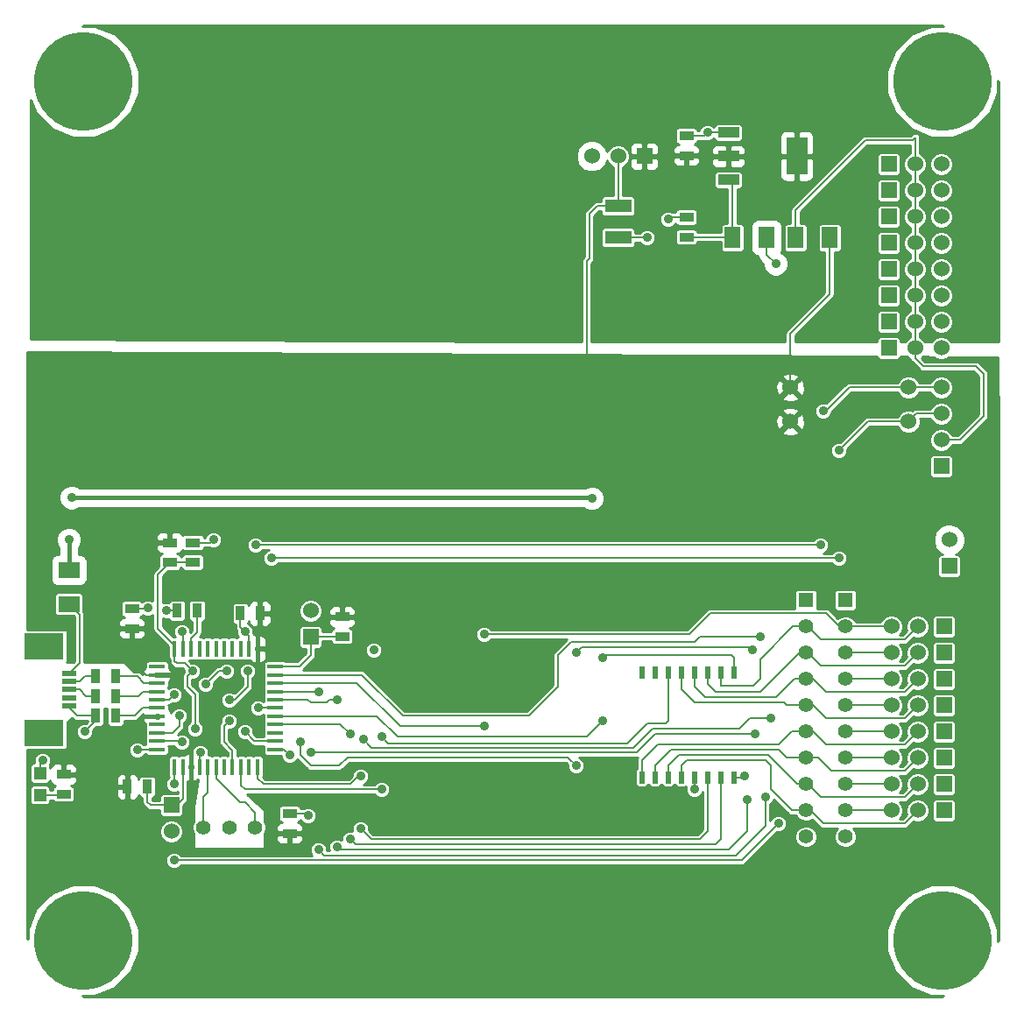
<source format=gtl>
G04 (created by PCBNEW (2013-04-19 BZR 4011)-stable) date 05/06/2014 14:59:41*
%MOIN*%
G04 Gerber Fmt 3.4, Leading zero omitted, Abs format*
%FSLAX34Y34*%
G01*
G70*
G90*
G04 APERTURE LIST*
%ADD10C,0*%
%ADD11R,0.1496X0.0984*%
%ADD12R,0.0551X0.0197*%
%ADD13R,0.035X0.055*%
%ADD14R,0.055X0.035*%
%ADD15R,0.0472X0.0472*%
%ADD16R,0.1X0.05*%
%ADD17R,0.08X0.06*%
%ADD18R,0.016X0.06*%
%ADD19R,0.06X0.016*%
%ADD20C,0.055*%
%ADD21R,0.08X0.144*%
%ADD22R,0.08X0.04*%
%ADD23R,0.06X0.06*%
%ADD24C,0.06*%
%ADD25R,0.055X0.055*%
%ADD26C,0.375*%
%ADD27R,0.02X0.045*%
%ADD28R,0.06X0.08*%
%ADD29C,0.035*%
%ADD30C,0.008*%
%ADD31C,0.015*%
%ADD32C,0.01*%
G04 APERTURE END LIST*
G54D10*
G54D11*
X857Y-27154D03*
X857Y-23846D03*
G54D12*
X1802Y-26130D03*
X1802Y-25815D03*
X1802Y-24870D03*
X1802Y-25185D03*
X1802Y-25500D03*
G54D13*
X3575Y-25000D03*
X2825Y-25000D03*
X3575Y-25750D03*
X2825Y-25750D03*
G54D14*
X1600Y-28725D03*
X1600Y-29475D03*
G54D13*
X4025Y-29200D03*
X4775Y-29200D03*
G54D15*
X700Y-29513D03*
X700Y-28687D03*
G54D13*
X3575Y-26500D03*
X2825Y-26500D03*
G54D16*
X22700Y-7100D03*
X22700Y-8300D03*
G54D14*
X4200Y-23175D03*
X4200Y-22425D03*
G54D17*
X1800Y-20950D03*
X1800Y-22250D03*
G54D18*
X7400Y-23950D03*
X7085Y-23950D03*
X6770Y-23950D03*
X6455Y-23950D03*
X6140Y-23950D03*
X5825Y-23950D03*
X7715Y-23950D03*
X8030Y-23950D03*
X8345Y-23950D03*
X8660Y-23950D03*
X8975Y-23950D03*
X7400Y-28450D03*
X7085Y-28450D03*
X6770Y-28450D03*
X6455Y-28450D03*
X6140Y-28450D03*
X5825Y-28450D03*
X7715Y-28450D03*
X8030Y-28450D03*
X8345Y-28450D03*
X8660Y-28450D03*
X8975Y-28450D03*
G54D19*
X5150Y-26200D03*
X9650Y-26200D03*
X5150Y-26515D03*
X9650Y-26515D03*
X9650Y-26830D03*
X5150Y-26830D03*
X5150Y-27145D03*
X9650Y-27145D03*
X9650Y-27460D03*
X5150Y-27460D03*
X5150Y-27775D03*
X9650Y-27775D03*
X9650Y-25885D03*
X5150Y-25885D03*
X5150Y-25570D03*
X9650Y-25570D03*
X9650Y-25255D03*
X5150Y-25255D03*
X5150Y-24940D03*
X9650Y-24940D03*
X9650Y-24625D03*
X5150Y-24625D03*
G54D20*
X6916Y-30750D03*
X8884Y-30750D03*
X7900Y-30750D03*
G54D14*
X25300Y-5175D03*
X25300Y-4425D03*
X25300Y-8275D03*
X25300Y-7525D03*
G54D21*
X29500Y-5200D03*
G54D22*
X26900Y-5200D03*
X26900Y-6100D03*
X26900Y-4300D03*
G54D23*
X23700Y-5200D03*
G54D24*
X22700Y-5200D03*
X21700Y-5200D03*
G54D23*
X35300Y-20800D03*
G54D24*
X35300Y-19800D03*
G54D23*
X5700Y-29900D03*
G54D24*
X5700Y-30900D03*
G54D14*
X12200Y-22725D03*
X12200Y-23475D03*
X10200Y-30975D03*
X10200Y-30225D03*
G54D13*
X9075Y-22600D03*
X8325Y-22600D03*
G54D14*
X5640Y-19905D03*
X5640Y-20655D03*
X6520Y-20655D03*
X6520Y-19905D03*
G54D13*
X6675Y-22500D03*
X5925Y-22500D03*
G54D25*
X29850Y-22100D03*
G54D20*
X29850Y-23100D03*
X29850Y-24100D03*
X29850Y-25100D03*
X29850Y-26100D03*
X29850Y-27100D03*
X29850Y-28100D03*
X29850Y-29100D03*
X29850Y-30100D03*
X29850Y-31100D03*
G54D25*
X31350Y-22100D03*
G54D20*
X31350Y-23100D03*
X31350Y-24100D03*
X31350Y-25100D03*
X31350Y-26100D03*
X31350Y-27100D03*
X31350Y-28100D03*
X31350Y-29100D03*
X31350Y-30100D03*
X31350Y-31100D03*
G54D24*
X29250Y-15300D03*
X33750Y-15300D03*
X29250Y-14000D03*
X33750Y-14000D03*
G54D23*
X35000Y-17000D03*
G54D24*
X35000Y-16000D03*
X35000Y-15000D03*
X35000Y-14000D03*
G54D26*
X35039Y-35039D03*
X35039Y-2362D03*
X2362Y-2362D03*
X2362Y-35039D03*
G54D27*
X23600Y-28850D03*
X24100Y-28850D03*
X24600Y-28850D03*
X25100Y-28850D03*
X25600Y-28850D03*
X26100Y-28850D03*
X26600Y-28850D03*
X27100Y-28850D03*
X27100Y-24850D03*
X26600Y-24850D03*
X26100Y-24850D03*
X25600Y-24850D03*
X25100Y-24850D03*
X24600Y-24850D03*
X24100Y-24850D03*
X23600Y-24850D03*
G54D23*
X35100Y-23100D03*
G54D24*
X34100Y-23100D03*
X33100Y-23100D03*
G54D23*
X35100Y-24100D03*
G54D24*
X34100Y-24100D03*
X33100Y-24100D03*
G54D23*
X35100Y-25100D03*
G54D24*
X34100Y-25100D03*
X33100Y-25100D03*
G54D23*
X35100Y-26100D03*
G54D24*
X34100Y-26100D03*
X33100Y-26100D03*
G54D23*
X35100Y-27100D03*
G54D24*
X34100Y-27100D03*
X33100Y-27100D03*
G54D23*
X35100Y-28100D03*
G54D24*
X34100Y-28100D03*
X33100Y-28100D03*
G54D23*
X35100Y-29100D03*
G54D24*
X34100Y-29100D03*
X33100Y-29100D03*
G54D23*
X35100Y-30100D03*
G54D24*
X34100Y-30100D03*
X33100Y-30100D03*
G54D23*
X11000Y-23500D03*
G54D24*
X11000Y-22500D03*
G54D28*
X28350Y-8300D03*
X27050Y-8300D03*
X29450Y-8300D03*
X30750Y-8300D03*
G54D23*
X33000Y-5500D03*
G54D24*
X34000Y-5500D03*
X35000Y-5500D03*
G54D23*
X33000Y-6500D03*
G54D24*
X34000Y-6500D03*
X35000Y-6500D03*
G54D23*
X33000Y-7500D03*
G54D24*
X34000Y-7500D03*
X35000Y-7500D03*
G54D23*
X33000Y-8500D03*
G54D24*
X34000Y-8500D03*
X35000Y-8500D03*
G54D23*
X33000Y-9500D03*
G54D24*
X34000Y-9500D03*
X35000Y-9500D03*
G54D23*
X33000Y-10500D03*
G54D24*
X34000Y-10500D03*
X35000Y-10500D03*
G54D23*
X33000Y-11500D03*
G54D24*
X34000Y-11500D03*
X35000Y-11500D03*
G54D23*
X33000Y-12500D03*
G54D24*
X34000Y-12500D03*
X35000Y-12500D03*
G54D29*
X13400Y-24000D03*
X6600Y-27000D03*
X6500Y-24800D03*
X8500Y-27100D03*
X13700Y-27300D03*
X13700Y-29300D03*
X12900Y-28800D03*
X12900Y-30800D03*
X12500Y-31200D03*
X12500Y-27200D03*
X22100Y-26700D03*
X22100Y-24300D03*
X7800Y-24800D03*
X30400Y-20000D03*
X8900Y-20000D03*
X30500Y-14900D03*
X6000Y-26500D03*
X7000Y-25300D03*
X8600Y-24800D03*
X31100Y-20500D03*
X9500Y-20500D03*
X31100Y-16400D03*
X7900Y-26700D03*
X7900Y-25900D03*
X28700Y-9300D03*
X21700Y-18220D03*
X1900Y-18200D03*
X1800Y-19800D03*
X17600Y-23400D03*
X17600Y-26900D03*
X28100Y-23500D03*
X21100Y-28400D03*
X21100Y-24100D03*
X6100Y-27500D03*
X10600Y-27500D03*
X27800Y-24000D03*
X13000Y-27400D03*
X28500Y-26600D03*
X4400Y-27800D03*
X27900Y-27200D03*
X9000Y-26200D03*
X11000Y-27900D03*
X12000Y-31500D03*
X12000Y-25900D03*
X27600Y-29700D03*
X11300Y-31600D03*
X11300Y-25600D03*
X28300Y-29600D03*
X5800Y-29100D03*
X5800Y-32000D03*
X28800Y-30600D03*
X7300Y-19800D03*
X26100Y-4300D03*
X23800Y-8300D03*
X24600Y-7600D03*
X6800Y-27900D03*
X800Y-28200D03*
X2400Y-27100D03*
X8500Y-23300D03*
X4800Y-22400D03*
X5500Y-22500D03*
X6100Y-23300D03*
X5800Y-25700D03*
X10200Y-28000D03*
X10900Y-30300D03*
X25600Y-29300D03*
X27500Y-28800D03*
G54D30*
X5150Y-24940D02*
X4740Y-24940D01*
X4740Y-24940D02*
X4600Y-24800D01*
X22700Y-7100D02*
X22700Y-5200D01*
X22700Y-7100D02*
X21900Y-7100D01*
X21500Y-9200D02*
X21500Y-13300D01*
X21600Y-9100D02*
X21500Y-9200D01*
X21600Y-7400D02*
X21600Y-9100D01*
X21900Y-7100D02*
X21600Y-7400D01*
X30750Y-8300D02*
X30750Y-10450D01*
X29250Y-11950D02*
X29250Y-14000D01*
X30750Y-10450D02*
X29250Y-11950D01*
X5640Y-20655D02*
X6520Y-20655D01*
X5825Y-23950D02*
X5825Y-23825D01*
X5180Y-21115D02*
X5640Y-20655D01*
X5180Y-23180D02*
X5180Y-21115D01*
X5825Y-23825D02*
X5180Y-23180D01*
X5825Y-23950D02*
X5825Y-24425D01*
X5825Y-24425D02*
X5900Y-24500D01*
X6200Y-24500D02*
X6500Y-24800D01*
X5900Y-24500D02*
X6200Y-24500D01*
X6600Y-27000D02*
X6600Y-25700D01*
X6300Y-25000D02*
X6500Y-24800D01*
X6300Y-25400D02*
X6300Y-25000D01*
X6600Y-25700D02*
X6300Y-25400D01*
X9650Y-27460D02*
X8860Y-27460D01*
X8860Y-27460D02*
X8500Y-27100D01*
X5150Y-25570D02*
X4630Y-25570D01*
X4450Y-25750D02*
X3575Y-25750D01*
X4630Y-25570D02*
X4450Y-25750D01*
X5150Y-25255D02*
X4655Y-25255D01*
X4400Y-25000D02*
X3575Y-25000D01*
X4655Y-25255D02*
X4400Y-25000D01*
X24600Y-24850D02*
X24600Y-26700D01*
X13939Y-27539D02*
X13700Y-27300D01*
X23060Y-27539D02*
X13939Y-27539D01*
X23800Y-26800D02*
X23060Y-27539D01*
X24500Y-26800D02*
X23800Y-26800D01*
X24600Y-26700D02*
X24500Y-26800D01*
X13700Y-29300D02*
X8500Y-29300D01*
X8345Y-29145D02*
X8345Y-28450D01*
X8500Y-29300D02*
X8345Y-29145D01*
X12900Y-28800D02*
X12819Y-28800D01*
X8975Y-28875D02*
X8975Y-28450D01*
X9200Y-29100D02*
X8975Y-28875D01*
X12519Y-29100D02*
X9200Y-29100D01*
X12819Y-28800D02*
X12519Y-29100D01*
X26100Y-28850D02*
X26100Y-30900D01*
X13300Y-31200D02*
X12900Y-30800D01*
X25800Y-31200D02*
X13300Y-31200D01*
X26100Y-30900D02*
X25800Y-31200D01*
X26600Y-28850D02*
X26600Y-31200D01*
X12700Y-31400D02*
X12500Y-31200D01*
X26400Y-31400D02*
X12700Y-31400D01*
X26600Y-31200D02*
X26400Y-31400D01*
X9650Y-26830D02*
X12130Y-26830D01*
X12130Y-26830D02*
X12500Y-27200D01*
X9650Y-26515D02*
X13515Y-26515D01*
X21500Y-27300D02*
X22100Y-26700D01*
X14300Y-27300D02*
X21500Y-27300D01*
X13515Y-26515D02*
X14300Y-27300D01*
X27100Y-24850D02*
X27100Y-24300D01*
X22200Y-24200D02*
X22100Y-24300D01*
X27000Y-24200D02*
X22200Y-24200D01*
X27100Y-24300D02*
X27000Y-24200D01*
X700Y-29513D02*
X1562Y-29513D01*
X1562Y-29513D02*
X1600Y-29475D01*
X5700Y-29900D02*
X4900Y-29900D01*
X4775Y-29775D02*
X4775Y-29200D01*
X4900Y-29900D02*
X4775Y-29775D01*
X5700Y-29900D02*
X5900Y-29900D01*
X6140Y-29660D02*
X6140Y-28450D01*
X5900Y-29900D02*
X6140Y-29660D01*
X7500Y-24800D02*
X7800Y-24800D01*
X8900Y-20000D02*
X30400Y-20000D01*
X33750Y-14000D02*
X31500Y-14000D01*
X30600Y-14900D02*
X30500Y-14900D01*
X31500Y-14000D02*
X30600Y-14900D01*
X5150Y-27145D02*
X5755Y-27145D01*
X5755Y-27145D02*
X6000Y-26900D01*
X6000Y-26900D02*
X6000Y-26500D01*
X7000Y-25300D02*
X7500Y-24800D01*
X35000Y-14000D02*
X33750Y-14000D01*
X7900Y-25900D02*
X8100Y-25900D01*
X8600Y-25400D02*
X8600Y-24800D01*
X8100Y-25900D02*
X8600Y-25400D01*
X8030Y-28450D02*
X8030Y-27830D01*
X7700Y-26900D02*
X7900Y-26700D01*
X7700Y-27500D02*
X7700Y-26900D01*
X8030Y-27830D02*
X7700Y-27500D01*
X9500Y-20500D02*
X31100Y-20500D01*
X33750Y-15300D02*
X32200Y-15300D01*
X32200Y-15300D02*
X31100Y-16400D01*
X35000Y-15000D02*
X34050Y-15000D01*
X34050Y-15000D02*
X33750Y-15300D01*
X1802Y-25185D02*
X2215Y-25185D01*
X2400Y-25000D02*
X2825Y-25000D01*
X2215Y-25185D02*
X2400Y-25000D01*
X2825Y-25750D02*
X2450Y-25750D01*
X2200Y-25500D02*
X1802Y-25500D01*
X2450Y-25750D02*
X2200Y-25500D01*
X1802Y-24870D02*
X1830Y-24870D01*
X2200Y-22650D02*
X1800Y-22250D01*
X2200Y-24500D02*
X2200Y-22650D01*
X1830Y-24870D02*
X2200Y-24500D01*
X28350Y-8950D02*
X28350Y-8300D01*
X28700Y-9300D02*
X28350Y-8950D01*
X35000Y-16000D02*
X35700Y-16000D01*
X34000Y-12900D02*
X34000Y-12500D01*
X34300Y-13200D02*
X34000Y-12900D01*
X36300Y-13200D02*
X34300Y-13200D01*
X36600Y-13500D02*
X36300Y-13200D01*
X36600Y-15100D02*
X36600Y-13500D01*
X35700Y-16000D02*
X36600Y-15100D01*
X34000Y-12500D02*
X34000Y-11500D01*
X34000Y-11500D02*
X34000Y-10500D01*
X34000Y-10500D02*
X34000Y-9500D01*
X34000Y-9500D02*
X34000Y-8500D01*
X34000Y-8500D02*
X34000Y-7500D01*
X34000Y-7500D02*
X34000Y-6500D01*
X34000Y-6500D02*
X34000Y-5500D01*
X34000Y-5500D02*
X34000Y-4500D01*
X34000Y-4500D02*
X33900Y-4600D01*
X33900Y-4600D02*
X32100Y-4600D01*
X32100Y-4600D02*
X29450Y-7250D01*
X29450Y-7250D02*
X29450Y-8300D01*
G54D31*
X1900Y-18200D02*
X21680Y-18200D01*
X21680Y-18200D02*
X21700Y-18220D01*
X1800Y-20950D02*
X1800Y-19800D01*
G54D30*
X25400Y-23400D02*
X17600Y-23400D01*
X28500Y-22600D02*
X26200Y-22600D01*
X26200Y-22600D02*
X25400Y-23400D01*
X9650Y-25255D02*
X12755Y-25255D01*
X14400Y-26900D02*
X17600Y-26900D01*
X12755Y-25255D02*
X14400Y-26900D01*
X31350Y-23100D02*
X31100Y-23100D01*
X30600Y-22600D02*
X28500Y-22600D01*
X31100Y-23100D02*
X30600Y-22600D01*
X31350Y-23100D02*
X33100Y-23100D01*
X25600Y-23700D02*
X20900Y-23700D01*
X20900Y-23700D02*
X20400Y-24200D01*
X9650Y-24940D02*
X12940Y-24940D01*
X12940Y-24940D02*
X14500Y-26500D01*
X14500Y-26500D02*
X19300Y-26500D01*
X19300Y-26500D02*
X20400Y-25400D01*
X20400Y-25400D02*
X20400Y-24200D01*
X25800Y-23500D02*
X25600Y-23700D01*
X28100Y-23500D02*
X25800Y-23500D01*
X31350Y-24100D02*
X33100Y-24100D01*
X11000Y-28400D02*
X12080Y-28400D01*
X20780Y-28080D02*
X21100Y-28400D01*
X12400Y-28080D02*
X20780Y-28080D01*
X12080Y-28400D02*
X12400Y-28080D01*
X21300Y-23900D02*
X27700Y-23900D01*
X27700Y-23900D02*
X27800Y-24000D01*
X10600Y-27500D02*
X10600Y-28000D01*
X10600Y-28000D02*
X11000Y-28400D01*
X21100Y-24100D02*
X21300Y-23900D01*
X6060Y-27460D02*
X5150Y-27460D01*
X6100Y-27500D02*
X6060Y-27460D01*
X31350Y-25100D02*
X33100Y-25100D01*
X28500Y-26600D02*
X27700Y-26600D01*
X13319Y-27719D02*
X13000Y-27400D01*
X23280Y-27719D02*
X13319Y-27719D01*
X24000Y-27000D02*
X23280Y-27719D01*
X27300Y-27000D02*
X24000Y-27000D01*
X27700Y-26600D02*
X27300Y-27000D01*
X4425Y-27775D02*
X5150Y-27775D01*
X4400Y-27800D02*
X4425Y-27775D01*
X31350Y-26100D02*
X33100Y-26100D01*
X11000Y-27900D02*
X23400Y-27900D01*
X23400Y-27900D02*
X24100Y-27200D01*
X24100Y-27200D02*
X27900Y-27200D01*
X9000Y-26200D02*
X9650Y-26200D01*
X31350Y-27100D02*
X33100Y-27100D01*
X27600Y-29700D02*
X27600Y-30900D01*
X12100Y-31600D02*
X12000Y-31500D01*
X26900Y-31600D02*
X12100Y-31600D01*
X27600Y-30900D02*
X26900Y-31600D01*
X9650Y-25885D02*
X10885Y-25885D01*
X10885Y-25885D02*
X11000Y-26000D01*
X11000Y-26000D02*
X11600Y-26000D01*
X11600Y-26000D02*
X11700Y-25900D01*
X11700Y-25900D02*
X12000Y-25900D01*
X31350Y-28100D02*
X33100Y-28100D01*
X28300Y-29600D02*
X28300Y-30700D01*
X11519Y-31819D02*
X11300Y-31600D01*
X27180Y-31819D02*
X11519Y-31819D01*
X28300Y-30700D02*
X27180Y-31819D01*
X11300Y-25600D02*
X11300Y-25570D01*
X9650Y-25570D02*
X11300Y-25570D01*
X31350Y-29100D02*
X33100Y-29100D01*
X5800Y-32000D02*
X27400Y-32000D01*
X27400Y-32000D02*
X28800Y-30600D01*
X5825Y-29075D02*
X5825Y-28450D01*
X5800Y-29100D02*
X5825Y-29075D01*
X31350Y-30100D02*
X33100Y-30100D01*
X12200Y-23475D02*
X11025Y-23475D01*
X11025Y-23475D02*
X11000Y-23500D01*
X9650Y-24625D02*
X10575Y-24625D01*
X11000Y-24200D02*
X11000Y-23500D01*
X10575Y-24625D02*
X11000Y-24200D01*
X29850Y-23100D02*
X29900Y-23100D01*
X29900Y-23100D02*
X30400Y-23600D01*
X26600Y-25350D02*
X27850Y-25350D01*
X28100Y-25100D02*
X28100Y-24350D01*
X27850Y-25350D02*
X28100Y-25100D01*
X29350Y-23100D02*
X29850Y-23100D01*
X28100Y-24350D02*
X29350Y-23100D01*
X26600Y-24850D02*
X26600Y-25350D01*
X33600Y-23600D02*
X34100Y-23100D01*
X30400Y-23600D02*
X33600Y-23600D01*
X26100Y-24850D02*
X26100Y-25300D01*
X28100Y-25600D02*
X29600Y-24100D01*
X26400Y-25600D02*
X28100Y-25600D01*
X26100Y-25300D02*
X26400Y-25600D01*
X33600Y-24600D02*
X34100Y-24100D01*
X30400Y-24600D02*
X33600Y-24600D01*
X29850Y-24100D02*
X29900Y-24100D01*
X29900Y-24100D02*
X30400Y-24600D01*
X29850Y-24100D02*
X29600Y-24100D01*
X25600Y-24850D02*
X25600Y-25400D01*
X29400Y-25100D02*
X29850Y-25100D01*
X28700Y-25800D02*
X29400Y-25100D01*
X26000Y-25800D02*
X28700Y-25800D01*
X25600Y-25400D02*
X26000Y-25800D01*
X29850Y-25100D02*
X30100Y-25100D01*
X30100Y-25100D02*
X30600Y-25600D01*
X30600Y-25600D02*
X33600Y-25600D01*
X33600Y-25600D02*
X34100Y-25100D01*
X25100Y-24850D02*
X25100Y-25500D01*
X29100Y-26100D02*
X29850Y-26100D01*
X29000Y-26000D02*
X29100Y-26100D01*
X25600Y-26000D02*
X29000Y-26000D01*
X25100Y-25500D02*
X25600Y-26000D01*
X29850Y-26100D02*
X30100Y-26100D01*
X30100Y-26100D02*
X30600Y-26600D01*
X33600Y-26600D02*
X34100Y-26100D01*
X30600Y-26600D02*
X33600Y-26600D01*
X23600Y-28850D02*
X23600Y-28200D01*
X29300Y-27100D02*
X29850Y-27100D01*
X28800Y-27600D02*
X29300Y-27100D01*
X24200Y-27600D02*
X28800Y-27600D01*
X23600Y-28200D02*
X24200Y-27600D01*
X29850Y-27100D02*
X30100Y-27100D01*
X30100Y-27100D02*
X30600Y-27600D01*
X33600Y-27600D02*
X34100Y-27100D01*
X30600Y-27600D02*
X33600Y-27600D01*
X24100Y-28850D02*
X24100Y-28400D01*
X29100Y-28100D02*
X29850Y-28100D01*
X28800Y-27800D02*
X29100Y-28100D01*
X24700Y-27800D02*
X28800Y-27800D01*
X24100Y-28400D02*
X24700Y-27800D01*
X29850Y-28100D02*
X30300Y-28100D01*
X33600Y-28600D02*
X34100Y-28100D01*
X30800Y-28600D02*
X33600Y-28600D01*
X30300Y-28100D02*
X30800Y-28600D01*
X24600Y-28850D02*
X24600Y-28400D01*
X29500Y-29100D02*
X29850Y-29100D01*
X28400Y-28000D02*
X29500Y-29100D01*
X25000Y-28000D02*
X28400Y-28000D01*
X24600Y-28400D02*
X25000Y-28000D01*
X29850Y-29100D02*
X29900Y-29100D01*
X29900Y-29100D02*
X30400Y-29600D01*
X33600Y-29600D02*
X34100Y-29100D01*
X30400Y-29600D02*
X33600Y-29600D01*
X25100Y-28850D02*
X25100Y-28400D01*
X28300Y-28200D02*
X28500Y-28400D01*
X25300Y-28200D02*
X28300Y-28200D01*
X25100Y-28400D02*
X25300Y-28200D01*
X33600Y-30600D02*
X34100Y-30100D01*
X30500Y-30600D02*
X33600Y-30600D01*
X29850Y-30100D02*
X30000Y-30100D01*
X30000Y-30100D02*
X30500Y-30600D01*
X29850Y-30100D02*
X29300Y-30100D01*
X28500Y-29300D02*
X28500Y-28400D01*
X29300Y-30100D02*
X28500Y-29300D01*
X6520Y-19905D02*
X7195Y-19905D01*
X7195Y-19905D02*
X7300Y-19800D01*
X25300Y-4425D02*
X25975Y-4425D01*
X26100Y-4300D02*
X26900Y-4300D01*
X25975Y-4425D02*
X26100Y-4300D01*
X22700Y-8300D02*
X23800Y-8300D01*
X25300Y-7525D02*
X24675Y-7525D01*
X24675Y-7525D02*
X24600Y-7600D01*
X6770Y-28450D02*
X6770Y-27930D01*
X6770Y-27930D02*
X6800Y-27900D01*
X700Y-28687D02*
X700Y-28300D01*
X700Y-28300D02*
X800Y-28200D01*
X2825Y-26500D02*
X2825Y-26675D01*
X2825Y-26675D02*
X2400Y-27100D01*
X8325Y-22600D02*
X8325Y-23125D01*
X8660Y-23460D02*
X8500Y-23300D01*
X8660Y-23460D02*
X8660Y-23950D01*
X8325Y-23125D02*
X8500Y-23300D01*
X4200Y-22425D02*
X4775Y-22425D01*
X4775Y-22425D02*
X4800Y-22400D01*
X5925Y-22500D02*
X5500Y-22500D01*
X6140Y-23950D02*
X6140Y-23340D01*
X6140Y-23340D02*
X6100Y-23300D01*
X5150Y-25885D02*
X5615Y-25885D01*
X5615Y-25885D02*
X5800Y-25700D01*
X1802Y-26130D02*
X1802Y-26202D01*
X2100Y-26500D02*
X2825Y-26500D01*
X1802Y-26202D02*
X2100Y-26500D01*
X9650Y-27775D02*
X9975Y-27775D01*
X9975Y-27775D02*
X10200Y-28000D01*
X10200Y-30225D02*
X10825Y-30225D01*
X10825Y-30225D02*
X10900Y-30300D01*
X25600Y-28850D02*
X25600Y-29300D01*
X27100Y-28850D02*
X27450Y-28850D01*
X27450Y-28850D02*
X27500Y-28800D01*
X7400Y-28900D02*
X8300Y-29800D01*
X7400Y-28450D02*
X7400Y-28900D01*
X8500Y-29800D02*
X8884Y-30184D01*
X8300Y-29800D02*
X8500Y-29800D01*
X8884Y-30184D02*
X8884Y-30750D01*
X6916Y-30750D02*
X6916Y-29584D01*
X7085Y-29415D02*
X7085Y-28450D01*
X6916Y-29584D02*
X7085Y-29415D01*
X6455Y-23950D02*
X6455Y-23545D01*
X6675Y-23325D02*
X6675Y-22500D01*
X6455Y-23545D02*
X6675Y-23325D01*
X25300Y-8275D02*
X27025Y-8275D01*
X27025Y-8275D02*
X27050Y-8300D01*
X27050Y-8300D02*
X27050Y-6250D01*
X27050Y-6250D02*
X26900Y-6100D01*
X5150Y-26200D02*
X4600Y-26200D01*
X4300Y-26500D02*
X3575Y-26500D01*
X4600Y-26200D02*
X4300Y-26500D01*
G54D10*
G36*
X37176Y-35021D02*
X37164Y-35082D01*
X37164Y-34618D01*
X36841Y-33837D01*
X36244Y-33238D01*
X35900Y-33095D01*
X35900Y-19681D01*
X35808Y-19460D01*
X35640Y-19291D01*
X35450Y-19212D01*
X35450Y-17270D01*
X35450Y-16670D01*
X35427Y-16615D01*
X35385Y-16572D01*
X35329Y-16550D01*
X35270Y-16549D01*
X34670Y-16549D01*
X34615Y-16572D01*
X34572Y-16614D01*
X34550Y-16670D01*
X34549Y-16729D01*
X34549Y-17329D01*
X34572Y-17384D01*
X34614Y-17427D01*
X34670Y-17449D01*
X34729Y-17450D01*
X35329Y-17450D01*
X35384Y-17427D01*
X35427Y-17385D01*
X35449Y-17329D01*
X35450Y-17270D01*
X35450Y-19212D01*
X35419Y-19200D01*
X35181Y-19199D01*
X34960Y-19291D01*
X34791Y-19459D01*
X34700Y-19680D01*
X34699Y-19918D01*
X34791Y-20139D01*
X34959Y-20308D01*
X35059Y-20349D01*
X34970Y-20349D01*
X34915Y-20372D01*
X34872Y-20414D01*
X34850Y-20470D01*
X34849Y-20529D01*
X34849Y-21129D01*
X34872Y-21184D01*
X34914Y-21227D01*
X34970Y-21249D01*
X35029Y-21250D01*
X35629Y-21250D01*
X35684Y-21227D01*
X35727Y-21185D01*
X35749Y-21129D01*
X35750Y-21070D01*
X35750Y-20470D01*
X35727Y-20415D01*
X35685Y-20372D01*
X35629Y-20350D01*
X35570Y-20349D01*
X35540Y-20349D01*
X35639Y-20308D01*
X35808Y-20140D01*
X35899Y-19919D01*
X35900Y-19681D01*
X35900Y-33095D01*
X35550Y-32950D01*
X35550Y-30370D01*
X35550Y-29770D01*
X35550Y-29370D01*
X35550Y-28770D01*
X35550Y-28370D01*
X35550Y-27770D01*
X35550Y-27370D01*
X35550Y-26770D01*
X35550Y-26370D01*
X35550Y-25770D01*
X35550Y-25370D01*
X35550Y-24770D01*
X35550Y-24370D01*
X35550Y-23770D01*
X35550Y-23370D01*
X35550Y-22770D01*
X35527Y-22715D01*
X35485Y-22672D01*
X35429Y-22650D01*
X35370Y-22649D01*
X34770Y-22649D01*
X34715Y-22672D01*
X34672Y-22714D01*
X34650Y-22770D01*
X34649Y-22829D01*
X34649Y-23429D01*
X34672Y-23484D01*
X34714Y-23527D01*
X34770Y-23549D01*
X34829Y-23550D01*
X35429Y-23550D01*
X35484Y-23527D01*
X35527Y-23485D01*
X35549Y-23429D01*
X35550Y-23370D01*
X35550Y-23770D01*
X35527Y-23715D01*
X35485Y-23672D01*
X35429Y-23650D01*
X35370Y-23649D01*
X34770Y-23649D01*
X34715Y-23672D01*
X34672Y-23714D01*
X34650Y-23770D01*
X34649Y-23829D01*
X34649Y-24429D01*
X34672Y-24484D01*
X34714Y-24527D01*
X34770Y-24549D01*
X34829Y-24550D01*
X35429Y-24550D01*
X35484Y-24527D01*
X35527Y-24485D01*
X35549Y-24429D01*
X35550Y-24370D01*
X35550Y-24770D01*
X35527Y-24715D01*
X35485Y-24672D01*
X35429Y-24650D01*
X35370Y-24649D01*
X34770Y-24649D01*
X34715Y-24672D01*
X34672Y-24714D01*
X34650Y-24770D01*
X34649Y-24829D01*
X34649Y-25429D01*
X34672Y-25484D01*
X34714Y-25527D01*
X34770Y-25549D01*
X34829Y-25550D01*
X35429Y-25550D01*
X35484Y-25527D01*
X35527Y-25485D01*
X35549Y-25429D01*
X35550Y-25370D01*
X35550Y-25770D01*
X35527Y-25715D01*
X35485Y-25672D01*
X35429Y-25650D01*
X35370Y-25649D01*
X34770Y-25649D01*
X34715Y-25672D01*
X34672Y-25714D01*
X34650Y-25770D01*
X34649Y-25829D01*
X34649Y-26429D01*
X34672Y-26484D01*
X34714Y-26527D01*
X34770Y-26549D01*
X34829Y-26550D01*
X35429Y-26550D01*
X35484Y-26527D01*
X35527Y-26485D01*
X35549Y-26429D01*
X35550Y-26370D01*
X35550Y-26770D01*
X35527Y-26715D01*
X35485Y-26672D01*
X35429Y-26650D01*
X35370Y-26649D01*
X34770Y-26649D01*
X34715Y-26672D01*
X34672Y-26714D01*
X34650Y-26770D01*
X34649Y-26829D01*
X34649Y-27429D01*
X34672Y-27484D01*
X34714Y-27527D01*
X34770Y-27549D01*
X34829Y-27550D01*
X35429Y-27550D01*
X35484Y-27527D01*
X35527Y-27485D01*
X35549Y-27429D01*
X35550Y-27370D01*
X35550Y-27770D01*
X35527Y-27715D01*
X35485Y-27672D01*
X35429Y-27650D01*
X35370Y-27649D01*
X34770Y-27649D01*
X34715Y-27672D01*
X34672Y-27714D01*
X34650Y-27770D01*
X34649Y-27829D01*
X34649Y-28429D01*
X34672Y-28484D01*
X34714Y-28527D01*
X34770Y-28549D01*
X34829Y-28550D01*
X35429Y-28550D01*
X35484Y-28527D01*
X35527Y-28485D01*
X35549Y-28429D01*
X35550Y-28370D01*
X35550Y-28770D01*
X35527Y-28715D01*
X35485Y-28672D01*
X35429Y-28650D01*
X35370Y-28649D01*
X34770Y-28649D01*
X34715Y-28672D01*
X34672Y-28714D01*
X34650Y-28770D01*
X34649Y-28829D01*
X34649Y-29429D01*
X34672Y-29484D01*
X34714Y-29527D01*
X34770Y-29549D01*
X34829Y-29550D01*
X35429Y-29550D01*
X35484Y-29527D01*
X35527Y-29485D01*
X35549Y-29429D01*
X35550Y-29370D01*
X35550Y-29770D01*
X35527Y-29715D01*
X35485Y-29672D01*
X35429Y-29650D01*
X35370Y-29649D01*
X34770Y-29649D01*
X34715Y-29672D01*
X34672Y-29714D01*
X34650Y-29770D01*
X34649Y-29829D01*
X34649Y-30429D01*
X34672Y-30484D01*
X34714Y-30527D01*
X34770Y-30549D01*
X34829Y-30550D01*
X35429Y-30550D01*
X35484Y-30527D01*
X35527Y-30485D01*
X35549Y-30429D01*
X35550Y-30370D01*
X35550Y-32950D01*
X35463Y-32914D01*
X34618Y-32914D01*
X34550Y-32942D01*
X34550Y-30010D01*
X34481Y-29845D01*
X34355Y-29718D01*
X34189Y-29650D01*
X34010Y-29649D01*
X33845Y-29718D01*
X33718Y-29844D01*
X33650Y-30010D01*
X33649Y-30189D01*
X33676Y-30254D01*
X33521Y-30410D01*
X33426Y-30410D01*
X33481Y-30355D01*
X33549Y-30189D01*
X33550Y-30010D01*
X33481Y-29845D01*
X33426Y-29790D01*
X33600Y-29790D01*
X33672Y-29775D01*
X33734Y-29734D01*
X33945Y-29523D01*
X34010Y-29549D01*
X34189Y-29550D01*
X34354Y-29481D01*
X34481Y-29355D01*
X34549Y-29189D01*
X34550Y-29010D01*
X34481Y-28845D01*
X34355Y-28718D01*
X34189Y-28650D01*
X34010Y-28649D01*
X33845Y-28718D01*
X33718Y-28844D01*
X33650Y-29010D01*
X33649Y-29189D01*
X33676Y-29254D01*
X33521Y-29410D01*
X33426Y-29410D01*
X33481Y-29355D01*
X33549Y-29189D01*
X33550Y-29010D01*
X33481Y-28845D01*
X33426Y-28790D01*
X33600Y-28790D01*
X33672Y-28775D01*
X33734Y-28734D01*
X33945Y-28523D01*
X34010Y-28549D01*
X34189Y-28550D01*
X34354Y-28481D01*
X34481Y-28355D01*
X34549Y-28189D01*
X34550Y-28010D01*
X34481Y-27845D01*
X34355Y-27718D01*
X34189Y-27650D01*
X34010Y-27649D01*
X33845Y-27718D01*
X33718Y-27844D01*
X33650Y-28010D01*
X33649Y-28189D01*
X33676Y-28254D01*
X33521Y-28410D01*
X33426Y-28410D01*
X33481Y-28355D01*
X33549Y-28189D01*
X33550Y-28010D01*
X33481Y-27845D01*
X33426Y-27790D01*
X33600Y-27790D01*
X33672Y-27775D01*
X33734Y-27734D01*
X33945Y-27523D01*
X34010Y-27549D01*
X34189Y-27550D01*
X34354Y-27481D01*
X34481Y-27355D01*
X34549Y-27189D01*
X34550Y-27010D01*
X34481Y-26845D01*
X34355Y-26718D01*
X34189Y-26650D01*
X34010Y-26649D01*
X33845Y-26718D01*
X33718Y-26844D01*
X33650Y-27010D01*
X33649Y-27189D01*
X33676Y-27254D01*
X33521Y-27410D01*
X33426Y-27410D01*
X33481Y-27355D01*
X33549Y-27189D01*
X33550Y-27010D01*
X33481Y-26845D01*
X33426Y-26790D01*
X33600Y-26790D01*
X33672Y-26775D01*
X33734Y-26734D01*
X33945Y-26523D01*
X34010Y-26549D01*
X34189Y-26550D01*
X34354Y-26481D01*
X34481Y-26355D01*
X34549Y-26189D01*
X34550Y-26010D01*
X34481Y-25845D01*
X34355Y-25718D01*
X34189Y-25650D01*
X34010Y-25649D01*
X33845Y-25718D01*
X33718Y-25844D01*
X33650Y-26010D01*
X33649Y-26189D01*
X33676Y-26254D01*
X33521Y-26410D01*
X33426Y-26410D01*
X33481Y-26355D01*
X33549Y-26189D01*
X33550Y-26010D01*
X33481Y-25845D01*
X33426Y-25790D01*
X33600Y-25790D01*
X33672Y-25775D01*
X33734Y-25734D01*
X33945Y-25523D01*
X34010Y-25549D01*
X34189Y-25550D01*
X34354Y-25481D01*
X34481Y-25355D01*
X34549Y-25189D01*
X34550Y-25010D01*
X34481Y-24845D01*
X34355Y-24718D01*
X34189Y-24650D01*
X34010Y-24649D01*
X33845Y-24718D01*
X33718Y-24844D01*
X33650Y-25010D01*
X33649Y-25189D01*
X33676Y-25254D01*
X33521Y-25410D01*
X33426Y-25410D01*
X33481Y-25355D01*
X33549Y-25189D01*
X33550Y-25010D01*
X33481Y-24845D01*
X33426Y-24790D01*
X33600Y-24790D01*
X33672Y-24775D01*
X33734Y-24734D01*
X33945Y-24523D01*
X34010Y-24549D01*
X34189Y-24550D01*
X34354Y-24481D01*
X34481Y-24355D01*
X34549Y-24189D01*
X34550Y-24010D01*
X34481Y-23845D01*
X34355Y-23718D01*
X34189Y-23650D01*
X34010Y-23649D01*
X33845Y-23718D01*
X33718Y-23844D01*
X33650Y-24010D01*
X33649Y-24189D01*
X33676Y-24254D01*
X33521Y-24410D01*
X33426Y-24410D01*
X33481Y-24355D01*
X33549Y-24189D01*
X33550Y-24010D01*
X33481Y-23845D01*
X33426Y-23790D01*
X33600Y-23790D01*
X33672Y-23775D01*
X33734Y-23734D01*
X33945Y-23523D01*
X34010Y-23549D01*
X34189Y-23550D01*
X34354Y-23481D01*
X34481Y-23355D01*
X34549Y-23189D01*
X34550Y-23010D01*
X34481Y-22845D01*
X34355Y-22718D01*
X34189Y-22650D01*
X34010Y-22649D01*
X33845Y-22718D01*
X33718Y-22844D01*
X33650Y-23010D01*
X33649Y-23189D01*
X33676Y-23254D01*
X33521Y-23410D01*
X33426Y-23410D01*
X33481Y-23355D01*
X33549Y-23189D01*
X33550Y-23010D01*
X33481Y-22845D01*
X33355Y-22718D01*
X33189Y-22650D01*
X33010Y-22649D01*
X32845Y-22718D01*
X32718Y-22844D01*
X32691Y-22910D01*
X31775Y-22910D01*
X31775Y-22345D01*
X31775Y-21795D01*
X31752Y-21740D01*
X31710Y-21697D01*
X31654Y-21675D01*
X31595Y-21674D01*
X31425Y-21674D01*
X31425Y-20435D01*
X31375Y-20316D01*
X31284Y-20224D01*
X31164Y-20175D01*
X31035Y-20174D01*
X30916Y-20224D01*
X30830Y-20310D01*
X30500Y-20310D01*
X30583Y-20275D01*
X30675Y-20184D01*
X30724Y-20064D01*
X30725Y-19935D01*
X30675Y-19816D01*
X30584Y-19724D01*
X30464Y-19675D01*
X30335Y-19674D01*
X30216Y-19724D01*
X30130Y-19810D01*
X29804Y-19810D01*
X29804Y-15381D01*
X29804Y-14081D01*
X29793Y-13863D01*
X29731Y-13712D01*
X29635Y-13684D01*
X29565Y-13755D01*
X29565Y-13614D01*
X29537Y-13518D01*
X29331Y-13445D01*
X29113Y-13456D01*
X28962Y-13518D01*
X28934Y-13614D01*
X29250Y-13929D01*
X29565Y-13614D01*
X29565Y-13755D01*
X29320Y-14000D01*
X29635Y-14315D01*
X29731Y-14287D01*
X29804Y-14081D01*
X29804Y-15381D01*
X29793Y-15163D01*
X29731Y-15012D01*
X29635Y-14984D01*
X29565Y-15055D01*
X29565Y-14914D01*
X29565Y-14385D01*
X29250Y-14070D01*
X29179Y-14141D01*
X29179Y-14000D01*
X28864Y-13684D01*
X28768Y-13712D01*
X28695Y-13918D01*
X28706Y-14136D01*
X28768Y-14287D01*
X28864Y-14315D01*
X29179Y-14000D01*
X29179Y-14141D01*
X28934Y-14385D01*
X28962Y-14481D01*
X29168Y-14554D01*
X29386Y-14543D01*
X29537Y-14481D01*
X29565Y-14385D01*
X29565Y-14914D01*
X29537Y-14818D01*
X29331Y-14745D01*
X29113Y-14756D01*
X28962Y-14818D01*
X28934Y-14914D01*
X29250Y-15229D01*
X29565Y-14914D01*
X29565Y-15055D01*
X29320Y-15300D01*
X29635Y-15615D01*
X29731Y-15587D01*
X29804Y-15381D01*
X29804Y-19810D01*
X29565Y-19810D01*
X29565Y-15685D01*
X29250Y-15370D01*
X29179Y-15441D01*
X29179Y-15300D01*
X28864Y-14984D01*
X28768Y-15012D01*
X28695Y-15218D01*
X28706Y-15436D01*
X28768Y-15587D01*
X28864Y-15615D01*
X29179Y-15300D01*
X29179Y-15441D01*
X28934Y-15685D01*
X28962Y-15781D01*
X29168Y-15854D01*
X29386Y-15843D01*
X29537Y-15781D01*
X29565Y-15685D01*
X29565Y-19810D01*
X22175Y-19810D01*
X22175Y-18125D01*
X22102Y-17951D01*
X21969Y-17817D01*
X21794Y-17745D01*
X21605Y-17744D01*
X21431Y-17817D01*
X21423Y-17825D01*
X2196Y-17825D01*
X2169Y-17797D01*
X1994Y-17725D01*
X1805Y-17724D01*
X1631Y-17797D01*
X1497Y-17930D01*
X1425Y-18105D01*
X1424Y-18294D01*
X1497Y-18468D01*
X1630Y-18602D01*
X1805Y-18674D01*
X1994Y-18675D01*
X2168Y-18602D01*
X2196Y-18575D01*
X21383Y-18575D01*
X21430Y-18622D01*
X21605Y-18694D01*
X21794Y-18695D01*
X21968Y-18622D01*
X22102Y-18489D01*
X22174Y-18314D01*
X22175Y-18125D01*
X22175Y-19810D01*
X9169Y-19810D01*
X9084Y-19724D01*
X8964Y-19675D01*
X8835Y-19674D01*
X8716Y-19724D01*
X8624Y-19815D01*
X8575Y-19935D01*
X8574Y-20064D01*
X8624Y-20183D01*
X8715Y-20275D01*
X8835Y-20324D01*
X8964Y-20325D01*
X9083Y-20275D01*
X9169Y-20190D01*
X9399Y-20190D01*
X9316Y-20224D01*
X9224Y-20315D01*
X9175Y-20435D01*
X9174Y-20564D01*
X9224Y-20683D01*
X9315Y-20775D01*
X9435Y-20824D01*
X9564Y-20825D01*
X9683Y-20775D01*
X9769Y-20690D01*
X30830Y-20690D01*
X30915Y-20775D01*
X31035Y-20824D01*
X31164Y-20825D01*
X31283Y-20775D01*
X31375Y-20684D01*
X31424Y-20564D01*
X31425Y-20435D01*
X31425Y-21674D01*
X31045Y-21674D01*
X30990Y-21697D01*
X30947Y-21739D01*
X30925Y-21795D01*
X30924Y-21854D01*
X30924Y-22404D01*
X30947Y-22459D01*
X30989Y-22502D01*
X31045Y-22524D01*
X31104Y-22525D01*
X31654Y-22525D01*
X31709Y-22502D01*
X31752Y-22460D01*
X31774Y-22404D01*
X31775Y-22345D01*
X31775Y-22910D01*
X31731Y-22910D01*
X31710Y-22859D01*
X31591Y-22739D01*
X31434Y-22675D01*
X31265Y-22674D01*
X31109Y-22739D01*
X31058Y-22790D01*
X30734Y-22465D01*
X30672Y-22424D01*
X30600Y-22410D01*
X30272Y-22410D01*
X30274Y-22404D01*
X30275Y-22345D01*
X30275Y-21795D01*
X30252Y-21740D01*
X30210Y-21697D01*
X30154Y-21675D01*
X30095Y-21674D01*
X29545Y-21674D01*
X29490Y-21697D01*
X29447Y-21739D01*
X29425Y-21795D01*
X29424Y-21854D01*
X29424Y-22404D01*
X29427Y-22410D01*
X28500Y-22410D01*
X26200Y-22410D01*
X26199Y-22410D01*
X26185Y-22412D01*
X26127Y-22424D01*
X26065Y-22465D01*
X26065Y-22465D01*
X25321Y-23210D01*
X17869Y-23210D01*
X17784Y-23124D01*
X17664Y-23075D01*
X17535Y-23074D01*
X17416Y-23124D01*
X17324Y-23215D01*
X17275Y-23335D01*
X17274Y-23464D01*
X17324Y-23583D01*
X17415Y-23675D01*
X17535Y-23724D01*
X17664Y-23725D01*
X17783Y-23675D01*
X17869Y-23590D01*
X20741Y-23590D01*
X20265Y-24065D01*
X20224Y-24127D01*
X20210Y-24200D01*
X20210Y-25321D01*
X19221Y-26310D01*
X14578Y-26310D01*
X13725Y-25456D01*
X13725Y-23935D01*
X13675Y-23816D01*
X13584Y-23724D01*
X13464Y-23675D01*
X13335Y-23674D01*
X13216Y-23724D01*
X13124Y-23815D01*
X13075Y-23935D01*
X13074Y-24064D01*
X13124Y-24183D01*
X13215Y-24275D01*
X13335Y-24324D01*
X13464Y-24325D01*
X13583Y-24275D01*
X13675Y-24184D01*
X13724Y-24064D01*
X13725Y-23935D01*
X13725Y-25456D01*
X13074Y-24805D01*
X13012Y-24764D01*
X12940Y-24750D01*
X10718Y-24750D01*
X11134Y-24334D01*
X11134Y-24334D01*
X11134Y-24334D01*
X11175Y-24272D01*
X11190Y-24200D01*
X11190Y-23950D01*
X11329Y-23950D01*
X11384Y-23927D01*
X11427Y-23885D01*
X11449Y-23829D01*
X11450Y-23770D01*
X11450Y-23665D01*
X11774Y-23665D01*
X11774Y-23679D01*
X11797Y-23734D01*
X11839Y-23777D01*
X11895Y-23799D01*
X11954Y-23800D01*
X12504Y-23800D01*
X12559Y-23777D01*
X12602Y-23735D01*
X12624Y-23679D01*
X12625Y-23620D01*
X12625Y-23270D01*
X12602Y-23215D01*
X12560Y-23172D01*
X12504Y-23150D01*
X12475Y-23149D01*
X12524Y-23149D01*
X12616Y-23111D01*
X12687Y-23041D01*
X12725Y-22949D01*
X12725Y-22500D01*
X12687Y-22408D01*
X12616Y-22338D01*
X12524Y-22300D01*
X12425Y-22299D01*
X12312Y-22300D01*
X12250Y-22362D01*
X12250Y-22675D01*
X12662Y-22675D01*
X12725Y-22612D01*
X12725Y-22500D01*
X12725Y-22949D01*
X12725Y-22837D01*
X12662Y-22775D01*
X12250Y-22775D01*
X12250Y-22782D01*
X12150Y-22782D01*
X12150Y-22775D01*
X12150Y-22675D01*
X12150Y-22362D01*
X12087Y-22300D01*
X11974Y-22299D01*
X11875Y-22300D01*
X11783Y-22338D01*
X11712Y-22408D01*
X11674Y-22500D01*
X11675Y-22612D01*
X11737Y-22675D01*
X12150Y-22675D01*
X12150Y-22775D01*
X11737Y-22775D01*
X11675Y-22837D01*
X11674Y-22949D01*
X11712Y-23041D01*
X11783Y-23111D01*
X11875Y-23149D01*
X11895Y-23149D01*
X11895Y-23149D01*
X11840Y-23172D01*
X11797Y-23214D01*
X11775Y-23270D01*
X11775Y-23285D01*
X11450Y-23285D01*
X11450Y-22410D01*
X11381Y-22245D01*
X11255Y-22118D01*
X11089Y-22050D01*
X10910Y-22049D01*
X10745Y-22118D01*
X10618Y-22244D01*
X10550Y-22410D01*
X10549Y-22589D01*
X10618Y-22754D01*
X10744Y-22881D01*
X10910Y-22949D01*
X11089Y-22950D01*
X11254Y-22881D01*
X11381Y-22755D01*
X11449Y-22589D01*
X11450Y-22410D01*
X11450Y-23285D01*
X11450Y-23285D01*
X11450Y-23170D01*
X11427Y-23115D01*
X11385Y-23072D01*
X11329Y-23050D01*
X11270Y-23049D01*
X10670Y-23049D01*
X10615Y-23072D01*
X10572Y-23114D01*
X10550Y-23170D01*
X10549Y-23229D01*
X10549Y-23829D01*
X10572Y-23884D01*
X10614Y-23927D01*
X10670Y-23949D01*
X10729Y-23950D01*
X10810Y-23950D01*
X10810Y-24121D01*
X10496Y-24435D01*
X10052Y-24435D01*
X10035Y-24417D01*
X9979Y-24395D01*
X9920Y-24394D01*
X9500Y-24394D01*
X9500Y-22825D01*
X9500Y-22374D01*
X9499Y-22275D01*
X9461Y-22183D01*
X9391Y-22112D01*
X9299Y-22074D01*
X9187Y-22075D01*
X9125Y-22137D01*
X9125Y-22550D01*
X9437Y-22550D01*
X9500Y-22487D01*
X9500Y-22374D01*
X9500Y-22825D01*
X9500Y-22712D01*
X9437Y-22650D01*
X9125Y-22650D01*
X9125Y-23062D01*
X9187Y-23125D01*
X9299Y-23125D01*
X9391Y-23087D01*
X9461Y-23016D01*
X9499Y-22924D01*
X9500Y-22825D01*
X9500Y-24394D01*
X9320Y-24394D01*
X9305Y-24401D01*
X9305Y-24200D01*
X9305Y-23699D01*
X9304Y-23600D01*
X9266Y-23508D01*
X9196Y-23437D01*
X9104Y-23399D01*
X9077Y-23400D01*
X9025Y-23452D01*
X9025Y-23062D01*
X9025Y-22650D01*
X9017Y-22650D01*
X9017Y-22550D01*
X9025Y-22550D01*
X9025Y-22137D01*
X8962Y-22075D01*
X8850Y-22074D01*
X8758Y-22112D01*
X8688Y-22183D01*
X8650Y-22275D01*
X8650Y-22295D01*
X8627Y-22240D01*
X8585Y-22197D01*
X8529Y-22175D01*
X8470Y-22174D01*
X8120Y-22174D01*
X8065Y-22197D01*
X8022Y-22239D01*
X8000Y-22295D01*
X7999Y-22354D01*
X7999Y-22904D01*
X8022Y-22959D01*
X8064Y-23002D01*
X8120Y-23024D01*
X8135Y-23024D01*
X8135Y-23125D01*
X8149Y-23197D01*
X8175Y-23236D01*
X8174Y-23364D01*
X8224Y-23483D01*
X8240Y-23499D01*
X8235Y-23499D01*
X8187Y-23519D01*
X8139Y-23500D01*
X8080Y-23499D01*
X7920Y-23499D01*
X7872Y-23519D01*
X7824Y-23500D01*
X7765Y-23499D01*
X7605Y-23499D01*
X7557Y-23519D01*
X7509Y-23500D01*
X7450Y-23499D01*
X7290Y-23499D01*
X7242Y-23519D01*
X7194Y-23500D01*
X7135Y-23499D01*
X6975Y-23499D01*
X6927Y-23519D01*
X6879Y-23500D01*
X6820Y-23499D01*
X6768Y-23499D01*
X6809Y-23459D01*
X6809Y-23459D01*
X6809Y-23459D01*
X6850Y-23397D01*
X6865Y-23325D01*
X6865Y-22925D01*
X6879Y-22925D01*
X6934Y-22902D01*
X6977Y-22860D01*
X6999Y-22804D01*
X7000Y-22745D01*
X7000Y-22195D01*
X6977Y-22140D01*
X6935Y-22097D01*
X6879Y-22075D01*
X6820Y-22074D01*
X6470Y-22074D01*
X6415Y-22097D01*
X6372Y-22139D01*
X6350Y-22195D01*
X6349Y-22254D01*
X6349Y-22804D01*
X6372Y-22859D01*
X6414Y-22902D01*
X6470Y-22924D01*
X6485Y-22924D01*
X6485Y-23246D01*
X6424Y-23306D01*
X6425Y-23235D01*
X6375Y-23116D01*
X6284Y-23024D01*
X6164Y-22975D01*
X6035Y-22974D01*
X5916Y-23024D01*
X5824Y-23115D01*
X5775Y-23235D01*
X5774Y-23364D01*
X5824Y-23483D01*
X5840Y-23499D01*
X5768Y-23499D01*
X5370Y-23101D01*
X5370Y-22797D01*
X5435Y-22824D01*
X5564Y-22825D01*
X5601Y-22809D01*
X5622Y-22859D01*
X5664Y-22902D01*
X5720Y-22924D01*
X5779Y-22925D01*
X6129Y-22925D01*
X6184Y-22902D01*
X6227Y-22860D01*
X6249Y-22804D01*
X6250Y-22745D01*
X6250Y-22195D01*
X6227Y-22140D01*
X6185Y-22097D01*
X6129Y-22075D01*
X6070Y-22074D01*
X5720Y-22074D01*
X5665Y-22097D01*
X5622Y-22139D01*
X5601Y-22190D01*
X5564Y-22175D01*
X5435Y-22174D01*
X5370Y-22202D01*
X5370Y-21193D01*
X5583Y-20980D01*
X5944Y-20980D01*
X5999Y-20957D01*
X6042Y-20915D01*
X6064Y-20859D01*
X6064Y-20845D01*
X6094Y-20845D01*
X6094Y-20859D01*
X6117Y-20914D01*
X6159Y-20957D01*
X6215Y-20979D01*
X6274Y-20980D01*
X6824Y-20980D01*
X6879Y-20957D01*
X6922Y-20915D01*
X6944Y-20859D01*
X6945Y-20800D01*
X6945Y-20450D01*
X6922Y-20395D01*
X6880Y-20352D01*
X6824Y-20330D01*
X6765Y-20329D01*
X6215Y-20329D01*
X6160Y-20352D01*
X6117Y-20394D01*
X6095Y-20450D01*
X6095Y-20465D01*
X6065Y-20465D01*
X6065Y-20450D01*
X6042Y-20395D01*
X6000Y-20352D01*
X5944Y-20330D01*
X5915Y-20329D01*
X5964Y-20329D01*
X6056Y-20291D01*
X6127Y-20221D01*
X6140Y-20188D01*
X6159Y-20207D01*
X6215Y-20229D01*
X6274Y-20230D01*
X6824Y-20230D01*
X6879Y-20207D01*
X6922Y-20165D01*
X6944Y-20109D01*
X6944Y-20095D01*
X7162Y-20095D01*
X7235Y-20124D01*
X7364Y-20125D01*
X7483Y-20075D01*
X7575Y-19984D01*
X7624Y-19864D01*
X7625Y-19735D01*
X7575Y-19616D01*
X7484Y-19524D01*
X7364Y-19475D01*
X7235Y-19474D01*
X7116Y-19524D01*
X7024Y-19615D01*
X6983Y-19715D01*
X6945Y-19715D01*
X6945Y-19700D01*
X6922Y-19645D01*
X6880Y-19602D01*
X6824Y-19580D01*
X6765Y-19579D01*
X6215Y-19579D01*
X6160Y-19602D01*
X6140Y-19621D01*
X6127Y-19588D01*
X6056Y-19518D01*
X5964Y-19480D01*
X5865Y-19479D01*
X5752Y-19480D01*
X5690Y-19542D01*
X5690Y-19855D01*
X5697Y-19855D01*
X5697Y-19955D01*
X5690Y-19955D01*
X5690Y-19962D01*
X5590Y-19962D01*
X5590Y-19955D01*
X5590Y-19855D01*
X5590Y-19542D01*
X5527Y-19480D01*
X5414Y-19479D01*
X5315Y-19480D01*
X5223Y-19518D01*
X5152Y-19588D01*
X5114Y-19680D01*
X5115Y-19792D01*
X5177Y-19855D01*
X5590Y-19855D01*
X5590Y-19955D01*
X5177Y-19955D01*
X5115Y-20017D01*
X5114Y-20129D01*
X5152Y-20221D01*
X5223Y-20291D01*
X5315Y-20329D01*
X5335Y-20329D01*
X5335Y-20329D01*
X5280Y-20352D01*
X5237Y-20394D01*
X5215Y-20450D01*
X5214Y-20509D01*
X5214Y-20811D01*
X5045Y-20980D01*
X5004Y-21042D01*
X4990Y-21115D01*
X4990Y-22130D01*
X4984Y-22124D01*
X4864Y-22075D01*
X4735Y-22074D01*
X4616Y-22124D01*
X4588Y-22151D01*
X4560Y-22122D01*
X4504Y-22100D01*
X4445Y-22099D01*
X3895Y-22099D01*
X3840Y-22122D01*
X3797Y-22164D01*
X3775Y-22220D01*
X3774Y-22279D01*
X3774Y-22629D01*
X3797Y-22684D01*
X3839Y-22727D01*
X3895Y-22749D01*
X3924Y-22750D01*
X3875Y-22750D01*
X3783Y-22788D01*
X3712Y-22858D01*
X3674Y-22950D01*
X3675Y-23062D01*
X3737Y-23125D01*
X4150Y-23125D01*
X4150Y-23117D01*
X4250Y-23117D01*
X4250Y-23125D01*
X4662Y-23125D01*
X4725Y-23062D01*
X4725Y-22950D01*
X4687Y-22858D01*
X4616Y-22788D01*
X4524Y-22750D01*
X4504Y-22750D01*
X4559Y-22727D01*
X4602Y-22685D01*
X4608Y-22668D01*
X4615Y-22675D01*
X4735Y-22724D01*
X4864Y-22725D01*
X4983Y-22675D01*
X4990Y-22669D01*
X4990Y-23180D01*
X5004Y-23252D01*
X5045Y-23314D01*
X5594Y-23863D01*
X5594Y-24279D01*
X5617Y-24334D01*
X5635Y-24352D01*
X5635Y-24425D01*
X5649Y-24497D01*
X5690Y-24559D01*
X5765Y-24634D01*
X5765Y-24634D01*
X5827Y-24675D01*
X5900Y-24690D01*
X6121Y-24690D01*
X6175Y-24743D01*
X6174Y-24856D01*
X6165Y-24865D01*
X6124Y-24927D01*
X6110Y-25000D01*
X6110Y-25400D01*
X6124Y-25472D01*
X6165Y-25534D01*
X6410Y-25778D01*
X6410Y-26730D01*
X6324Y-26815D01*
X6275Y-26935D01*
X6274Y-27064D01*
X6324Y-27183D01*
X6415Y-27275D01*
X6535Y-27324D01*
X6664Y-27325D01*
X6783Y-27275D01*
X6875Y-27184D01*
X6924Y-27064D01*
X6925Y-26935D01*
X6875Y-26816D01*
X6790Y-26730D01*
X6790Y-25700D01*
X6789Y-25699D01*
X6790Y-25699D01*
X6775Y-25627D01*
X6734Y-25565D01*
X6734Y-25565D01*
X6490Y-25321D01*
X6490Y-25124D01*
X6564Y-25125D01*
X6683Y-25075D01*
X6775Y-24984D01*
X6824Y-24864D01*
X6825Y-24735D01*
X6775Y-24616D01*
X6684Y-24524D01*
X6564Y-24475D01*
X6443Y-24474D01*
X6368Y-24399D01*
X6404Y-24400D01*
X6564Y-24400D01*
X6612Y-24380D01*
X6660Y-24399D01*
X6719Y-24400D01*
X6879Y-24400D01*
X6927Y-24380D01*
X6975Y-24399D01*
X7034Y-24400D01*
X7194Y-24400D01*
X7242Y-24380D01*
X7290Y-24399D01*
X7349Y-24400D01*
X7509Y-24400D01*
X7557Y-24380D01*
X7605Y-24399D01*
X7664Y-24400D01*
X7824Y-24400D01*
X7872Y-24380D01*
X7920Y-24399D01*
X7979Y-24400D01*
X8139Y-24400D01*
X8187Y-24380D01*
X8235Y-24399D01*
X8294Y-24400D01*
X8454Y-24400D01*
X8502Y-24380D01*
X8550Y-24399D01*
X8609Y-24400D01*
X8691Y-24400D01*
X8753Y-24462D01*
X8845Y-24500D01*
X8872Y-24500D01*
X8935Y-24437D01*
X8935Y-24000D01*
X8917Y-24000D01*
X8917Y-23900D01*
X8935Y-23900D01*
X8935Y-23462D01*
X8872Y-23400D01*
X8845Y-23399D01*
X8838Y-23402D01*
X8835Y-23387D01*
X8823Y-23368D01*
X8824Y-23364D01*
X8825Y-23235D01*
X8775Y-23116D01*
X8684Y-23024D01*
X8598Y-22988D01*
X8627Y-22960D01*
X8649Y-22904D01*
X8650Y-22875D01*
X8650Y-22924D01*
X8688Y-23016D01*
X8758Y-23087D01*
X8850Y-23125D01*
X8962Y-23125D01*
X9025Y-23062D01*
X9025Y-23452D01*
X9015Y-23462D01*
X9015Y-23900D01*
X9242Y-23900D01*
X9305Y-23837D01*
X9305Y-23699D01*
X9305Y-24200D01*
X9305Y-24062D01*
X9242Y-24000D01*
X9015Y-24000D01*
X9015Y-24437D01*
X9077Y-24500D01*
X9104Y-24500D01*
X9196Y-24462D01*
X9266Y-24391D01*
X9304Y-24299D01*
X9305Y-24200D01*
X9305Y-24401D01*
X9265Y-24417D01*
X9222Y-24459D01*
X9200Y-24515D01*
X9199Y-24574D01*
X9199Y-24734D01*
X9219Y-24782D01*
X9200Y-24830D01*
X9199Y-24889D01*
X9199Y-25049D01*
X9219Y-25097D01*
X9200Y-25145D01*
X9199Y-25204D01*
X9199Y-25364D01*
X9219Y-25412D01*
X9200Y-25460D01*
X9199Y-25519D01*
X9199Y-25679D01*
X9219Y-25727D01*
X9200Y-25775D01*
X9199Y-25834D01*
X9199Y-25940D01*
X9184Y-25924D01*
X9064Y-25875D01*
X8935Y-25874D01*
X8925Y-25879D01*
X8925Y-24735D01*
X8875Y-24616D01*
X8784Y-24524D01*
X8664Y-24475D01*
X8535Y-24474D01*
X8416Y-24524D01*
X8324Y-24615D01*
X8275Y-24735D01*
X8274Y-24864D01*
X8324Y-24983D01*
X8410Y-25069D01*
X8410Y-25321D01*
X8125Y-25606D01*
X8125Y-24735D01*
X8075Y-24616D01*
X7984Y-24524D01*
X7864Y-24475D01*
X7735Y-24474D01*
X7616Y-24524D01*
X7530Y-24610D01*
X7500Y-24610D01*
X7427Y-24624D01*
X7365Y-24665D01*
X7056Y-24975D01*
X6935Y-24974D01*
X6816Y-25024D01*
X6724Y-25115D01*
X6675Y-25235D01*
X6674Y-25364D01*
X6724Y-25483D01*
X6815Y-25575D01*
X6935Y-25624D01*
X7064Y-25625D01*
X7183Y-25575D01*
X7275Y-25484D01*
X7324Y-25364D01*
X7325Y-25243D01*
X7554Y-25014D01*
X7615Y-25075D01*
X7735Y-25124D01*
X7864Y-25125D01*
X7983Y-25075D01*
X8075Y-24984D01*
X8124Y-24864D01*
X8125Y-24735D01*
X8125Y-25606D01*
X8095Y-25635D01*
X8084Y-25624D01*
X7964Y-25575D01*
X7835Y-25574D01*
X7716Y-25624D01*
X7624Y-25715D01*
X7575Y-25835D01*
X7574Y-25964D01*
X7624Y-26083D01*
X7715Y-26175D01*
X7835Y-26224D01*
X7964Y-26225D01*
X8083Y-26175D01*
X8175Y-26084D01*
X8181Y-26069D01*
X8234Y-26034D01*
X8734Y-25534D01*
X8775Y-25472D01*
X8790Y-25400D01*
X8790Y-25069D01*
X8875Y-24984D01*
X8924Y-24864D01*
X8925Y-24735D01*
X8925Y-25879D01*
X8816Y-25924D01*
X8724Y-26015D01*
X8675Y-26135D01*
X8674Y-26264D01*
X8724Y-26383D01*
X8815Y-26475D01*
X8935Y-26524D01*
X9064Y-26525D01*
X9183Y-26475D01*
X9199Y-26459D01*
X9199Y-26464D01*
X9199Y-26624D01*
X9219Y-26672D01*
X9200Y-26720D01*
X9199Y-26779D01*
X9199Y-26939D01*
X9219Y-26987D01*
X9200Y-27035D01*
X9199Y-27094D01*
X9199Y-27254D01*
X9206Y-27270D01*
X8938Y-27270D01*
X8824Y-27156D01*
X8825Y-27035D01*
X8775Y-26916D01*
X8684Y-26824D01*
X8564Y-26775D01*
X8435Y-26774D01*
X8316Y-26824D01*
X8224Y-26915D01*
X8175Y-27035D01*
X8174Y-27164D01*
X8224Y-27283D01*
X8315Y-27375D01*
X8435Y-27424D01*
X8556Y-27425D01*
X8725Y-27594D01*
X8725Y-27594D01*
X8787Y-27635D01*
X8847Y-27647D01*
X8859Y-27650D01*
X8859Y-27649D01*
X8860Y-27650D01*
X9206Y-27650D01*
X9200Y-27665D01*
X9199Y-27724D01*
X9199Y-27884D01*
X9222Y-27939D01*
X9264Y-27982D01*
X9320Y-28004D01*
X9379Y-28005D01*
X9874Y-28005D01*
X9874Y-28064D01*
X9924Y-28183D01*
X10015Y-28275D01*
X10135Y-28324D01*
X10264Y-28325D01*
X10383Y-28275D01*
X10475Y-28184D01*
X10487Y-28155D01*
X10865Y-28534D01*
X10865Y-28534D01*
X10927Y-28575D01*
X10927Y-28575D01*
X10985Y-28587D01*
X10999Y-28590D01*
X10999Y-28589D01*
X11000Y-28590D01*
X12080Y-28590D01*
X12152Y-28575D01*
X12214Y-28534D01*
X12478Y-28270D01*
X20701Y-28270D01*
X20775Y-28343D01*
X20774Y-28464D01*
X20824Y-28583D01*
X20915Y-28675D01*
X21035Y-28724D01*
X21164Y-28725D01*
X21283Y-28675D01*
X21375Y-28584D01*
X21424Y-28464D01*
X21425Y-28335D01*
X21375Y-28216D01*
X21284Y-28124D01*
X21200Y-28090D01*
X23400Y-28090D01*
X23456Y-28078D01*
X23424Y-28127D01*
X23410Y-28200D01*
X23410Y-28502D01*
X23372Y-28539D01*
X23350Y-28595D01*
X23349Y-28654D01*
X23349Y-29104D01*
X23372Y-29159D01*
X23414Y-29202D01*
X23470Y-29224D01*
X23529Y-29225D01*
X23729Y-29225D01*
X23784Y-29202D01*
X23827Y-29160D01*
X23849Y-29104D01*
X23849Y-29104D01*
X23872Y-29159D01*
X23914Y-29202D01*
X23970Y-29224D01*
X24029Y-29225D01*
X24229Y-29225D01*
X24284Y-29202D01*
X24327Y-29160D01*
X24349Y-29104D01*
X24349Y-29104D01*
X24372Y-29159D01*
X24414Y-29202D01*
X24470Y-29224D01*
X24529Y-29225D01*
X24729Y-29225D01*
X24784Y-29202D01*
X24827Y-29160D01*
X24849Y-29104D01*
X24849Y-29104D01*
X24872Y-29159D01*
X24914Y-29202D01*
X24970Y-29224D01*
X25029Y-29225D01*
X25229Y-29225D01*
X25284Y-29202D01*
X25291Y-29195D01*
X25275Y-29235D01*
X25274Y-29364D01*
X25324Y-29483D01*
X25415Y-29575D01*
X25535Y-29624D01*
X25664Y-29625D01*
X25783Y-29575D01*
X25875Y-29484D01*
X25910Y-29400D01*
X25910Y-30821D01*
X25721Y-31010D01*
X14025Y-31010D01*
X14025Y-29235D01*
X13975Y-29116D01*
X13884Y-29024D01*
X13764Y-28975D01*
X13635Y-28974D01*
X13516Y-29024D01*
X13430Y-29110D01*
X13000Y-29110D01*
X13083Y-29075D01*
X13175Y-28984D01*
X13224Y-28864D01*
X13225Y-28735D01*
X13175Y-28616D01*
X13084Y-28524D01*
X12964Y-28475D01*
X12835Y-28474D01*
X12716Y-28524D01*
X12624Y-28615D01*
X12575Y-28735D01*
X12575Y-28776D01*
X12441Y-28910D01*
X9278Y-28910D01*
X9188Y-28819D01*
X9204Y-28779D01*
X9205Y-28720D01*
X9205Y-28120D01*
X9182Y-28065D01*
X9140Y-28022D01*
X9084Y-28000D01*
X9025Y-27999D01*
X8865Y-27999D01*
X8817Y-28019D01*
X8769Y-28000D01*
X8710Y-27999D01*
X8550Y-27999D01*
X8502Y-28019D01*
X8454Y-28000D01*
X8395Y-27999D01*
X8235Y-27999D01*
X8220Y-28006D01*
X8220Y-27830D01*
X8219Y-27829D01*
X8220Y-27829D01*
X8217Y-27817D01*
X8205Y-27757D01*
X8164Y-27695D01*
X8164Y-27695D01*
X7890Y-27421D01*
X7890Y-27024D01*
X7964Y-27025D01*
X8083Y-26975D01*
X8175Y-26884D01*
X8224Y-26764D01*
X8225Y-26635D01*
X8175Y-26516D01*
X8084Y-26424D01*
X7964Y-26375D01*
X7835Y-26374D01*
X7716Y-26424D01*
X7624Y-26515D01*
X7575Y-26635D01*
X7574Y-26756D01*
X7565Y-26765D01*
X7524Y-26827D01*
X7510Y-26900D01*
X7510Y-27500D01*
X7524Y-27572D01*
X7565Y-27634D01*
X7840Y-27908D01*
X7840Y-28006D01*
X7824Y-28000D01*
X7765Y-27999D01*
X7605Y-27999D01*
X7557Y-28019D01*
X7509Y-28000D01*
X7450Y-27999D01*
X7290Y-27999D01*
X7242Y-28019D01*
X7194Y-28000D01*
X7135Y-27999D01*
X7110Y-27999D01*
X7124Y-27964D01*
X7125Y-27835D01*
X7075Y-27716D01*
X6984Y-27624D01*
X6864Y-27575D01*
X6735Y-27574D01*
X6616Y-27624D01*
X6524Y-27715D01*
X6475Y-27835D01*
X6474Y-27964D01*
X6495Y-28012D01*
X6495Y-28400D01*
X6512Y-28400D01*
X6512Y-28500D01*
X6495Y-28500D01*
X6495Y-28937D01*
X6557Y-29000D01*
X6584Y-29000D01*
X6676Y-28962D01*
X6720Y-28918D01*
X6550Y-29996D01*
X6550Y-30523D01*
X6491Y-30665D01*
X6490Y-30834D01*
X6550Y-30977D01*
X6550Y-31550D01*
X9250Y-31550D01*
X9250Y-30976D01*
X9308Y-30834D01*
X9309Y-30665D01*
X9250Y-30522D01*
X9250Y-30077D01*
X8578Y-29490D01*
X13430Y-29490D01*
X13515Y-29575D01*
X13635Y-29624D01*
X13764Y-29625D01*
X13883Y-29575D01*
X13975Y-29484D01*
X14024Y-29364D01*
X14025Y-29235D01*
X14025Y-31010D01*
X13378Y-31010D01*
X13224Y-30856D01*
X13225Y-30735D01*
X13175Y-30616D01*
X13084Y-30524D01*
X12964Y-30475D01*
X12835Y-30474D01*
X12716Y-30524D01*
X12624Y-30615D01*
X12575Y-30735D01*
X12574Y-30864D01*
X12582Y-30882D01*
X12564Y-30875D01*
X12435Y-30874D01*
X12316Y-30924D01*
X12224Y-31015D01*
X12175Y-31135D01*
X12174Y-31220D01*
X12064Y-31175D01*
X11935Y-31174D01*
X11816Y-31224D01*
X11724Y-31315D01*
X11675Y-31435D01*
X11674Y-31564D01*
X11702Y-31629D01*
X11624Y-31629D01*
X11625Y-31535D01*
X11575Y-31416D01*
X11484Y-31324D01*
X11364Y-31275D01*
X11235Y-31274D01*
X11225Y-31279D01*
X11225Y-30235D01*
X11175Y-30116D01*
X11084Y-30024D01*
X10964Y-29975D01*
X10835Y-29974D01*
X10716Y-30024D01*
X10705Y-30035D01*
X10625Y-30035D01*
X10625Y-30020D01*
X10602Y-29965D01*
X10560Y-29922D01*
X10504Y-29900D01*
X10445Y-29899D01*
X9895Y-29899D01*
X9840Y-29922D01*
X9797Y-29964D01*
X9775Y-30020D01*
X9774Y-30079D01*
X9774Y-30429D01*
X9797Y-30484D01*
X9839Y-30527D01*
X9895Y-30549D01*
X9924Y-30550D01*
X9875Y-30550D01*
X9783Y-30588D01*
X9712Y-30658D01*
X9674Y-30750D01*
X9675Y-30862D01*
X9737Y-30925D01*
X10150Y-30925D01*
X10150Y-30917D01*
X10250Y-30917D01*
X10250Y-30925D01*
X10662Y-30925D01*
X10725Y-30862D01*
X10725Y-30750D01*
X10687Y-30658D01*
X10616Y-30588D01*
X10524Y-30550D01*
X10504Y-30550D01*
X10559Y-30527D01*
X10602Y-30485D01*
X10613Y-30457D01*
X10624Y-30483D01*
X10715Y-30575D01*
X10835Y-30624D01*
X10964Y-30625D01*
X11083Y-30575D01*
X11175Y-30484D01*
X11224Y-30364D01*
X11225Y-30235D01*
X11225Y-31279D01*
X11116Y-31324D01*
X11024Y-31415D01*
X10975Y-31535D01*
X10974Y-31664D01*
X11024Y-31783D01*
X11050Y-31810D01*
X10725Y-31810D01*
X10725Y-31199D01*
X10725Y-31087D01*
X10662Y-31025D01*
X10250Y-31025D01*
X10250Y-31337D01*
X10312Y-31400D01*
X10425Y-31400D01*
X10524Y-31399D01*
X10616Y-31361D01*
X10687Y-31291D01*
X10725Y-31199D01*
X10725Y-31810D01*
X10150Y-31810D01*
X10150Y-31337D01*
X10150Y-31025D01*
X9737Y-31025D01*
X9675Y-31087D01*
X9674Y-31199D01*
X9712Y-31291D01*
X9783Y-31361D01*
X9875Y-31399D01*
X9974Y-31400D01*
X10087Y-31400D01*
X10150Y-31337D01*
X10150Y-31810D01*
X6415Y-31810D01*
X6415Y-28937D01*
X6415Y-28500D01*
X6397Y-28500D01*
X6397Y-28400D01*
X6415Y-28400D01*
X6415Y-27962D01*
X6352Y-27900D01*
X6325Y-27899D01*
X6233Y-27937D01*
X6171Y-27999D01*
X6030Y-27999D01*
X5982Y-28019D01*
X5934Y-28000D01*
X5875Y-27999D01*
X5715Y-27999D01*
X5660Y-28022D01*
X5617Y-28064D01*
X5595Y-28120D01*
X5594Y-28179D01*
X5594Y-28779D01*
X5614Y-28826D01*
X5524Y-28915D01*
X5475Y-29035D01*
X5474Y-29164D01*
X5524Y-29283D01*
X5615Y-29375D01*
X5735Y-29424D01*
X5864Y-29425D01*
X5950Y-29389D01*
X5950Y-29449D01*
X5370Y-29449D01*
X5315Y-29472D01*
X5272Y-29514D01*
X5250Y-29570D01*
X5249Y-29629D01*
X5249Y-29710D01*
X4978Y-29710D01*
X4965Y-29696D01*
X4965Y-29625D01*
X4979Y-29625D01*
X5034Y-29602D01*
X5077Y-29560D01*
X5099Y-29504D01*
X5100Y-29445D01*
X5100Y-28895D01*
X5077Y-28840D01*
X5035Y-28797D01*
X4979Y-28775D01*
X4920Y-28774D01*
X4570Y-28774D01*
X4515Y-28797D01*
X4472Y-28839D01*
X4450Y-28895D01*
X4449Y-28924D01*
X4449Y-28875D01*
X4411Y-28783D01*
X4341Y-28712D01*
X4249Y-28674D01*
X4137Y-28675D01*
X4075Y-28737D01*
X4075Y-29150D01*
X4082Y-29150D01*
X4082Y-29250D01*
X4075Y-29250D01*
X4075Y-29662D01*
X4137Y-29725D01*
X4249Y-29725D01*
X4341Y-29687D01*
X4411Y-29616D01*
X4449Y-29524D01*
X4449Y-29504D01*
X4449Y-29504D01*
X4472Y-29559D01*
X4514Y-29602D01*
X4570Y-29624D01*
X4585Y-29624D01*
X4585Y-29775D01*
X4599Y-29847D01*
X4640Y-29909D01*
X4765Y-30034D01*
X4765Y-30034D01*
X4827Y-30075D01*
X4887Y-30087D01*
X4899Y-30090D01*
X4899Y-30089D01*
X4900Y-30090D01*
X5249Y-30090D01*
X5249Y-30229D01*
X5272Y-30284D01*
X5314Y-30327D01*
X5370Y-30349D01*
X5429Y-30350D01*
X6029Y-30350D01*
X6084Y-30327D01*
X6127Y-30285D01*
X6149Y-30229D01*
X6150Y-30170D01*
X6150Y-29918D01*
X6274Y-29794D01*
X6274Y-29794D01*
X6274Y-29794D01*
X6315Y-29732D01*
X6330Y-29660D01*
X6330Y-29000D01*
X6352Y-29000D01*
X6415Y-28937D01*
X6415Y-31810D01*
X6150Y-31810D01*
X6150Y-30810D01*
X6081Y-30645D01*
X5955Y-30518D01*
X5789Y-30450D01*
X5610Y-30449D01*
X5445Y-30518D01*
X5318Y-30644D01*
X5250Y-30810D01*
X5249Y-30989D01*
X5318Y-31154D01*
X5444Y-31281D01*
X5610Y-31349D01*
X5789Y-31350D01*
X5954Y-31281D01*
X6081Y-31155D01*
X6149Y-30989D01*
X6150Y-30810D01*
X6150Y-31810D01*
X6069Y-31810D01*
X5984Y-31724D01*
X5864Y-31675D01*
X5735Y-31674D01*
X5616Y-31724D01*
X5524Y-31815D01*
X5475Y-31935D01*
X5474Y-32064D01*
X5524Y-32183D01*
X5615Y-32275D01*
X5735Y-32324D01*
X5864Y-32325D01*
X5983Y-32275D01*
X6069Y-32190D01*
X27400Y-32190D01*
X27472Y-32175D01*
X27534Y-32134D01*
X28743Y-30924D01*
X28864Y-30925D01*
X28983Y-30875D01*
X29075Y-30784D01*
X29124Y-30664D01*
X29125Y-30535D01*
X29075Y-30416D01*
X28984Y-30324D01*
X28864Y-30275D01*
X28735Y-30274D01*
X28616Y-30324D01*
X28524Y-30415D01*
X28490Y-30499D01*
X28490Y-29869D01*
X28575Y-29784D01*
X28616Y-29685D01*
X29165Y-30234D01*
X29165Y-30234D01*
X29227Y-30275D01*
X29227Y-30275D01*
X29285Y-30287D01*
X29299Y-30290D01*
X29299Y-30289D01*
X29300Y-30290D01*
X29468Y-30290D01*
X29489Y-30340D01*
X29608Y-30460D01*
X29765Y-30524D01*
X29934Y-30525D01*
X30090Y-30460D01*
X30091Y-30459D01*
X30365Y-30734D01*
X30427Y-30775D01*
X30500Y-30790D01*
X31058Y-30790D01*
X30989Y-30858D01*
X30925Y-31015D01*
X30924Y-31184D01*
X30989Y-31340D01*
X31108Y-31460D01*
X31265Y-31524D01*
X31434Y-31525D01*
X31590Y-31460D01*
X31710Y-31341D01*
X31774Y-31184D01*
X31775Y-31015D01*
X31710Y-30859D01*
X31641Y-30790D01*
X33600Y-30790D01*
X33672Y-30775D01*
X33734Y-30734D01*
X33945Y-30523D01*
X34010Y-30549D01*
X34189Y-30550D01*
X34354Y-30481D01*
X34481Y-30355D01*
X34549Y-30189D01*
X34550Y-30010D01*
X34550Y-32942D01*
X33837Y-33236D01*
X33238Y-33834D01*
X32914Y-34614D01*
X32914Y-35460D01*
X33236Y-36241D01*
X33834Y-36839D01*
X34614Y-37164D01*
X35078Y-37164D01*
X35017Y-37176D01*
X30275Y-37176D01*
X30275Y-31015D01*
X30210Y-30859D01*
X30091Y-30739D01*
X29934Y-30675D01*
X29765Y-30674D01*
X29609Y-30739D01*
X29489Y-30858D01*
X29425Y-31015D01*
X29424Y-31184D01*
X29489Y-31340D01*
X29608Y-31460D01*
X29765Y-31524D01*
X29934Y-31525D01*
X30090Y-31460D01*
X30210Y-31341D01*
X30274Y-31184D01*
X30275Y-31015D01*
X30275Y-37176D01*
X2380Y-37176D01*
X2319Y-37164D01*
X2783Y-37164D01*
X3564Y-36841D01*
X4162Y-36244D01*
X4486Y-35463D01*
X4487Y-34618D01*
X4164Y-33837D01*
X3975Y-33647D01*
X3975Y-29662D01*
X3975Y-29250D01*
X3975Y-29150D01*
X3975Y-28737D01*
X3912Y-28675D01*
X3800Y-28674D01*
X3708Y-28712D01*
X3638Y-28783D01*
X3600Y-28875D01*
X3599Y-28974D01*
X3600Y-29087D01*
X3662Y-29150D01*
X3975Y-29150D01*
X3975Y-29250D01*
X3662Y-29250D01*
X3600Y-29312D01*
X3599Y-29425D01*
X3600Y-29524D01*
X3638Y-29616D01*
X3708Y-29687D01*
X3800Y-29725D01*
X3912Y-29725D01*
X3975Y-29662D01*
X3975Y-33647D01*
X3567Y-33238D01*
X2786Y-32914D01*
X2125Y-32914D01*
X2125Y-28949D01*
X2125Y-28500D01*
X2087Y-28408D01*
X2016Y-28338D01*
X1924Y-28300D01*
X1825Y-28299D01*
X1712Y-28300D01*
X1650Y-28362D01*
X1650Y-28675D01*
X2062Y-28675D01*
X2125Y-28612D01*
X2125Y-28500D01*
X2125Y-28949D01*
X2125Y-28837D01*
X2062Y-28775D01*
X1650Y-28775D01*
X1650Y-28782D01*
X1550Y-28782D01*
X1550Y-28775D01*
X1542Y-28775D01*
X1542Y-28675D01*
X1550Y-28675D01*
X1550Y-28362D01*
X1487Y-28300D01*
X1374Y-28299D01*
X1275Y-28300D01*
X1183Y-28338D01*
X1112Y-28408D01*
X1086Y-28473D01*
X1086Y-28421D01*
X1072Y-28387D01*
X1075Y-28384D01*
X1124Y-28264D01*
X1125Y-28135D01*
X1075Y-28016D01*
X984Y-27924D01*
X864Y-27875D01*
X735Y-27874D01*
X616Y-27924D01*
X524Y-28015D01*
X475Y-28135D01*
X474Y-28264D01*
X490Y-28300D01*
X434Y-28300D01*
X379Y-28323D01*
X336Y-28365D01*
X314Y-28421D01*
X313Y-28480D01*
X313Y-28952D01*
X336Y-29007D01*
X378Y-29050D01*
X434Y-29072D01*
X493Y-29073D01*
X965Y-29073D01*
X1020Y-29050D01*
X1063Y-29008D01*
X1081Y-28964D01*
X1112Y-29041D01*
X1183Y-29111D01*
X1275Y-29149D01*
X1295Y-29149D01*
X1295Y-29149D01*
X1240Y-29172D01*
X1197Y-29214D01*
X1175Y-29270D01*
X1174Y-29323D01*
X1086Y-29323D01*
X1086Y-29247D01*
X1063Y-29192D01*
X1021Y-29149D01*
X965Y-29127D01*
X906Y-29126D01*
X434Y-29126D01*
X379Y-29149D01*
X336Y-29191D01*
X314Y-29247D01*
X313Y-29306D01*
X313Y-29778D01*
X336Y-29833D01*
X378Y-29876D01*
X434Y-29898D01*
X493Y-29899D01*
X965Y-29899D01*
X1020Y-29876D01*
X1063Y-29834D01*
X1085Y-29778D01*
X1086Y-29719D01*
X1086Y-29703D01*
X1184Y-29703D01*
X1197Y-29734D01*
X1239Y-29777D01*
X1295Y-29799D01*
X1354Y-29800D01*
X1904Y-29800D01*
X1959Y-29777D01*
X2002Y-29735D01*
X2024Y-29679D01*
X2025Y-29620D01*
X2025Y-29270D01*
X2002Y-29215D01*
X1960Y-29172D01*
X1904Y-29150D01*
X1875Y-29149D01*
X1924Y-29149D01*
X2016Y-29111D01*
X2087Y-29041D01*
X2125Y-28949D01*
X2125Y-32914D01*
X1941Y-32914D01*
X1160Y-33236D01*
X561Y-33834D01*
X237Y-34614D01*
X237Y-34985D01*
X225Y-34971D01*
X225Y-27796D01*
X1634Y-27796D01*
X1689Y-27773D01*
X1732Y-27731D01*
X1754Y-27675D01*
X1755Y-27616D01*
X1755Y-26722D01*
X1929Y-26597D01*
X1965Y-26634D01*
X1965Y-26634D01*
X2027Y-26675D01*
X2100Y-26690D01*
X2499Y-26690D01*
X2499Y-26731D01*
X2456Y-26775D01*
X2335Y-26774D01*
X2216Y-26824D01*
X2124Y-26915D01*
X2075Y-27035D01*
X2074Y-27164D01*
X2124Y-27283D01*
X2215Y-27375D01*
X2335Y-27424D01*
X2464Y-27425D01*
X2583Y-27375D01*
X2675Y-27284D01*
X2724Y-27164D01*
X2725Y-27043D01*
X2843Y-26925D01*
X3029Y-26925D01*
X3084Y-26902D01*
X3127Y-26860D01*
X3149Y-26804D01*
X3150Y-26745D01*
X3150Y-26225D01*
X3250Y-26222D01*
X3249Y-26254D01*
X3249Y-26804D01*
X3272Y-26859D01*
X3314Y-26902D01*
X3370Y-26924D01*
X3429Y-26925D01*
X3779Y-26925D01*
X3834Y-26902D01*
X3877Y-26860D01*
X3899Y-26804D01*
X3900Y-26745D01*
X3900Y-26690D01*
X4300Y-26690D01*
X4372Y-26675D01*
X4434Y-26634D01*
X4599Y-26468D01*
X4600Y-26412D01*
X4600Y-26412D01*
X4599Y-26468D01*
X4628Y-26440D01*
X4662Y-26475D01*
X5100Y-26475D01*
X5100Y-26457D01*
X5200Y-26457D01*
X5200Y-26475D01*
X5207Y-26475D01*
X5207Y-26555D01*
X5200Y-26555D01*
X5200Y-26572D01*
X5100Y-26572D01*
X5100Y-26555D01*
X4662Y-26555D01*
X4600Y-26617D01*
X4600Y-26644D01*
X4638Y-26736D01*
X4699Y-26798D01*
X4699Y-26939D01*
X4719Y-26987D01*
X4700Y-27035D01*
X4699Y-27094D01*
X4699Y-27254D01*
X4719Y-27302D01*
X4700Y-27350D01*
X4699Y-27409D01*
X4699Y-27569D01*
X4706Y-27585D01*
X4644Y-27585D01*
X4584Y-27524D01*
X4464Y-27475D01*
X4335Y-27474D01*
X4216Y-27524D01*
X4124Y-27615D01*
X4075Y-27735D01*
X4074Y-27864D01*
X4124Y-27983D01*
X4215Y-28075D01*
X4335Y-28124D01*
X4464Y-28125D01*
X4583Y-28075D01*
X4675Y-27984D01*
X4683Y-27965D01*
X4747Y-27965D01*
X4764Y-27982D01*
X4820Y-28004D01*
X4879Y-28005D01*
X5479Y-28005D01*
X5534Y-27982D01*
X5577Y-27940D01*
X5599Y-27884D01*
X5600Y-27825D01*
X5600Y-27665D01*
X5593Y-27650D01*
X5810Y-27650D01*
X5824Y-27683D01*
X5915Y-27775D01*
X6035Y-27824D01*
X6164Y-27825D01*
X6283Y-27775D01*
X6375Y-27684D01*
X6424Y-27564D01*
X6425Y-27435D01*
X6375Y-27316D01*
X6284Y-27224D01*
X6164Y-27175D01*
X6035Y-27174D01*
X5964Y-27204D01*
X6134Y-27034D01*
X6175Y-26972D01*
X6190Y-26900D01*
X6190Y-26769D01*
X6275Y-26684D01*
X6324Y-26564D01*
X6325Y-26435D01*
X6275Y-26316D01*
X6184Y-26224D01*
X6064Y-26175D01*
X5935Y-26174D01*
X5816Y-26224D01*
X5724Y-26315D01*
X5697Y-26380D01*
X5661Y-26293D01*
X5600Y-26231D01*
X5600Y-26090D01*
X5593Y-26075D01*
X5615Y-26075D01*
X5687Y-26060D01*
X5740Y-26024D01*
X5864Y-26025D01*
X5983Y-25975D01*
X6075Y-25884D01*
X6124Y-25764D01*
X6125Y-25635D01*
X6075Y-25516D01*
X5984Y-25424D01*
X5864Y-25375D01*
X5735Y-25374D01*
X5616Y-25424D01*
X5594Y-25446D01*
X5580Y-25412D01*
X5599Y-25364D01*
X5600Y-25305D01*
X5600Y-25223D01*
X5661Y-25161D01*
X5699Y-25069D01*
X5699Y-25042D01*
X5637Y-24980D01*
X5200Y-24980D01*
X5200Y-24997D01*
X5100Y-24997D01*
X5100Y-24980D01*
X5092Y-24980D01*
X5092Y-24900D01*
X5100Y-24900D01*
X5100Y-24882D01*
X5200Y-24882D01*
X5200Y-24900D01*
X5637Y-24900D01*
X5699Y-24837D01*
X5699Y-24810D01*
X5661Y-24718D01*
X5600Y-24656D01*
X5600Y-24515D01*
X5577Y-24460D01*
X5535Y-24417D01*
X5479Y-24395D01*
X5420Y-24394D01*
X4820Y-24394D01*
X4765Y-24417D01*
X4725Y-24457D01*
X4725Y-23399D01*
X4725Y-23287D01*
X4662Y-23225D01*
X4250Y-23225D01*
X4250Y-23537D01*
X4312Y-23600D01*
X4425Y-23600D01*
X4524Y-23599D01*
X4616Y-23561D01*
X4687Y-23491D01*
X4725Y-23399D01*
X4725Y-24457D01*
X4722Y-24459D01*
X4700Y-24515D01*
X4699Y-24574D01*
X4699Y-24656D01*
X4638Y-24718D01*
X4600Y-24810D01*
X4600Y-24837D01*
X4652Y-24889D01*
X4600Y-24889D01*
X4600Y-24931D01*
X4534Y-24865D01*
X4472Y-24824D01*
X4400Y-24810D01*
X4280Y-24810D01*
X4150Y-24679D01*
X4150Y-23537D01*
X4150Y-23225D01*
X3737Y-23225D01*
X3675Y-23287D01*
X3674Y-23399D01*
X3712Y-23491D01*
X3783Y-23561D01*
X3875Y-23599D01*
X3974Y-23600D01*
X4087Y-23600D01*
X4150Y-23537D01*
X4150Y-24679D01*
X3920Y-24450D01*
X2500Y-24450D01*
X2500Y-21190D01*
X2500Y-20590D01*
X2454Y-20480D01*
X2370Y-20395D01*
X2259Y-20350D01*
X2175Y-20349D01*
X2175Y-20096D01*
X2202Y-20069D01*
X2274Y-19894D01*
X2275Y-19705D01*
X2202Y-19531D01*
X2069Y-19397D01*
X1894Y-19325D01*
X1705Y-19324D01*
X1531Y-19397D01*
X1397Y-19530D01*
X1325Y-19705D01*
X1324Y-19894D01*
X1397Y-20068D01*
X1425Y-20096D01*
X1425Y-20349D01*
X1340Y-20349D01*
X1230Y-20395D01*
X1145Y-20479D01*
X1100Y-20590D01*
X1099Y-20709D01*
X1099Y-21309D01*
X1145Y-21419D01*
X1229Y-21504D01*
X1340Y-21549D01*
X1459Y-21550D01*
X2259Y-21550D01*
X2369Y-21504D01*
X2454Y-21420D01*
X2499Y-21309D01*
X2500Y-21190D01*
X2500Y-24450D01*
X2390Y-24450D01*
X2390Y-22650D01*
X2389Y-22649D01*
X2390Y-22649D01*
X2387Y-22635D01*
X2375Y-22577D01*
X2375Y-22577D01*
X2350Y-22539D01*
X2350Y-22520D01*
X2350Y-21920D01*
X2327Y-21865D01*
X2285Y-21822D01*
X2229Y-21800D01*
X2170Y-21799D01*
X1370Y-21799D01*
X1315Y-21822D01*
X1272Y-21864D01*
X1250Y-21920D01*
X1249Y-21979D01*
X1249Y-22579D01*
X1272Y-22634D01*
X1314Y-22677D01*
X1370Y-22699D01*
X1429Y-22700D01*
X1981Y-22700D01*
X2010Y-22728D01*
X2010Y-24421D01*
X1981Y-24450D01*
X1705Y-24450D01*
X1732Y-24423D01*
X1754Y-24367D01*
X1755Y-24308D01*
X1755Y-23324D01*
X1732Y-23269D01*
X1690Y-23226D01*
X1634Y-23204D01*
X1575Y-23203D01*
X225Y-23203D01*
X225Y-12651D01*
X32549Y-12825D01*
X32549Y-12829D01*
X32572Y-12884D01*
X32614Y-12927D01*
X32670Y-12949D01*
X32729Y-12950D01*
X33329Y-12950D01*
X33384Y-12927D01*
X33427Y-12885D01*
X33449Y-12829D01*
X33449Y-12829D01*
X33694Y-12831D01*
X33744Y-12881D01*
X33811Y-12909D01*
X33824Y-12972D01*
X33865Y-13034D01*
X34165Y-13334D01*
X34165Y-13334D01*
X34227Y-13375D01*
X34299Y-13390D01*
X34299Y-13389D01*
X34300Y-13390D01*
X36221Y-13390D01*
X36410Y-13578D01*
X36410Y-15021D01*
X35621Y-15810D01*
X35450Y-15810D01*
X35450Y-14910D01*
X35450Y-13910D01*
X35381Y-13745D01*
X35255Y-13618D01*
X35089Y-13550D01*
X34910Y-13549D01*
X34745Y-13618D01*
X34618Y-13744D01*
X34591Y-13810D01*
X34158Y-13810D01*
X34131Y-13745D01*
X34005Y-13618D01*
X33839Y-13550D01*
X33660Y-13549D01*
X33495Y-13618D01*
X33368Y-13744D01*
X33341Y-13810D01*
X31500Y-13810D01*
X31427Y-13824D01*
X31365Y-13865D01*
X30629Y-14601D01*
X30564Y-14575D01*
X30435Y-14574D01*
X30316Y-14624D01*
X30224Y-14715D01*
X30175Y-14835D01*
X30174Y-14964D01*
X30224Y-15083D01*
X30315Y-15175D01*
X30435Y-15224D01*
X30564Y-15225D01*
X30683Y-15175D01*
X30775Y-15084D01*
X30824Y-14964D01*
X30824Y-14943D01*
X31578Y-14190D01*
X33341Y-14190D01*
X33368Y-14254D01*
X33494Y-14381D01*
X33660Y-14449D01*
X33839Y-14450D01*
X34004Y-14381D01*
X34131Y-14255D01*
X34158Y-14190D01*
X34591Y-14190D01*
X34618Y-14254D01*
X34744Y-14381D01*
X34910Y-14449D01*
X35089Y-14450D01*
X35254Y-14381D01*
X35381Y-14255D01*
X35449Y-14089D01*
X35450Y-13910D01*
X35450Y-14910D01*
X35381Y-14745D01*
X35255Y-14618D01*
X35089Y-14550D01*
X34910Y-14549D01*
X34745Y-14618D01*
X34618Y-14744D01*
X34591Y-14810D01*
X34050Y-14810D01*
X34049Y-14810D01*
X33977Y-14824D01*
X33915Y-14865D01*
X33915Y-14865D01*
X33904Y-14876D01*
X33839Y-14850D01*
X33660Y-14849D01*
X33495Y-14918D01*
X33368Y-15044D01*
X33341Y-15110D01*
X32200Y-15110D01*
X32127Y-15124D01*
X32065Y-15165D01*
X32065Y-15165D01*
X31156Y-16075D01*
X31035Y-16074D01*
X30916Y-16124D01*
X30824Y-16215D01*
X30775Y-16335D01*
X30774Y-16464D01*
X30824Y-16583D01*
X30915Y-16675D01*
X31035Y-16724D01*
X31164Y-16725D01*
X31283Y-16675D01*
X31375Y-16584D01*
X31424Y-16464D01*
X31425Y-16343D01*
X32278Y-15490D01*
X33341Y-15490D01*
X33368Y-15554D01*
X33494Y-15681D01*
X33660Y-15749D01*
X33839Y-15750D01*
X34004Y-15681D01*
X34131Y-15555D01*
X34199Y-15389D01*
X34200Y-15210D01*
X34191Y-15190D01*
X34591Y-15190D01*
X34618Y-15254D01*
X34744Y-15381D01*
X34910Y-15449D01*
X35089Y-15450D01*
X35254Y-15381D01*
X35381Y-15255D01*
X35449Y-15089D01*
X35450Y-14910D01*
X35450Y-15810D01*
X35408Y-15810D01*
X35381Y-15745D01*
X35255Y-15618D01*
X35089Y-15550D01*
X34910Y-15549D01*
X34745Y-15618D01*
X34618Y-15744D01*
X34550Y-15910D01*
X34549Y-16089D01*
X34618Y-16254D01*
X34744Y-16381D01*
X34910Y-16449D01*
X35089Y-16450D01*
X35254Y-16381D01*
X35381Y-16255D01*
X35408Y-16190D01*
X35700Y-16190D01*
X35772Y-16175D01*
X35834Y-16134D01*
X36734Y-15234D01*
X36775Y-15172D01*
X36790Y-15100D01*
X36790Y-13500D01*
X36789Y-13499D01*
X36790Y-13499D01*
X36775Y-13427D01*
X36734Y-13365D01*
X36734Y-13365D01*
X36434Y-13065D01*
X36372Y-13024D01*
X36300Y-13010D01*
X34378Y-13010D01*
X34251Y-12882D01*
X34254Y-12881D01*
X34301Y-12834D01*
X34700Y-12836D01*
X34744Y-12881D01*
X34910Y-12949D01*
X35089Y-12950D01*
X35254Y-12881D01*
X35296Y-12839D01*
X37150Y-12849D01*
X37176Y-15763D01*
X37176Y-35021D01*
X37176Y-35021D01*
G37*
G54D32*
X37176Y-35021D02*
X37164Y-35082D01*
X37164Y-34618D01*
X36841Y-33837D01*
X36244Y-33238D01*
X35900Y-33095D01*
X35900Y-19681D01*
X35808Y-19460D01*
X35640Y-19291D01*
X35450Y-19212D01*
X35450Y-17270D01*
X35450Y-16670D01*
X35427Y-16615D01*
X35385Y-16572D01*
X35329Y-16550D01*
X35270Y-16549D01*
X34670Y-16549D01*
X34615Y-16572D01*
X34572Y-16614D01*
X34550Y-16670D01*
X34549Y-16729D01*
X34549Y-17329D01*
X34572Y-17384D01*
X34614Y-17427D01*
X34670Y-17449D01*
X34729Y-17450D01*
X35329Y-17450D01*
X35384Y-17427D01*
X35427Y-17385D01*
X35449Y-17329D01*
X35450Y-17270D01*
X35450Y-19212D01*
X35419Y-19200D01*
X35181Y-19199D01*
X34960Y-19291D01*
X34791Y-19459D01*
X34700Y-19680D01*
X34699Y-19918D01*
X34791Y-20139D01*
X34959Y-20308D01*
X35059Y-20349D01*
X34970Y-20349D01*
X34915Y-20372D01*
X34872Y-20414D01*
X34850Y-20470D01*
X34849Y-20529D01*
X34849Y-21129D01*
X34872Y-21184D01*
X34914Y-21227D01*
X34970Y-21249D01*
X35029Y-21250D01*
X35629Y-21250D01*
X35684Y-21227D01*
X35727Y-21185D01*
X35749Y-21129D01*
X35750Y-21070D01*
X35750Y-20470D01*
X35727Y-20415D01*
X35685Y-20372D01*
X35629Y-20350D01*
X35570Y-20349D01*
X35540Y-20349D01*
X35639Y-20308D01*
X35808Y-20140D01*
X35899Y-19919D01*
X35900Y-19681D01*
X35900Y-33095D01*
X35550Y-32950D01*
X35550Y-30370D01*
X35550Y-29770D01*
X35550Y-29370D01*
X35550Y-28770D01*
X35550Y-28370D01*
X35550Y-27770D01*
X35550Y-27370D01*
X35550Y-26770D01*
X35550Y-26370D01*
X35550Y-25770D01*
X35550Y-25370D01*
X35550Y-24770D01*
X35550Y-24370D01*
X35550Y-23770D01*
X35550Y-23370D01*
X35550Y-22770D01*
X35527Y-22715D01*
X35485Y-22672D01*
X35429Y-22650D01*
X35370Y-22649D01*
X34770Y-22649D01*
X34715Y-22672D01*
X34672Y-22714D01*
X34650Y-22770D01*
X34649Y-22829D01*
X34649Y-23429D01*
X34672Y-23484D01*
X34714Y-23527D01*
X34770Y-23549D01*
X34829Y-23550D01*
X35429Y-23550D01*
X35484Y-23527D01*
X35527Y-23485D01*
X35549Y-23429D01*
X35550Y-23370D01*
X35550Y-23770D01*
X35527Y-23715D01*
X35485Y-23672D01*
X35429Y-23650D01*
X35370Y-23649D01*
X34770Y-23649D01*
X34715Y-23672D01*
X34672Y-23714D01*
X34650Y-23770D01*
X34649Y-23829D01*
X34649Y-24429D01*
X34672Y-24484D01*
X34714Y-24527D01*
X34770Y-24549D01*
X34829Y-24550D01*
X35429Y-24550D01*
X35484Y-24527D01*
X35527Y-24485D01*
X35549Y-24429D01*
X35550Y-24370D01*
X35550Y-24770D01*
X35527Y-24715D01*
X35485Y-24672D01*
X35429Y-24650D01*
X35370Y-24649D01*
X34770Y-24649D01*
X34715Y-24672D01*
X34672Y-24714D01*
X34650Y-24770D01*
X34649Y-24829D01*
X34649Y-25429D01*
X34672Y-25484D01*
X34714Y-25527D01*
X34770Y-25549D01*
X34829Y-25550D01*
X35429Y-25550D01*
X35484Y-25527D01*
X35527Y-25485D01*
X35549Y-25429D01*
X35550Y-25370D01*
X35550Y-25770D01*
X35527Y-25715D01*
X35485Y-25672D01*
X35429Y-25650D01*
X35370Y-25649D01*
X34770Y-25649D01*
X34715Y-25672D01*
X34672Y-25714D01*
X34650Y-25770D01*
X34649Y-25829D01*
X34649Y-26429D01*
X34672Y-26484D01*
X34714Y-26527D01*
X34770Y-26549D01*
X34829Y-26550D01*
X35429Y-26550D01*
X35484Y-26527D01*
X35527Y-26485D01*
X35549Y-26429D01*
X35550Y-26370D01*
X35550Y-26770D01*
X35527Y-26715D01*
X35485Y-26672D01*
X35429Y-26650D01*
X35370Y-26649D01*
X34770Y-26649D01*
X34715Y-26672D01*
X34672Y-26714D01*
X34650Y-26770D01*
X34649Y-26829D01*
X34649Y-27429D01*
X34672Y-27484D01*
X34714Y-27527D01*
X34770Y-27549D01*
X34829Y-27550D01*
X35429Y-27550D01*
X35484Y-27527D01*
X35527Y-27485D01*
X35549Y-27429D01*
X35550Y-27370D01*
X35550Y-27770D01*
X35527Y-27715D01*
X35485Y-27672D01*
X35429Y-27650D01*
X35370Y-27649D01*
X34770Y-27649D01*
X34715Y-27672D01*
X34672Y-27714D01*
X34650Y-27770D01*
X34649Y-27829D01*
X34649Y-28429D01*
X34672Y-28484D01*
X34714Y-28527D01*
X34770Y-28549D01*
X34829Y-28550D01*
X35429Y-28550D01*
X35484Y-28527D01*
X35527Y-28485D01*
X35549Y-28429D01*
X35550Y-28370D01*
X35550Y-28770D01*
X35527Y-28715D01*
X35485Y-28672D01*
X35429Y-28650D01*
X35370Y-28649D01*
X34770Y-28649D01*
X34715Y-28672D01*
X34672Y-28714D01*
X34650Y-28770D01*
X34649Y-28829D01*
X34649Y-29429D01*
X34672Y-29484D01*
X34714Y-29527D01*
X34770Y-29549D01*
X34829Y-29550D01*
X35429Y-29550D01*
X35484Y-29527D01*
X35527Y-29485D01*
X35549Y-29429D01*
X35550Y-29370D01*
X35550Y-29770D01*
X35527Y-29715D01*
X35485Y-29672D01*
X35429Y-29650D01*
X35370Y-29649D01*
X34770Y-29649D01*
X34715Y-29672D01*
X34672Y-29714D01*
X34650Y-29770D01*
X34649Y-29829D01*
X34649Y-30429D01*
X34672Y-30484D01*
X34714Y-30527D01*
X34770Y-30549D01*
X34829Y-30550D01*
X35429Y-30550D01*
X35484Y-30527D01*
X35527Y-30485D01*
X35549Y-30429D01*
X35550Y-30370D01*
X35550Y-32950D01*
X35463Y-32914D01*
X34618Y-32914D01*
X34550Y-32942D01*
X34550Y-30010D01*
X34481Y-29845D01*
X34355Y-29718D01*
X34189Y-29650D01*
X34010Y-29649D01*
X33845Y-29718D01*
X33718Y-29844D01*
X33650Y-30010D01*
X33649Y-30189D01*
X33676Y-30254D01*
X33521Y-30410D01*
X33426Y-30410D01*
X33481Y-30355D01*
X33549Y-30189D01*
X33550Y-30010D01*
X33481Y-29845D01*
X33426Y-29790D01*
X33600Y-29790D01*
X33672Y-29775D01*
X33734Y-29734D01*
X33945Y-29523D01*
X34010Y-29549D01*
X34189Y-29550D01*
X34354Y-29481D01*
X34481Y-29355D01*
X34549Y-29189D01*
X34550Y-29010D01*
X34481Y-28845D01*
X34355Y-28718D01*
X34189Y-28650D01*
X34010Y-28649D01*
X33845Y-28718D01*
X33718Y-28844D01*
X33650Y-29010D01*
X33649Y-29189D01*
X33676Y-29254D01*
X33521Y-29410D01*
X33426Y-29410D01*
X33481Y-29355D01*
X33549Y-29189D01*
X33550Y-29010D01*
X33481Y-28845D01*
X33426Y-28790D01*
X33600Y-28790D01*
X33672Y-28775D01*
X33734Y-28734D01*
X33945Y-28523D01*
X34010Y-28549D01*
X34189Y-28550D01*
X34354Y-28481D01*
X34481Y-28355D01*
X34549Y-28189D01*
X34550Y-28010D01*
X34481Y-27845D01*
X34355Y-27718D01*
X34189Y-27650D01*
X34010Y-27649D01*
X33845Y-27718D01*
X33718Y-27844D01*
X33650Y-28010D01*
X33649Y-28189D01*
X33676Y-28254D01*
X33521Y-28410D01*
X33426Y-28410D01*
X33481Y-28355D01*
X33549Y-28189D01*
X33550Y-28010D01*
X33481Y-27845D01*
X33426Y-27790D01*
X33600Y-27790D01*
X33672Y-27775D01*
X33734Y-27734D01*
X33945Y-27523D01*
X34010Y-27549D01*
X34189Y-27550D01*
X34354Y-27481D01*
X34481Y-27355D01*
X34549Y-27189D01*
X34550Y-27010D01*
X34481Y-26845D01*
X34355Y-26718D01*
X34189Y-26650D01*
X34010Y-26649D01*
X33845Y-26718D01*
X33718Y-26844D01*
X33650Y-27010D01*
X33649Y-27189D01*
X33676Y-27254D01*
X33521Y-27410D01*
X33426Y-27410D01*
X33481Y-27355D01*
X33549Y-27189D01*
X33550Y-27010D01*
X33481Y-26845D01*
X33426Y-26790D01*
X33600Y-26790D01*
X33672Y-26775D01*
X33734Y-26734D01*
X33945Y-26523D01*
X34010Y-26549D01*
X34189Y-26550D01*
X34354Y-26481D01*
X34481Y-26355D01*
X34549Y-26189D01*
X34550Y-26010D01*
X34481Y-25845D01*
X34355Y-25718D01*
X34189Y-25650D01*
X34010Y-25649D01*
X33845Y-25718D01*
X33718Y-25844D01*
X33650Y-26010D01*
X33649Y-26189D01*
X33676Y-26254D01*
X33521Y-26410D01*
X33426Y-26410D01*
X33481Y-26355D01*
X33549Y-26189D01*
X33550Y-26010D01*
X33481Y-25845D01*
X33426Y-25790D01*
X33600Y-25790D01*
X33672Y-25775D01*
X33734Y-25734D01*
X33945Y-25523D01*
X34010Y-25549D01*
X34189Y-25550D01*
X34354Y-25481D01*
X34481Y-25355D01*
X34549Y-25189D01*
X34550Y-25010D01*
X34481Y-24845D01*
X34355Y-24718D01*
X34189Y-24650D01*
X34010Y-24649D01*
X33845Y-24718D01*
X33718Y-24844D01*
X33650Y-25010D01*
X33649Y-25189D01*
X33676Y-25254D01*
X33521Y-25410D01*
X33426Y-25410D01*
X33481Y-25355D01*
X33549Y-25189D01*
X33550Y-25010D01*
X33481Y-24845D01*
X33426Y-24790D01*
X33600Y-24790D01*
X33672Y-24775D01*
X33734Y-24734D01*
X33945Y-24523D01*
X34010Y-24549D01*
X34189Y-24550D01*
X34354Y-24481D01*
X34481Y-24355D01*
X34549Y-24189D01*
X34550Y-24010D01*
X34481Y-23845D01*
X34355Y-23718D01*
X34189Y-23650D01*
X34010Y-23649D01*
X33845Y-23718D01*
X33718Y-23844D01*
X33650Y-24010D01*
X33649Y-24189D01*
X33676Y-24254D01*
X33521Y-24410D01*
X33426Y-24410D01*
X33481Y-24355D01*
X33549Y-24189D01*
X33550Y-24010D01*
X33481Y-23845D01*
X33426Y-23790D01*
X33600Y-23790D01*
X33672Y-23775D01*
X33734Y-23734D01*
X33945Y-23523D01*
X34010Y-23549D01*
X34189Y-23550D01*
X34354Y-23481D01*
X34481Y-23355D01*
X34549Y-23189D01*
X34550Y-23010D01*
X34481Y-22845D01*
X34355Y-22718D01*
X34189Y-22650D01*
X34010Y-22649D01*
X33845Y-22718D01*
X33718Y-22844D01*
X33650Y-23010D01*
X33649Y-23189D01*
X33676Y-23254D01*
X33521Y-23410D01*
X33426Y-23410D01*
X33481Y-23355D01*
X33549Y-23189D01*
X33550Y-23010D01*
X33481Y-22845D01*
X33355Y-22718D01*
X33189Y-22650D01*
X33010Y-22649D01*
X32845Y-22718D01*
X32718Y-22844D01*
X32691Y-22910D01*
X31775Y-22910D01*
X31775Y-22345D01*
X31775Y-21795D01*
X31752Y-21740D01*
X31710Y-21697D01*
X31654Y-21675D01*
X31595Y-21674D01*
X31425Y-21674D01*
X31425Y-20435D01*
X31375Y-20316D01*
X31284Y-20224D01*
X31164Y-20175D01*
X31035Y-20174D01*
X30916Y-20224D01*
X30830Y-20310D01*
X30500Y-20310D01*
X30583Y-20275D01*
X30675Y-20184D01*
X30724Y-20064D01*
X30725Y-19935D01*
X30675Y-19816D01*
X30584Y-19724D01*
X30464Y-19675D01*
X30335Y-19674D01*
X30216Y-19724D01*
X30130Y-19810D01*
X29804Y-19810D01*
X29804Y-15381D01*
X29804Y-14081D01*
X29793Y-13863D01*
X29731Y-13712D01*
X29635Y-13684D01*
X29565Y-13755D01*
X29565Y-13614D01*
X29537Y-13518D01*
X29331Y-13445D01*
X29113Y-13456D01*
X28962Y-13518D01*
X28934Y-13614D01*
X29250Y-13929D01*
X29565Y-13614D01*
X29565Y-13755D01*
X29320Y-14000D01*
X29635Y-14315D01*
X29731Y-14287D01*
X29804Y-14081D01*
X29804Y-15381D01*
X29793Y-15163D01*
X29731Y-15012D01*
X29635Y-14984D01*
X29565Y-15055D01*
X29565Y-14914D01*
X29565Y-14385D01*
X29250Y-14070D01*
X29179Y-14141D01*
X29179Y-14000D01*
X28864Y-13684D01*
X28768Y-13712D01*
X28695Y-13918D01*
X28706Y-14136D01*
X28768Y-14287D01*
X28864Y-14315D01*
X29179Y-14000D01*
X29179Y-14141D01*
X28934Y-14385D01*
X28962Y-14481D01*
X29168Y-14554D01*
X29386Y-14543D01*
X29537Y-14481D01*
X29565Y-14385D01*
X29565Y-14914D01*
X29537Y-14818D01*
X29331Y-14745D01*
X29113Y-14756D01*
X28962Y-14818D01*
X28934Y-14914D01*
X29250Y-15229D01*
X29565Y-14914D01*
X29565Y-15055D01*
X29320Y-15300D01*
X29635Y-15615D01*
X29731Y-15587D01*
X29804Y-15381D01*
X29804Y-19810D01*
X29565Y-19810D01*
X29565Y-15685D01*
X29250Y-15370D01*
X29179Y-15441D01*
X29179Y-15300D01*
X28864Y-14984D01*
X28768Y-15012D01*
X28695Y-15218D01*
X28706Y-15436D01*
X28768Y-15587D01*
X28864Y-15615D01*
X29179Y-15300D01*
X29179Y-15441D01*
X28934Y-15685D01*
X28962Y-15781D01*
X29168Y-15854D01*
X29386Y-15843D01*
X29537Y-15781D01*
X29565Y-15685D01*
X29565Y-19810D01*
X22175Y-19810D01*
X22175Y-18125D01*
X22102Y-17951D01*
X21969Y-17817D01*
X21794Y-17745D01*
X21605Y-17744D01*
X21431Y-17817D01*
X21423Y-17825D01*
X2196Y-17825D01*
X2169Y-17797D01*
X1994Y-17725D01*
X1805Y-17724D01*
X1631Y-17797D01*
X1497Y-17930D01*
X1425Y-18105D01*
X1424Y-18294D01*
X1497Y-18468D01*
X1630Y-18602D01*
X1805Y-18674D01*
X1994Y-18675D01*
X2168Y-18602D01*
X2196Y-18575D01*
X21383Y-18575D01*
X21430Y-18622D01*
X21605Y-18694D01*
X21794Y-18695D01*
X21968Y-18622D01*
X22102Y-18489D01*
X22174Y-18314D01*
X22175Y-18125D01*
X22175Y-19810D01*
X9169Y-19810D01*
X9084Y-19724D01*
X8964Y-19675D01*
X8835Y-19674D01*
X8716Y-19724D01*
X8624Y-19815D01*
X8575Y-19935D01*
X8574Y-20064D01*
X8624Y-20183D01*
X8715Y-20275D01*
X8835Y-20324D01*
X8964Y-20325D01*
X9083Y-20275D01*
X9169Y-20190D01*
X9399Y-20190D01*
X9316Y-20224D01*
X9224Y-20315D01*
X9175Y-20435D01*
X9174Y-20564D01*
X9224Y-20683D01*
X9315Y-20775D01*
X9435Y-20824D01*
X9564Y-20825D01*
X9683Y-20775D01*
X9769Y-20690D01*
X30830Y-20690D01*
X30915Y-20775D01*
X31035Y-20824D01*
X31164Y-20825D01*
X31283Y-20775D01*
X31375Y-20684D01*
X31424Y-20564D01*
X31425Y-20435D01*
X31425Y-21674D01*
X31045Y-21674D01*
X30990Y-21697D01*
X30947Y-21739D01*
X30925Y-21795D01*
X30924Y-21854D01*
X30924Y-22404D01*
X30947Y-22459D01*
X30989Y-22502D01*
X31045Y-22524D01*
X31104Y-22525D01*
X31654Y-22525D01*
X31709Y-22502D01*
X31752Y-22460D01*
X31774Y-22404D01*
X31775Y-22345D01*
X31775Y-22910D01*
X31731Y-22910D01*
X31710Y-22859D01*
X31591Y-22739D01*
X31434Y-22675D01*
X31265Y-22674D01*
X31109Y-22739D01*
X31058Y-22790D01*
X30734Y-22465D01*
X30672Y-22424D01*
X30600Y-22410D01*
X30272Y-22410D01*
X30274Y-22404D01*
X30275Y-22345D01*
X30275Y-21795D01*
X30252Y-21740D01*
X30210Y-21697D01*
X30154Y-21675D01*
X30095Y-21674D01*
X29545Y-21674D01*
X29490Y-21697D01*
X29447Y-21739D01*
X29425Y-21795D01*
X29424Y-21854D01*
X29424Y-22404D01*
X29427Y-22410D01*
X28500Y-22410D01*
X26200Y-22410D01*
X26199Y-22410D01*
X26185Y-22412D01*
X26127Y-22424D01*
X26065Y-22465D01*
X26065Y-22465D01*
X25321Y-23210D01*
X17869Y-23210D01*
X17784Y-23124D01*
X17664Y-23075D01*
X17535Y-23074D01*
X17416Y-23124D01*
X17324Y-23215D01*
X17275Y-23335D01*
X17274Y-23464D01*
X17324Y-23583D01*
X17415Y-23675D01*
X17535Y-23724D01*
X17664Y-23725D01*
X17783Y-23675D01*
X17869Y-23590D01*
X20741Y-23590D01*
X20265Y-24065D01*
X20224Y-24127D01*
X20210Y-24200D01*
X20210Y-25321D01*
X19221Y-26310D01*
X14578Y-26310D01*
X13725Y-25456D01*
X13725Y-23935D01*
X13675Y-23816D01*
X13584Y-23724D01*
X13464Y-23675D01*
X13335Y-23674D01*
X13216Y-23724D01*
X13124Y-23815D01*
X13075Y-23935D01*
X13074Y-24064D01*
X13124Y-24183D01*
X13215Y-24275D01*
X13335Y-24324D01*
X13464Y-24325D01*
X13583Y-24275D01*
X13675Y-24184D01*
X13724Y-24064D01*
X13725Y-23935D01*
X13725Y-25456D01*
X13074Y-24805D01*
X13012Y-24764D01*
X12940Y-24750D01*
X10718Y-24750D01*
X11134Y-24334D01*
X11134Y-24334D01*
X11134Y-24334D01*
X11175Y-24272D01*
X11190Y-24200D01*
X11190Y-23950D01*
X11329Y-23950D01*
X11384Y-23927D01*
X11427Y-23885D01*
X11449Y-23829D01*
X11450Y-23770D01*
X11450Y-23665D01*
X11774Y-23665D01*
X11774Y-23679D01*
X11797Y-23734D01*
X11839Y-23777D01*
X11895Y-23799D01*
X11954Y-23800D01*
X12504Y-23800D01*
X12559Y-23777D01*
X12602Y-23735D01*
X12624Y-23679D01*
X12625Y-23620D01*
X12625Y-23270D01*
X12602Y-23215D01*
X12560Y-23172D01*
X12504Y-23150D01*
X12475Y-23149D01*
X12524Y-23149D01*
X12616Y-23111D01*
X12687Y-23041D01*
X12725Y-22949D01*
X12725Y-22500D01*
X12687Y-22408D01*
X12616Y-22338D01*
X12524Y-22300D01*
X12425Y-22299D01*
X12312Y-22300D01*
X12250Y-22362D01*
X12250Y-22675D01*
X12662Y-22675D01*
X12725Y-22612D01*
X12725Y-22500D01*
X12725Y-22949D01*
X12725Y-22837D01*
X12662Y-22775D01*
X12250Y-22775D01*
X12250Y-22782D01*
X12150Y-22782D01*
X12150Y-22775D01*
X12150Y-22675D01*
X12150Y-22362D01*
X12087Y-22300D01*
X11974Y-22299D01*
X11875Y-22300D01*
X11783Y-22338D01*
X11712Y-22408D01*
X11674Y-22500D01*
X11675Y-22612D01*
X11737Y-22675D01*
X12150Y-22675D01*
X12150Y-22775D01*
X11737Y-22775D01*
X11675Y-22837D01*
X11674Y-22949D01*
X11712Y-23041D01*
X11783Y-23111D01*
X11875Y-23149D01*
X11895Y-23149D01*
X11895Y-23149D01*
X11840Y-23172D01*
X11797Y-23214D01*
X11775Y-23270D01*
X11775Y-23285D01*
X11450Y-23285D01*
X11450Y-22410D01*
X11381Y-22245D01*
X11255Y-22118D01*
X11089Y-22050D01*
X10910Y-22049D01*
X10745Y-22118D01*
X10618Y-22244D01*
X10550Y-22410D01*
X10549Y-22589D01*
X10618Y-22754D01*
X10744Y-22881D01*
X10910Y-22949D01*
X11089Y-22950D01*
X11254Y-22881D01*
X11381Y-22755D01*
X11449Y-22589D01*
X11450Y-22410D01*
X11450Y-23285D01*
X11450Y-23285D01*
X11450Y-23170D01*
X11427Y-23115D01*
X11385Y-23072D01*
X11329Y-23050D01*
X11270Y-23049D01*
X10670Y-23049D01*
X10615Y-23072D01*
X10572Y-23114D01*
X10550Y-23170D01*
X10549Y-23229D01*
X10549Y-23829D01*
X10572Y-23884D01*
X10614Y-23927D01*
X10670Y-23949D01*
X10729Y-23950D01*
X10810Y-23950D01*
X10810Y-24121D01*
X10496Y-24435D01*
X10052Y-24435D01*
X10035Y-24417D01*
X9979Y-24395D01*
X9920Y-24394D01*
X9500Y-24394D01*
X9500Y-22825D01*
X9500Y-22374D01*
X9499Y-22275D01*
X9461Y-22183D01*
X9391Y-22112D01*
X9299Y-22074D01*
X9187Y-22075D01*
X9125Y-22137D01*
X9125Y-22550D01*
X9437Y-22550D01*
X9500Y-22487D01*
X9500Y-22374D01*
X9500Y-22825D01*
X9500Y-22712D01*
X9437Y-22650D01*
X9125Y-22650D01*
X9125Y-23062D01*
X9187Y-23125D01*
X9299Y-23125D01*
X9391Y-23087D01*
X9461Y-23016D01*
X9499Y-22924D01*
X9500Y-22825D01*
X9500Y-24394D01*
X9320Y-24394D01*
X9305Y-24401D01*
X9305Y-24200D01*
X9305Y-23699D01*
X9304Y-23600D01*
X9266Y-23508D01*
X9196Y-23437D01*
X9104Y-23399D01*
X9077Y-23400D01*
X9025Y-23452D01*
X9025Y-23062D01*
X9025Y-22650D01*
X9017Y-22650D01*
X9017Y-22550D01*
X9025Y-22550D01*
X9025Y-22137D01*
X8962Y-22075D01*
X8850Y-22074D01*
X8758Y-22112D01*
X8688Y-22183D01*
X8650Y-22275D01*
X8650Y-22295D01*
X8627Y-22240D01*
X8585Y-22197D01*
X8529Y-22175D01*
X8470Y-22174D01*
X8120Y-22174D01*
X8065Y-22197D01*
X8022Y-22239D01*
X8000Y-22295D01*
X7999Y-22354D01*
X7999Y-22904D01*
X8022Y-22959D01*
X8064Y-23002D01*
X8120Y-23024D01*
X8135Y-23024D01*
X8135Y-23125D01*
X8149Y-23197D01*
X8175Y-23236D01*
X8174Y-23364D01*
X8224Y-23483D01*
X8240Y-23499D01*
X8235Y-23499D01*
X8187Y-23519D01*
X8139Y-23500D01*
X8080Y-23499D01*
X7920Y-23499D01*
X7872Y-23519D01*
X7824Y-23500D01*
X7765Y-23499D01*
X7605Y-23499D01*
X7557Y-23519D01*
X7509Y-23500D01*
X7450Y-23499D01*
X7290Y-23499D01*
X7242Y-23519D01*
X7194Y-23500D01*
X7135Y-23499D01*
X6975Y-23499D01*
X6927Y-23519D01*
X6879Y-23500D01*
X6820Y-23499D01*
X6768Y-23499D01*
X6809Y-23459D01*
X6809Y-23459D01*
X6809Y-23459D01*
X6850Y-23397D01*
X6865Y-23325D01*
X6865Y-22925D01*
X6879Y-22925D01*
X6934Y-22902D01*
X6977Y-22860D01*
X6999Y-22804D01*
X7000Y-22745D01*
X7000Y-22195D01*
X6977Y-22140D01*
X6935Y-22097D01*
X6879Y-22075D01*
X6820Y-22074D01*
X6470Y-22074D01*
X6415Y-22097D01*
X6372Y-22139D01*
X6350Y-22195D01*
X6349Y-22254D01*
X6349Y-22804D01*
X6372Y-22859D01*
X6414Y-22902D01*
X6470Y-22924D01*
X6485Y-22924D01*
X6485Y-23246D01*
X6424Y-23306D01*
X6425Y-23235D01*
X6375Y-23116D01*
X6284Y-23024D01*
X6164Y-22975D01*
X6035Y-22974D01*
X5916Y-23024D01*
X5824Y-23115D01*
X5775Y-23235D01*
X5774Y-23364D01*
X5824Y-23483D01*
X5840Y-23499D01*
X5768Y-23499D01*
X5370Y-23101D01*
X5370Y-22797D01*
X5435Y-22824D01*
X5564Y-22825D01*
X5601Y-22809D01*
X5622Y-22859D01*
X5664Y-22902D01*
X5720Y-22924D01*
X5779Y-22925D01*
X6129Y-22925D01*
X6184Y-22902D01*
X6227Y-22860D01*
X6249Y-22804D01*
X6250Y-22745D01*
X6250Y-22195D01*
X6227Y-22140D01*
X6185Y-22097D01*
X6129Y-22075D01*
X6070Y-22074D01*
X5720Y-22074D01*
X5665Y-22097D01*
X5622Y-22139D01*
X5601Y-22190D01*
X5564Y-22175D01*
X5435Y-22174D01*
X5370Y-22202D01*
X5370Y-21193D01*
X5583Y-20980D01*
X5944Y-20980D01*
X5999Y-20957D01*
X6042Y-20915D01*
X6064Y-20859D01*
X6064Y-20845D01*
X6094Y-20845D01*
X6094Y-20859D01*
X6117Y-20914D01*
X6159Y-20957D01*
X6215Y-20979D01*
X6274Y-20980D01*
X6824Y-20980D01*
X6879Y-20957D01*
X6922Y-20915D01*
X6944Y-20859D01*
X6945Y-20800D01*
X6945Y-20450D01*
X6922Y-20395D01*
X6880Y-20352D01*
X6824Y-20330D01*
X6765Y-20329D01*
X6215Y-20329D01*
X6160Y-20352D01*
X6117Y-20394D01*
X6095Y-20450D01*
X6095Y-20465D01*
X6065Y-20465D01*
X6065Y-20450D01*
X6042Y-20395D01*
X6000Y-20352D01*
X5944Y-20330D01*
X5915Y-20329D01*
X5964Y-20329D01*
X6056Y-20291D01*
X6127Y-20221D01*
X6140Y-20188D01*
X6159Y-20207D01*
X6215Y-20229D01*
X6274Y-20230D01*
X6824Y-20230D01*
X6879Y-20207D01*
X6922Y-20165D01*
X6944Y-20109D01*
X6944Y-20095D01*
X7162Y-20095D01*
X7235Y-20124D01*
X7364Y-20125D01*
X7483Y-20075D01*
X7575Y-19984D01*
X7624Y-19864D01*
X7625Y-19735D01*
X7575Y-19616D01*
X7484Y-19524D01*
X7364Y-19475D01*
X7235Y-19474D01*
X7116Y-19524D01*
X7024Y-19615D01*
X6983Y-19715D01*
X6945Y-19715D01*
X6945Y-19700D01*
X6922Y-19645D01*
X6880Y-19602D01*
X6824Y-19580D01*
X6765Y-19579D01*
X6215Y-19579D01*
X6160Y-19602D01*
X6140Y-19621D01*
X6127Y-19588D01*
X6056Y-19518D01*
X5964Y-19480D01*
X5865Y-19479D01*
X5752Y-19480D01*
X5690Y-19542D01*
X5690Y-19855D01*
X5697Y-19855D01*
X5697Y-19955D01*
X5690Y-19955D01*
X5690Y-19962D01*
X5590Y-19962D01*
X5590Y-19955D01*
X5590Y-19855D01*
X5590Y-19542D01*
X5527Y-19480D01*
X5414Y-19479D01*
X5315Y-19480D01*
X5223Y-19518D01*
X5152Y-19588D01*
X5114Y-19680D01*
X5115Y-19792D01*
X5177Y-19855D01*
X5590Y-19855D01*
X5590Y-19955D01*
X5177Y-19955D01*
X5115Y-20017D01*
X5114Y-20129D01*
X5152Y-20221D01*
X5223Y-20291D01*
X5315Y-20329D01*
X5335Y-20329D01*
X5335Y-20329D01*
X5280Y-20352D01*
X5237Y-20394D01*
X5215Y-20450D01*
X5214Y-20509D01*
X5214Y-20811D01*
X5045Y-20980D01*
X5004Y-21042D01*
X4990Y-21115D01*
X4990Y-22130D01*
X4984Y-22124D01*
X4864Y-22075D01*
X4735Y-22074D01*
X4616Y-22124D01*
X4588Y-22151D01*
X4560Y-22122D01*
X4504Y-22100D01*
X4445Y-22099D01*
X3895Y-22099D01*
X3840Y-22122D01*
X3797Y-22164D01*
X3775Y-22220D01*
X3774Y-22279D01*
X3774Y-22629D01*
X3797Y-22684D01*
X3839Y-22727D01*
X3895Y-22749D01*
X3924Y-22750D01*
X3875Y-22750D01*
X3783Y-22788D01*
X3712Y-22858D01*
X3674Y-22950D01*
X3675Y-23062D01*
X3737Y-23125D01*
X4150Y-23125D01*
X4150Y-23117D01*
X4250Y-23117D01*
X4250Y-23125D01*
X4662Y-23125D01*
X4725Y-23062D01*
X4725Y-22950D01*
X4687Y-22858D01*
X4616Y-22788D01*
X4524Y-22750D01*
X4504Y-22750D01*
X4559Y-22727D01*
X4602Y-22685D01*
X4608Y-22668D01*
X4615Y-22675D01*
X4735Y-22724D01*
X4864Y-22725D01*
X4983Y-22675D01*
X4990Y-22669D01*
X4990Y-23180D01*
X5004Y-23252D01*
X5045Y-23314D01*
X5594Y-23863D01*
X5594Y-24279D01*
X5617Y-24334D01*
X5635Y-24352D01*
X5635Y-24425D01*
X5649Y-24497D01*
X5690Y-24559D01*
X5765Y-24634D01*
X5765Y-24634D01*
X5827Y-24675D01*
X5900Y-24690D01*
X6121Y-24690D01*
X6175Y-24743D01*
X6174Y-24856D01*
X6165Y-24865D01*
X6124Y-24927D01*
X6110Y-25000D01*
X6110Y-25400D01*
X6124Y-25472D01*
X6165Y-25534D01*
X6410Y-25778D01*
X6410Y-26730D01*
X6324Y-26815D01*
X6275Y-26935D01*
X6274Y-27064D01*
X6324Y-27183D01*
X6415Y-27275D01*
X6535Y-27324D01*
X6664Y-27325D01*
X6783Y-27275D01*
X6875Y-27184D01*
X6924Y-27064D01*
X6925Y-26935D01*
X6875Y-26816D01*
X6790Y-26730D01*
X6790Y-25700D01*
X6789Y-25699D01*
X6790Y-25699D01*
X6775Y-25627D01*
X6734Y-25565D01*
X6734Y-25565D01*
X6490Y-25321D01*
X6490Y-25124D01*
X6564Y-25125D01*
X6683Y-25075D01*
X6775Y-24984D01*
X6824Y-24864D01*
X6825Y-24735D01*
X6775Y-24616D01*
X6684Y-24524D01*
X6564Y-24475D01*
X6443Y-24474D01*
X6368Y-24399D01*
X6404Y-24400D01*
X6564Y-24400D01*
X6612Y-24380D01*
X6660Y-24399D01*
X6719Y-24400D01*
X6879Y-24400D01*
X6927Y-24380D01*
X6975Y-24399D01*
X7034Y-24400D01*
X7194Y-24400D01*
X7242Y-24380D01*
X7290Y-24399D01*
X7349Y-24400D01*
X7509Y-24400D01*
X7557Y-24380D01*
X7605Y-24399D01*
X7664Y-24400D01*
X7824Y-24400D01*
X7872Y-24380D01*
X7920Y-24399D01*
X7979Y-24400D01*
X8139Y-24400D01*
X8187Y-24380D01*
X8235Y-24399D01*
X8294Y-24400D01*
X8454Y-24400D01*
X8502Y-24380D01*
X8550Y-24399D01*
X8609Y-24400D01*
X8691Y-24400D01*
X8753Y-24462D01*
X8845Y-24500D01*
X8872Y-24500D01*
X8935Y-24437D01*
X8935Y-24000D01*
X8917Y-24000D01*
X8917Y-23900D01*
X8935Y-23900D01*
X8935Y-23462D01*
X8872Y-23400D01*
X8845Y-23399D01*
X8838Y-23402D01*
X8835Y-23387D01*
X8823Y-23368D01*
X8824Y-23364D01*
X8825Y-23235D01*
X8775Y-23116D01*
X8684Y-23024D01*
X8598Y-22988D01*
X8627Y-22960D01*
X8649Y-22904D01*
X8650Y-22875D01*
X8650Y-22924D01*
X8688Y-23016D01*
X8758Y-23087D01*
X8850Y-23125D01*
X8962Y-23125D01*
X9025Y-23062D01*
X9025Y-23452D01*
X9015Y-23462D01*
X9015Y-23900D01*
X9242Y-23900D01*
X9305Y-23837D01*
X9305Y-23699D01*
X9305Y-24200D01*
X9305Y-24062D01*
X9242Y-24000D01*
X9015Y-24000D01*
X9015Y-24437D01*
X9077Y-24500D01*
X9104Y-24500D01*
X9196Y-24462D01*
X9266Y-24391D01*
X9304Y-24299D01*
X9305Y-24200D01*
X9305Y-24401D01*
X9265Y-24417D01*
X9222Y-24459D01*
X9200Y-24515D01*
X9199Y-24574D01*
X9199Y-24734D01*
X9219Y-24782D01*
X9200Y-24830D01*
X9199Y-24889D01*
X9199Y-25049D01*
X9219Y-25097D01*
X9200Y-25145D01*
X9199Y-25204D01*
X9199Y-25364D01*
X9219Y-25412D01*
X9200Y-25460D01*
X9199Y-25519D01*
X9199Y-25679D01*
X9219Y-25727D01*
X9200Y-25775D01*
X9199Y-25834D01*
X9199Y-25940D01*
X9184Y-25924D01*
X9064Y-25875D01*
X8935Y-25874D01*
X8925Y-25879D01*
X8925Y-24735D01*
X8875Y-24616D01*
X8784Y-24524D01*
X8664Y-24475D01*
X8535Y-24474D01*
X8416Y-24524D01*
X8324Y-24615D01*
X8275Y-24735D01*
X8274Y-24864D01*
X8324Y-24983D01*
X8410Y-25069D01*
X8410Y-25321D01*
X8125Y-25606D01*
X8125Y-24735D01*
X8075Y-24616D01*
X7984Y-24524D01*
X7864Y-24475D01*
X7735Y-24474D01*
X7616Y-24524D01*
X7530Y-24610D01*
X7500Y-24610D01*
X7427Y-24624D01*
X7365Y-24665D01*
X7056Y-24975D01*
X6935Y-24974D01*
X6816Y-25024D01*
X6724Y-25115D01*
X6675Y-25235D01*
X6674Y-25364D01*
X6724Y-25483D01*
X6815Y-25575D01*
X6935Y-25624D01*
X7064Y-25625D01*
X7183Y-25575D01*
X7275Y-25484D01*
X7324Y-25364D01*
X7325Y-25243D01*
X7554Y-25014D01*
X7615Y-25075D01*
X7735Y-25124D01*
X7864Y-25125D01*
X7983Y-25075D01*
X8075Y-24984D01*
X8124Y-24864D01*
X8125Y-24735D01*
X8125Y-25606D01*
X8095Y-25635D01*
X8084Y-25624D01*
X7964Y-25575D01*
X7835Y-25574D01*
X7716Y-25624D01*
X7624Y-25715D01*
X7575Y-25835D01*
X7574Y-25964D01*
X7624Y-26083D01*
X7715Y-26175D01*
X7835Y-26224D01*
X7964Y-26225D01*
X8083Y-26175D01*
X8175Y-26084D01*
X8181Y-26069D01*
X8234Y-26034D01*
X8734Y-25534D01*
X8775Y-25472D01*
X8790Y-25400D01*
X8790Y-25069D01*
X8875Y-24984D01*
X8924Y-24864D01*
X8925Y-24735D01*
X8925Y-25879D01*
X8816Y-25924D01*
X8724Y-26015D01*
X8675Y-26135D01*
X8674Y-26264D01*
X8724Y-26383D01*
X8815Y-26475D01*
X8935Y-26524D01*
X9064Y-26525D01*
X9183Y-26475D01*
X9199Y-26459D01*
X9199Y-26464D01*
X9199Y-26624D01*
X9219Y-26672D01*
X9200Y-26720D01*
X9199Y-26779D01*
X9199Y-26939D01*
X9219Y-26987D01*
X9200Y-27035D01*
X9199Y-27094D01*
X9199Y-27254D01*
X9206Y-27270D01*
X8938Y-27270D01*
X8824Y-27156D01*
X8825Y-27035D01*
X8775Y-26916D01*
X8684Y-26824D01*
X8564Y-26775D01*
X8435Y-26774D01*
X8316Y-26824D01*
X8224Y-26915D01*
X8175Y-27035D01*
X8174Y-27164D01*
X8224Y-27283D01*
X8315Y-27375D01*
X8435Y-27424D01*
X8556Y-27425D01*
X8725Y-27594D01*
X8725Y-27594D01*
X8787Y-27635D01*
X8847Y-27647D01*
X8859Y-27650D01*
X8859Y-27649D01*
X8860Y-27650D01*
X9206Y-27650D01*
X9200Y-27665D01*
X9199Y-27724D01*
X9199Y-27884D01*
X9222Y-27939D01*
X9264Y-27982D01*
X9320Y-28004D01*
X9379Y-28005D01*
X9874Y-28005D01*
X9874Y-28064D01*
X9924Y-28183D01*
X10015Y-28275D01*
X10135Y-28324D01*
X10264Y-28325D01*
X10383Y-28275D01*
X10475Y-28184D01*
X10487Y-28155D01*
X10865Y-28534D01*
X10865Y-28534D01*
X10927Y-28575D01*
X10927Y-28575D01*
X10985Y-28587D01*
X10999Y-28590D01*
X10999Y-28589D01*
X11000Y-28590D01*
X12080Y-28590D01*
X12152Y-28575D01*
X12214Y-28534D01*
X12478Y-28270D01*
X20701Y-28270D01*
X20775Y-28343D01*
X20774Y-28464D01*
X20824Y-28583D01*
X20915Y-28675D01*
X21035Y-28724D01*
X21164Y-28725D01*
X21283Y-28675D01*
X21375Y-28584D01*
X21424Y-28464D01*
X21425Y-28335D01*
X21375Y-28216D01*
X21284Y-28124D01*
X21200Y-28090D01*
X23400Y-28090D01*
X23456Y-28078D01*
X23424Y-28127D01*
X23410Y-28200D01*
X23410Y-28502D01*
X23372Y-28539D01*
X23350Y-28595D01*
X23349Y-28654D01*
X23349Y-29104D01*
X23372Y-29159D01*
X23414Y-29202D01*
X23470Y-29224D01*
X23529Y-29225D01*
X23729Y-29225D01*
X23784Y-29202D01*
X23827Y-29160D01*
X23849Y-29104D01*
X23849Y-29104D01*
X23872Y-29159D01*
X23914Y-29202D01*
X23970Y-29224D01*
X24029Y-29225D01*
X24229Y-29225D01*
X24284Y-29202D01*
X24327Y-29160D01*
X24349Y-29104D01*
X24349Y-29104D01*
X24372Y-29159D01*
X24414Y-29202D01*
X24470Y-29224D01*
X24529Y-29225D01*
X24729Y-29225D01*
X24784Y-29202D01*
X24827Y-29160D01*
X24849Y-29104D01*
X24849Y-29104D01*
X24872Y-29159D01*
X24914Y-29202D01*
X24970Y-29224D01*
X25029Y-29225D01*
X25229Y-29225D01*
X25284Y-29202D01*
X25291Y-29195D01*
X25275Y-29235D01*
X25274Y-29364D01*
X25324Y-29483D01*
X25415Y-29575D01*
X25535Y-29624D01*
X25664Y-29625D01*
X25783Y-29575D01*
X25875Y-29484D01*
X25910Y-29400D01*
X25910Y-30821D01*
X25721Y-31010D01*
X14025Y-31010D01*
X14025Y-29235D01*
X13975Y-29116D01*
X13884Y-29024D01*
X13764Y-28975D01*
X13635Y-28974D01*
X13516Y-29024D01*
X13430Y-29110D01*
X13000Y-29110D01*
X13083Y-29075D01*
X13175Y-28984D01*
X13224Y-28864D01*
X13225Y-28735D01*
X13175Y-28616D01*
X13084Y-28524D01*
X12964Y-28475D01*
X12835Y-28474D01*
X12716Y-28524D01*
X12624Y-28615D01*
X12575Y-28735D01*
X12575Y-28776D01*
X12441Y-28910D01*
X9278Y-28910D01*
X9188Y-28819D01*
X9204Y-28779D01*
X9205Y-28720D01*
X9205Y-28120D01*
X9182Y-28065D01*
X9140Y-28022D01*
X9084Y-28000D01*
X9025Y-27999D01*
X8865Y-27999D01*
X8817Y-28019D01*
X8769Y-28000D01*
X8710Y-27999D01*
X8550Y-27999D01*
X8502Y-28019D01*
X8454Y-28000D01*
X8395Y-27999D01*
X8235Y-27999D01*
X8220Y-28006D01*
X8220Y-27830D01*
X8219Y-27829D01*
X8220Y-27829D01*
X8217Y-27817D01*
X8205Y-27757D01*
X8164Y-27695D01*
X8164Y-27695D01*
X7890Y-27421D01*
X7890Y-27024D01*
X7964Y-27025D01*
X8083Y-26975D01*
X8175Y-26884D01*
X8224Y-26764D01*
X8225Y-26635D01*
X8175Y-26516D01*
X8084Y-26424D01*
X7964Y-26375D01*
X7835Y-26374D01*
X7716Y-26424D01*
X7624Y-26515D01*
X7575Y-26635D01*
X7574Y-26756D01*
X7565Y-26765D01*
X7524Y-26827D01*
X7510Y-26900D01*
X7510Y-27500D01*
X7524Y-27572D01*
X7565Y-27634D01*
X7840Y-27908D01*
X7840Y-28006D01*
X7824Y-28000D01*
X7765Y-27999D01*
X7605Y-27999D01*
X7557Y-28019D01*
X7509Y-28000D01*
X7450Y-27999D01*
X7290Y-27999D01*
X7242Y-28019D01*
X7194Y-28000D01*
X7135Y-27999D01*
X7110Y-27999D01*
X7124Y-27964D01*
X7125Y-27835D01*
X7075Y-27716D01*
X6984Y-27624D01*
X6864Y-27575D01*
X6735Y-27574D01*
X6616Y-27624D01*
X6524Y-27715D01*
X6475Y-27835D01*
X6474Y-27964D01*
X6495Y-28012D01*
X6495Y-28400D01*
X6512Y-28400D01*
X6512Y-28500D01*
X6495Y-28500D01*
X6495Y-28937D01*
X6557Y-29000D01*
X6584Y-29000D01*
X6676Y-28962D01*
X6720Y-28918D01*
X6550Y-29996D01*
X6550Y-30523D01*
X6491Y-30665D01*
X6490Y-30834D01*
X6550Y-30977D01*
X6550Y-31550D01*
X9250Y-31550D01*
X9250Y-30976D01*
X9308Y-30834D01*
X9309Y-30665D01*
X9250Y-30522D01*
X9250Y-30077D01*
X8578Y-29490D01*
X13430Y-29490D01*
X13515Y-29575D01*
X13635Y-29624D01*
X13764Y-29625D01*
X13883Y-29575D01*
X13975Y-29484D01*
X14024Y-29364D01*
X14025Y-29235D01*
X14025Y-31010D01*
X13378Y-31010D01*
X13224Y-30856D01*
X13225Y-30735D01*
X13175Y-30616D01*
X13084Y-30524D01*
X12964Y-30475D01*
X12835Y-30474D01*
X12716Y-30524D01*
X12624Y-30615D01*
X12575Y-30735D01*
X12574Y-30864D01*
X12582Y-30882D01*
X12564Y-30875D01*
X12435Y-30874D01*
X12316Y-30924D01*
X12224Y-31015D01*
X12175Y-31135D01*
X12174Y-31220D01*
X12064Y-31175D01*
X11935Y-31174D01*
X11816Y-31224D01*
X11724Y-31315D01*
X11675Y-31435D01*
X11674Y-31564D01*
X11702Y-31629D01*
X11624Y-31629D01*
X11625Y-31535D01*
X11575Y-31416D01*
X11484Y-31324D01*
X11364Y-31275D01*
X11235Y-31274D01*
X11225Y-31279D01*
X11225Y-30235D01*
X11175Y-30116D01*
X11084Y-30024D01*
X10964Y-29975D01*
X10835Y-29974D01*
X10716Y-30024D01*
X10705Y-30035D01*
X10625Y-30035D01*
X10625Y-30020D01*
X10602Y-29965D01*
X10560Y-29922D01*
X10504Y-29900D01*
X10445Y-29899D01*
X9895Y-29899D01*
X9840Y-29922D01*
X9797Y-29964D01*
X9775Y-30020D01*
X9774Y-30079D01*
X9774Y-30429D01*
X9797Y-30484D01*
X9839Y-30527D01*
X9895Y-30549D01*
X9924Y-30550D01*
X9875Y-30550D01*
X9783Y-30588D01*
X9712Y-30658D01*
X9674Y-30750D01*
X9675Y-30862D01*
X9737Y-30925D01*
X10150Y-30925D01*
X10150Y-30917D01*
X10250Y-30917D01*
X10250Y-30925D01*
X10662Y-30925D01*
X10725Y-30862D01*
X10725Y-30750D01*
X10687Y-30658D01*
X10616Y-30588D01*
X10524Y-30550D01*
X10504Y-30550D01*
X10559Y-30527D01*
X10602Y-30485D01*
X10613Y-30457D01*
X10624Y-30483D01*
X10715Y-30575D01*
X10835Y-30624D01*
X10964Y-30625D01*
X11083Y-30575D01*
X11175Y-30484D01*
X11224Y-30364D01*
X11225Y-30235D01*
X11225Y-31279D01*
X11116Y-31324D01*
X11024Y-31415D01*
X10975Y-31535D01*
X10974Y-31664D01*
X11024Y-31783D01*
X11050Y-31810D01*
X10725Y-31810D01*
X10725Y-31199D01*
X10725Y-31087D01*
X10662Y-31025D01*
X10250Y-31025D01*
X10250Y-31337D01*
X10312Y-31400D01*
X10425Y-31400D01*
X10524Y-31399D01*
X10616Y-31361D01*
X10687Y-31291D01*
X10725Y-31199D01*
X10725Y-31810D01*
X10150Y-31810D01*
X10150Y-31337D01*
X10150Y-31025D01*
X9737Y-31025D01*
X9675Y-31087D01*
X9674Y-31199D01*
X9712Y-31291D01*
X9783Y-31361D01*
X9875Y-31399D01*
X9974Y-31400D01*
X10087Y-31400D01*
X10150Y-31337D01*
X10150Y-31810D01*
X6415Y-31810D01*
X6415Y-28937D01*
X6415Y-28500D01*
X6397Y-28500D01*
X6397Y-28400D01*
X6415Y-28400D01*
X6415Y-27962D01*
X6352Y-27900D01*
X6325Y-27899D01*
X6233Y-27937D01*
X6171Y-27999D01*
X6030Y-27999D01*
X5982Y-28019D01*
X5934Y-28000D01*
X5875Y-27999D01*
X5715Y-27999D01*
X5660Y-28022D01*
X5617Y-28064D01*
X5595Y-28120D01*
X5594Y-28179D01*
X5594Y-28779D01*
X5614Y-28826D01*
X5524Y-28915D01*
X5475Y-29035D01*
X5474Y-29164D01*
X5524Y-29283D01*
X5615Y-29375D01*
X5735Y-29424D01*
X5864Y-29425D01*
X5950Y-29389D01*
X5950Y-29449D01*
X5370Y-29449D01*
X5315Y-29472D01*
X5272Y-29514D01*
X5250Y-29570D01*
X5249Y-29629D01*
X5249Y-29710D01*
X4978Y-29710D01*
X4965Y-29696D01*
X4965Y-29625D01*
X4979Y-29625D01*
X5034Y-29602D01*
X5077Y-29560D01*
X5099Y-29504D01*
X5100Y-29445D01*
X5100Y-28895D01*
X5077Y-28840D01*
X5035Y-28797D01*
X4979Y-28775D01*
X4920Y-28774D01*
X4570Y-28774D01*
X4515Y-28797D01*
X4472Y-28839D01*
X4450Y-28895D01*
X4449Y-28924D01*
X4449Y-28875D01*
X4411Y-28783D01*
X4341Y-28712D01*
X4249Y-28674D01*
X4137Y-28675D01*
X4075Y-28737D01*
X4075Y-29150D01*
X4082Y-29150D01*
X4082Y-29250D01*
X4075Y-29250D01*
X4075Y-29662D01*
X4137Y-29725D01*
X4249Y-29725D01*
X4341Y-29687D01*
X4411Y-29616D01*
X4449Y-29524D01*
X4449Y-29504D01*
X4449Y-29504D01*
X4472Y-29559D01*
X4514Y-29602D01*
X4570Y-29624D01*
X4585Y-29624D01*
X4585Y-29775D01*
X4599Y-29847D01*
X4640Y-29909D01*
X4765Y-30034D01*
X4765Y-30034D01*
X4827Y-30075D01*
X4887Y-30087D01*
X4899Y-30090D01*
X4899Y-30089D01*
X4900Y-30090D01*
X5249Y-30090D01*
X5249Y-30229D01*
X5272Y-30284D01*
X5314Y-30327D01*
X5370Y-30349D01*
X5429Y-30350D01*
X6029Y-30350D01*
X6084Y-30327D01*
X6127Y-30285D01*
X6149Y-30229D01*
X6150Y-30170D01*
X6150Y-29918D01*
X6274Y-29794D01*
X6274Y-29794D01*
X6274Y-29794D01*
X6315Y-29732D01*
X6330Y-29660D01*
X6330Y-29000D01*
X6352Y-29000D01*
X6415Y-28937D01*
X6415Y-31810D01*
X6150Y-31810D01*
X6150Y-30810D01*
X6081Y-30645D01*
X5955Y-30518D01*
X5789Y-30450D01*
X5610Y-30449D01*
X5445Y-30518D01*
X5318Y-30644D01*
X5250Y-30810D01*
X5249Y-30989D01*
X5318Y-31154D01*
X5444Y-31281D01*
X5610Y-31349D01*
X5789Y-31350D01*
X5954Y-31281D01*
X6081Y-31155D01*
X6149Y-30989D01*
X6150Y-30810D01*
X6150Y-31810D01*
X6069Y-31810D01*
X5984Y-31724D01*
X5864Y-31675D01*
X5735Y-31674D01*
X5616Y-31724D01*
X5524Y-31815D01*
X5475Y-31935D01*
X5474Y-32064D01*
X5524Y-32183D01*
X5615Y-32275D01*
X5735Y-32324D01*
X5864Y-32325D01*
X5983Y-32275D01*
X6069Y-32190D01*
X27400Y-32190D01*
X27472Y-32175D01*
X27534Y-32134D01*
X28743Y-30924D01*
X28864Y-30925D01*
X28983Y-30875D01*
X29075Y-30784D01*
X29124Y-30664D01*
X29125Y-30535D01*
X29075Y-30416D01*
X28984Y-30324D01*
X28864Y-30275D01*
X28735Y-30274D01*
X28616Y-30324D01*
X28524Y-30415D01*
X28490Y-30499D01*
X28490Y-29869D01*
X28575Y-29784D01*
X28616Y-29685D01*
X29165Y-30234D01*
X29165Y-30234D01*
X29227Y-30275D01*
X29227Y-30275D01*
X29285Y-30287D01*
X29299Y-30290D01*
X29299Y-30289D01*
X29300Y-30290D01*
X29468Y-30290D01*
X29489Y-30340D01*
X29608Y-30460D01*
X29765Y-30524D01*
X29934Y-30525D01*
X30090Y-30460D01*
X30091Y-30459D01*
X30365Y-30734D01*
X30427Y-30775D01*
X30500Y-30790D01*
X31058Y-30790D01*
X30989Y-30858D01*
X30925Y-31015D01*
X30924Y-31184D01*
X30989Y-31340D01*
X31108Y-31460D01*
X31265Y-31524D01*
X31434Y-31525D01*
X31590Y-31460D01*
X31710Y-31341D01*
X31774Y-31184D01*
X31775Y-31015D01*
X31710Y-30859D01*
X31641Y-30790D01*
X33600Y-30790D01*
X33672Y-30775D01*
X33734Y-30734D01*
X33945Y-30523D01*
X34010Y-30549D01*
X34189Y-30550D01*
X34354Y-30481D01*
X34481Y-30355D01*
X34549Y-30189D01*
X34550Y-30010D01*
X34550Y-32942D01*
X33837Y-33236D01*
X33238Y-33834D01*
X32914Y-34614D01*
X32914Y-35460D01*
X33236Y-36241D01*
X33834Y-36839D01*
X34614Y-37164D01*
X35078Y-37164D01*
X35017Y-37176D01*
X30275Y-37176D01*
X30275Y-31015D01*
X30210Y-30859D01*
X30091Y-30739D01*
X29934Y-30675D01*
X29765Y-30674D01*
X29609Y-30739D01*
X29489Y-30858D01*
X29425Y-31015D01*
X29424Y-31184D01*
X29489Y-31340D01*
X29608Y-31460D01*
X29765Y-31524D01*
X29934Y-31525D01*
X30090Y-31460D01*
X30210Y-31341D01*
X30274Y-31184D01*
X30275Y-31015D01*
X30275Y-37176D01*
X2380Y-37176D01*
X2319Y-37164D01*
X2783Y-37164D01*
X3564Y-36841D01*
X4162Y-36244D01*
X4486Y-35463D01*
X4487Y-34618D01*
X4164Y-33837D01*
X3975Y-33647D01*
X3975Y-29662D01*
X3975Y-29250D01*
X3975Y-29150D01*
X3975Y-28737D01*
X3912Y-28675D01*
X3800Y-28674D01*
X3708Y-28712D01*
X3638Y-28783D01*
X3600Y-28875D01*
X3599Y-28974D01*
X3600Y-29087D01*
X3662Y-29150D01*
X3975Y-29150D01*
X3975Y-29250D01*
X3662Y-29250D01*
X3600Y-29312D01*
X3599Y-29425D01*
X3600Y-29524D01*
X3638Y-29616D01*
X3708Y-29687D01*
X3800Y-29725D01*
X3912Y-29725D01*
X3975Y-29662D01*
X3975Y-33647D01*
X3567Y-33238D01*
X2786Y-32914D01*
X2125Y-32914D01*
X2125Y-28949D01*
X2125Y-28500D01*
X2087Y-28408D01*
X2016Y-28338D01*
X1924Y-28300D01*
X1825Y-28299D01*
X1712Y-28300D01*
X1650Y-28362D01*
X1650Y-28675D01*
X2062Y-28675D01*
X2125Y-28612D01*
X2125Y-28500D01*
X2125Y-28949D01*
X2125Y-28837D01*
X2062Y-28775D01*
X1650Y-28775D01*
X1650Y-28782D01*
X1550Y-28782D01*
X1550Y-28775D01*
X1542Y-28775D01*
X1542Y-28675D01*
X1550Y-28675D01*
X1550Y-28362D01*
X1487Y-28300D01*
X1374Y-28299D01*
X1275Y-28300D01*
X1183Y-28338D01*
X1112Y-28408D01*
X1086Y-28473D01*
X1086Y-28421D01*
X1072Y-28387D01*
X1075Y-28384D01*
X1124Y-28264D01*
X1125Y-28135D01*
X1075Y-28016D01*
X984Y-27924D01*
X864Y-27875D01*
X735Y-27874D01*
X616Y-27924D01*
X524Y-28015D01*
X475Y-28135D01*
X474Y-28264D01*
X490Y-28300D01*
X434Y-28300D01*
X379Y-28323D01*
X336Y-28365D01*
X314Y-28421D01*
X313Y-28480D01*
X313Y-28952D01*
X336Y-29007D01*
X378Y-29050D01*
X434Y-29072D01*
X493Y-29073D01*
X965Y-29073D01*
X1020Y-29050D01*
X1063Y-29008D01*
X1081Y-28964D01*
X1112Y-29041D01*
X1183Y-29111D01*
X1275Y-29149D01*
X1295Y-29149D01*
X1295Y-29149D01*
X1240Y-29172D01*
X1197Y-29214D01*
X1175Y-29270D01*
X1174Y-29323D01*
X1086Y-29323D01*
X1086Y-29247D01*
X1063Y-29192D01*
X1021Y-29149D01*
X965Y-29127D01*
X906Y-29126D01*
X434Y-29126D01*
X379Y-29149D01*
X336Y-29191D01*
X314Y-29247D01*
X313Y-29306D01*
X313Y-29778D01*
X336Y-29833D01*
X378Y-29876D01*
X434Y-29898D01*
X493Y-29899D01*
X965Y-29899D01*
X1020Y-29876D01*
X1063Y-29834D01*
X1085Y-29778D01*
X1086Y-29719D01*
X1086Y-29703D01*
X1184Y-29703D01*
X1197Y-29734D01*
X1239Y-29777D01*
X1295Y-29799D01*
X1354Y-29800D01*
X1904Y-29800D01*
X1959Y-29777D01*
X2002Y-29735D01*
X2024Y-29679D01*
X2025Y-29620D01*
X2025Y-29270D01*
X2002Y-29215D01*
X1960Y-29172D01*
X1904Y-29150D01*
X1875Y-29149D01*
X1924Y-29149D01*
X2016Y-29111D01*
X2087Y-29041D01*
X2125Y-28949D01*
X2125Y-32914D01*
X1941Y-32914D01*
X1160Y-33236D01*
X561Y-33834D01*
X237Y-34614D01*
X237Y-34985D01*
X225Y-34971D01*
X225Y-27796D01*
X1634Y-27796D01*
X1689Y-27773D01*
X1732Y-27731D01*
X1754Y-27675D01*
X1755Y-27616D01*
X1755Y-26722D01*
X1929Y-26597D01*
X1965Y-26634D01*
X1965Y-26634D01*
X2027Y-26675D01*
X2100Y-26690D01*
X2499Y-26690D01*
X2499Y-26731D01*
X2456Y-26775D01*
X2335Y-26774D01*
X2216Y-26824D01*
X2124Y-26915D01*
X2075Y-27035D01*
X2074Y-27164D01*
X2124Y-27283D01*
X2215Y-27375D01*
X2335Y-27424D01*
X2464Y-27425D01*
X2583Y-27375D01*
X2675Y-27284D01*
X2724Y-27164D01*
X2725Y-27043D01*
X2843Y-26925D01*
X3029Y-26925D01*
X3084Y-26902D01*
X3127Y-26860D01*
X3149Y-26804D01*
X3150Y-26745D01*
X3150Y-26225D01*
X3250Y-26222D01*
X3249Y-26254D01*
X3249Y-26804D01*
X3272Y-26859D01*
X3314Y-26902D01*
X3370Y-26924D01*
X3429Y-26925D01*
X3779Y-26925D01*
X3834Y-26902D01*
X3877Y-26860D01*
X3899Y-26804D01*
X3900Y-26745D01*
X3900Y-26690D01*
X4300Y-26690D01*
X4372Y-26675D01*
X4434Y-26634D01*
X4599Y-26468D01*
X4600Y-26412D01*
X4600Y-26412D01*
X4599Y-26468D01*
X4628Y-26440D01*
X4662Y-26475D01*
X5100Y-26475D01*
X5100Y-26457D01*
X5200Y-26457D01*
X5200Y-26475D01*
X5207Y-26475D01*
X5207Y-26555D01*
X5200Y-26555D01*
X5200Y-26572D01*
X5100Y-26572D01*
X5100Y-26555D01*
X4662Y-26555D01*
X4600Y-26617D01*
X4600Y-26644D01*
X4638Y-26736D01*
X4699Y-26798D01*
X4699Y-26939D01*
X4719Y-26987D01*
X4700Y-27035D01*
X4699Y-27094D01*
X4699Y-27254D01*
X4719Y-27302D01*
X4700Y-27350D01*
X4699Y-27409D01*
X4699Y-27569D01*
X4706Y-27585D01*
X4644Y-27585D01*
X4584Y-27524D01*
X4464Y-27475D01*
X4335Y-27474D01*
X4216Y-27524D01*
X4124Y-27615D01*
X4075Y-27735D01*
X4074Y-27864D01*
X4124Y-27983D01*
X4215Y-28075D01*
X4335Y-28124D01*
X4464Y-28125D01*
X4583Y-28075D01*
X4675Y-27984D01*
X4683Y-27965D01*
X4747Y-27965D01*
X4764Y-27982D01*
X4820Y-28004D01*
X4879Y-28005D01*
X5479Y-28005D01*
X5534Y-27982D01*
X5577Y-27940D01*
X5599Y-27884D01*
X5600Y-27825D01*
X5600Y-27665D01*
X5593Y-27650D01*
X5810Y-27650D01*
X5824Y-27683D01*
X5915Y-27775D01*
X6035Y-27824D01*
X6164Y-27825D01*
X6283Y-27775D01*
X6375Y-27684D01*
X6424Y-27564D01*
X6425Y-27435D01*
X6375Y-27316D01*
X6284Y-27224D01*
X6164Y-27175D01*
X6035Y-27174D01*
X5964Y-27204D01*
X6134Y-27034D01*
X6175Y-26972D01*
X6190Y-26900D01*
X6190Y-26769D01*
X6275Y-26684D01*
X6324Y-26564D01*
X6325Y-26435D01*
X6275Y-26316D01*
X6184Y-26224D01*
X6064Y-26175D01*
X5935Y-26174D01*
X5816Y-26224D01*
X5724Y-26315D01*
X5697Y-26380D01*
X5661Y-26293D01*
X5600Y-26231D01*
X5600Y-26090D01*
X5593Y-26075D01*
X5615Y-26075D01*
X5687Y-26060D01*
X5740Y-26024D01*
X5864Y-26025D01*
X5983Y-25975D01*
X6075Y-25884D01*
X6124Y-25764D01*
X6125Y-25635D01*
X6075Y-25516D01*
X5984Y-25424D01*
X5864Y-25375D01*
X5735Y-25374D01*
X5616Y-25424D01*
X5594Y-25446D01*
X5580Y-25412D01*
X5599Y-25364D01*
X5600Y-25305D01*
X5600Y-25223D01*
X5661Y-25161D01*
X5699Y-25069D01*
X5699Y-25042D01*
X5637Y-24980D01*
X5200Y-24980D01*
X5200Y-24997D01*
X5100Y-24997D01*
X5100Y-24980D01*
X5092Y-24980D01*
X5092Y-24900D01*
X5100Y-24900D01*
X5100Y-24882D01*
X5200Y-24882D01*
X5200Y-24900D01*
X5637Y-24900D01*
X5699Y-24837D01*
X5699Y-24810D01*
X5661Y-24718D01*
X5600Y-24656D01*
X5600Y-24515D01*
X5577Y-24460D01*
X5535Y-24417D01*
X5479Y-24395D01*
X5420Y-24394D01*
X4820Y-24394D01*
X4765Y-24417D01*
X4725Y-24457D01*
X4725Y-23399D01*
X4725Y-23287D01*
X4662Y-23225D01*
X4250Y-23225D01*
X4250Y-23537D01*
X4312Y-23600D01*
X4425Y-23600D01*
X4524Y-23599D01*
X4616Y-23561D01*
X4687Y-23491D01*
X4725Y-23399D01*
X4725Y-24457D01*
X4722Y-24459D01*
X4700Y-24515D01*
X4699Y-24574D01*
X4699Y-24656D01*
X4638Y-24718D01*
X4600Y-24810D01*
X4600Y-24837D01*
X4652Y-24889D01*
X4600Y-24889D01*
X4600Y-24931D01*
X4534Y-24865D01*
X4472Y-24824D01*
X4400Y-24810D01*
X4280Y-24810D01*
X4150Y-24679D01*
X4150Y-23537D01*
X4150Y-23225D01*
X3737Y-23225D01*
X3675Y-23287D01*
X3674Y-23399D01*
X3712Y-23491D01*
X3783Y-23561D01*
X3875Y-23599D01*
X3974Y-23600D01*
X4087Y-23600D01*
X4150Y-23537D01*
X4150Y-24679D01*
X3920Y-24450D01*
X2500Y-24450D01*
X2500Y-21190D01*
X2500Y-20590D01*
X2454Y-20480D01*
X2370Y-20395D01*
X2259Y-20350D01*
X2175Y-20349D01*
X2175Y-20096D01*
X2202Y-20069D01*
X2274Y-19894D01*
X2275Y-19705D01*
X2202Y-19531D01*
X2069Y-19397D01*
X1894Y-19325D01*
X1705Y-19324D01*
X1531Y-19397D01*
X1397Y-19530D01*
X1325Y-19705D01*
X1324Y-19894D01*
X1397Y-20068D01*
X1425Y-20096D01*
X1425Y-20349D01*
X1340Y-20349D01*
X1230Y-20395D01*
X1145Y-20479D01*
X1100Y-20590D01*
X1099Y-20709D01*
X1099Y-21309D01*
X1145Y-21419D01*
X1229Y-21504D01*
X1340Y-21549D01*
X1459Y-21550D01*
X2259Y-21550D01*
X2369Y-21504D01*
X2454Y-21420D01*
X2499Y-21309D01*
X2500Y-21190D01*
X2500Y-24450D01*
X2390Y-24450D01*
X2390Y-22650D01*
X2389Y-22649D01*
X2390Y-22649D01*
X2387Y-22635D01*
X2375Y-22577D01*
X2375Y-22577D01*
X2350Y-22539D01*
X2350Y-22520D01*
X2350Y-21920D01*
X2327Y-21865D01*
X2285Y-21822D01*
X2229Y-21800D01*
X2170Y-21799D01*
X1370Y-21799D01*
X1315Y-21822D01*
X1272Y-21864D01*
X1250Y-21920D01*
X1249Y-21979D01*
X1249Y-22579D01*
X1272Y-22634D01*
X1314Y-22677D01*
X1370Y-22699D01*
X1429Y-22700D01*
X1981Y-22700D01*
X2010Y-22728D01*
X2010Y-24421D01*
X1981Y-24450D01*
X1705Y-24450D01*
X1732Y-24423D01*
X1754Y-24367D01*
X1755Y-24308D01*
X1755Y-23324D01*
X1732Y-23269D01*
X1690Y-23226D01*
X1634Y-23204D01*
X1575Y-23203D01*
X225Y-23203D01*
X225Y-12651D01*
X32549Y-12825D01*
X32549Y-12829D01*
X32572Y-12884D01*
X32614Y-12927D01*
X32670Y-12949D01*
X32729Y-12950D01*
X33329Y-12950D01*
X33384Y-12927D01*
X33427Y-12885D01*
X33449Y-12829D01*
X33449Y-12829D01*
X33694Y-12831D01*
X33744Y-12881D01*
X33811Y-12909D01*
X33824Y-12972D01*
X33865Y-13034D01*
X34165Y-13334D01*
X34165Y-13334D01*
X34227Y-13375D01*
X34299Y-13390D01*
X34299Y-13389D01*
X34300Y-13390D01*
X36221Y-13390D01*
X36410Y-13578D01*
X36410Y-15021D01*
X35621Y-15810D01*
X35450Y-15810D01*
X35450Y-14910D01*
X35450Y-13910D01*
X35381Y-13745D01*
X35255Y-13618D01*
X35089Y-13550D01*
X34910Y-13549D01*
X34745Y-13618D01*
X34618Y-13744D01*
X34591Y-13810D01*
X34158Y-13810D01*
X34131Y-13745D01*
X34005Y-13618D01*
X33839Y-13550D01*
X33660Y-13549D01*
X33495Y-13618D01*
X33368Y-13744D01*
X33341Y-13810D01*
X31500Y-13810D01*
X31427Y-13824D01*
X31365Y-13865D01*
X30629Y-14601D01*
X30564Y-14575D01*
X30435Y-14574D01*
X30316Y-14624D01*
X30224Y-14715D01*
X30175Y-14835D01*
X30174Y-14964D01*
X30224Y-15083D01*
X30315Y-15175D01*
X30435Y-15224D01*
X30564Y-15225D01*
X30683Y-15175D01*
X30775Y-15084D01*
X30824Y-14964D01*
X30824Y-14943D01*
X31578Y-14190D01*
X33341Y-14190D01*
X33368Y-14254D01*
X33494Y-14381D01*
X33660Y-14449D01*
X33839Y-14450D01*
X34004Y-14381D01*
X34131Y-14255D01*
X34158Y-14190D01*
X34591Y-14190D01*
X34618Y-14254D01*
X34744Y-14381D01*
X34910Y-14449D01*
X35089Y-14450D01*
X35254Y-14381D01*
X35381Y-14255D01*
X35449Y-14089D01*
X35450Y-13910D01*
X35450Y-14910D01*
X35381Y-14745D01*
X35255Y-14618D01*
X35089Y-14550D01*
X34910Y-14549D01*
X34745Y-14618D01*
X34618Y-14744D01*
X34591Y-14810D01*
X34050Y-14810D01*
X34049Y-14810D01*
X33977Y-14824D01*
X33915Y-14865D01*
X33915Y-14865D01*
X33904Y-14876D01*
X33839Y-14850D01*
X33660Y-14849D01*
X33495Y-14918D01*
X33368Y-15044D01*
X33341Y-15110D01*
X32200Y-15110D01*
X32127Y-15124D01*
X32065Y-15165D01*
X32065Y-15165D01*
X31156Y-16075D01*
X31035Y-16074D01*
X30916Y-16124D01*
X30824Y-16215D01*
X30775Y-16335D01*
X30774Y-16464D01*
X30824Y-16583D01*
X30915Y-16675D01*
X31035Y-16724D01*
X31164Y-16725D01*
X31283Y-16675D01*
X31375Y-16584D01*
X31424Y-16464D01*
X31425Y-16343D01*
X32278Y-15490D01*
X33341Y-15490D01*
X33368Y-15554D01*
X33494Y-15681D01*
X33660Y-15749D01*
X33839Y-15750D01*
X34004Y-15681D01*
X34131Y-15555D01*
X34199Y-15389D01*
X34200Y-15210D01*
X34191Y-15190D01*
X34591Y-15190D01*
X34618Y-15254D01*
X34744Y-15381D01*
X34910Y-15449D01*
X35089Y-15450D01*
X35254Y-15381D01*
X35381Y-15255D01*
X35449Y-15089D01*
X35450Y-14910D01*
X35450Y-15810D01*
X35408Y-15810D01*
X35381Y-15745D01*
X35255Y-15618D01*
X35089Y-15550D01*
X34910Y-15549D01*
X34745Y-15618D01*
X34618Y-15744D01*
X34550Y-15910D01*
X34549Y-16089D01*
X34618Y-16254D01*
X34744Y-16381D01*
X34910Y-16449D01*
X35089Y-16450D01*
X35254Y-16381D01*
X35381Y-16255D01*
X35408Y-16190D01*
X35700Y-16190D01*
X35772Y-16175D01*
X35834Y-16134D01*
X36734Y-15234D01*
X36775Y-15172D01*
X36790Y-15100D01*
X36790Y-13500D01*
X36789Y-13499D01*
X36790Y-13499D01*
X36775Y-13427D01*
X36734Y-13365D01*
X36734Y-13365D01*
X36434Y-13065D01*
X36372Y-13024D01*
X36300Y-13010D01*
X34378Y-13010D01*
X34251Y-12882D01*
X34254Y-12881D01*
X34301Y-12834D01*
X34700Y-12836D01*
X34744Y-12881D01*
X34910Y-12949D01*
X35089Y-12950D01*
X35254Y-12881D01*
X35296Y-12839D01*
X37150Y-12849D01*
X37176Y-15763D01*
X37176Y-35021D01*
G54D10*
G36*
X37176Y-12250D02*
X35450Y-12250D01*
X35450Y-11410D01*
X35450Y-10410D01*
X35450Y-9410D01*
X35450Y-8410D01*
X35450Y-7410D01*
X35450Y-6410D01*
X35450Y-5410D01*
X35381Y-5245D01*
X35255Y-5118D01*
X35089Y-5050D01*
X34910Y-5049D01*
X34745Y-5118D01*
X34618Y-5244D01*
X34550Y-5410D01*
X34549Y-5589D01*
X34618Y-5754D01*
X34744Y-5881D01*
X34910Y-5949D01*
X35089Y-5950D01*
X35254Y-5881D01*
X35381Y-5755D01*
X35449Y-5589D01*
X35450Y-5410D01*
X35450Y-6410D01*
X35381Y-6245D01*
X35255Y-6118D01*
X35089Y-6050D01*
X34910Y-6049D01*
X34745Y-6118D01*
X34618Y-6244D01*
X34550Y-6410D01*
X34549Y-6589D01*
X34618Y-6754D01*
X34744Y-6881D01*
X34910Y-6949D01*
X35089Y-6950D01*
X35254Y-6881D01*
X35381Y-6755D01*
X35449Y-6589D01*
X35450Y-6410D01*
X35450Y-7410D01*
X35381Y-7245D01*
X35255Y-7118D01*
X35089Y-7050D01*
X34910Y-7049D01*
X34745Y-7118D01*
X34618Y-7244D01*
X34550Y-7410D01*
X34549Y-7589D01*
X34618Y-7754D01*
X34744Y-7881D01*
X34910Y-7949D01*
X35089Y-7950D01*
X35254Y-7881D01*
X35381Y-7755D01*
X35449Y-7589D01*
X35450Y-7410D01*
X35450Y-8410D01*
X35381Y-8245D01*
X35255Y-8118D01*
X35089Y-8050D01*
X34910Y-8049D01*
X34745Y-8118D01*
X34618Y-8244D01*
X34550Y-8410D01*
X34549Y-8589D01*
X34618Y-8754D01*
X34744Y-8881D01*
X34910Y-8949D01*
X35089Y-8950D01*
X35254Y-8881D01*
X35381Y-8755D01*
X35449Y-8589D01*
X35450Y-8410D01*
X35450Y-9410D01*
X35381Y-9245D01*
X35255Y-9118D01*
X35089Y-9050D01*
X34910Y-9049D01*
X34745Y-9118D01*
X34618Y-9244D01*
X34550Y-9410D01*
X34549Y-9589D01*
X34618Y-9754D01*
X34744Y-9881D01*
X34910Y-9949D01*
X35089Y-9950D01*
X35254Y-9881D01*
X35381Y-9755D01*
X35449Y-9589D01*
X35450Y-9410D01*
X35450Y-10410D01*
X35381Y-10245D01*
X35255Y-10118D01*
X35089Y-10050D01*
X34910Y-10049D01*
X34745Y-10118D01*
X34618Y-10244D01*
X34550Y-10410D01*
X34549Y-10589D01*
X34618Y-10754D01*
X34744Y-10881D01*
X34910Y-10949D01*
X35089Y-10950D01*
X35254Y-10881D01*
X35381Y-10755D01*
X35449Y-10589D01*
X35450Y-10410D01*
X35450Y-11410D01*
X35381Y-11245D01*
X35255Y-11118D01*
X35089Y-11050D01*
X34910Y-11049D01*
X34745Y-11118D01*
X34618Y-11244D01*
X34550Y-11410D01*
X34549Y-11589D01*
X34618Y-11754D01*
X34744Y-11881D01*
X34910Y-11949D01*
X35089Y-11950D01*
X35254Y-11881D01*
X35381Y-11755D01*
X35449Y-11589D01*
X35450Y-11410D01*
X35450Y-12250D01*
X35383Y-12250D01*
X35381Y-12245D01*
X35255Y-12118D01*
X35089Y-12050D01*
X34910Y-12049D01*
X34745Y-12118D01*
X34618Y-12244D01*
X34616Y-12250D01*
X34383Y-12250D01*
X34381Y-12245D01*
X34255Y-12118D01*
X34190Y-12091D01*
X34190Y-11908D01*
X34254Y-11881D01*
X34381Y-11755D01*
X34449Y-11589D01*
X34450Y-11410D01*
X34381Y-11245D01*
X34255Y-11118D01*
X34190Y-11091D01*
X34190Y-10908D01*
X34254Y-10881D01*
X34381Y-10755D01*
X34449Y-10589D01*
X34450Y-10410D01*
X34381Y-10245D01*
X34255Y-10118D01*
X34190Y-10091D01*
X34190Y-9908D01*
X34254Y-9881D01*
X34381Y-9755D01*
X34449Y-9589D01*
X34450Y-9410D01*
X34381Y-9245D01*
X34255Y-9118D01*
X34190Y-9091D01*
X34190Y-8908D01*
X34254Y-8881D01*
X34381Y-8755D01*
X34449Y-8589D01*
X34450Y-8410D01*
X34381Y-8245D01*
X34255Y-8118D01*
X34190Y-8091D01*
X34190Y-7908D01*
X34254Y-7881D01*
X34381Y-7755D01*
X34449Y-7589D01*
X34450Y-7410D01*
X34381Y-7245D01*
X34255Y-7118D01*
X34190Y-7091D01*
X34190Y-6908D01*
X34254Y-6881D01*
X34381Y-6755D01*
X34449Y-6589D01*
X34450Y-6410D01*
X34381Y-6245D01*
X34255Y-6118D01*
X34190Y-6091D01*
X34190Y-5908D01*
X34254Y-5881D01*
X34381Y-5755D01*
X34449Y-5589D01*
X34450Y-5410D01*
X34381Y-5245D01*
X34255Y-5118D01*
X34190Y-5091D01*
X34190Y-4500D01*
X34175Y-4427D01*
X34134Y-4365D01*
X34072Y-4324D01*
X34000Y-4310D01*
X33927Y-4324D01*
X33865Y-4365D01*
X33821Y-4410D01*
X32100Y-4410D01*
X32027Y-4424D01*
X31965Y-4465D01*
X31965Y-4465D01*
X30150Y-6281D01*
X30150Y-5969D01*
X30150Y-4430D01*
X30112Y-4338D01*
X30041Y-4268D01*
X29949Y-4230D01*
X29850Y-4229D01*
X29612Y-4230D01*
X29550Y-4292D01*
X29550Y-5150D01*
X30087Y-5150D01*
X30150Y-5087D01*
X30150Y-4430D01*
X30150Y-5969D01*
X30150Y-5312D01*
X30087Y-5250D01*
X29550Y-5250D01*
X29550Y-6107D01*
X29612Y-6170D01*
X29850Y-6170D01*
X29949Y-6169D01*
X30041Y-6131D01*
X30112Y-6061D01*
X30150Y-5969D01*
X30150Y-6281D01*
X29450Y-6981D01*
X29450Y-6107D01*
X29450Y-5250D01*
X29450Y-5150D01*
X29450Y-4292D01*
X29387Y-4230D01*
X29149Y-4229D01*
X29050Y-4230D01*
X28958Y-4268D01*
X28887Y-4338D01*
X28849Y-4430D01*
X28850Y-5087D01*
X28912Y-5150D01*
X29450Y-5150D01*
X29450Y-5250D01*
X28912Y-5250D01*
X28850Y-5312D01*
X28849Y-5969D01*
X28887Y-6061D01*
X28958Y-6131D01*
X29050Y-6169D01*
X29149Y-6170D01*
X29387Y-6170D01*
X29450Y-6107D01*
X29450Y-6981D01*
X29315Y-7115D01*
X29274Y-7177D01*
X29260Y-7250D01*
X29260Y-7749D01*
X29120Y-7749D01*
X29065Y-7772D01*
X29022Y-7814D01*
X29000Y-7870D01*
X28999Y-7929D01*
X28999Y-8729D01*
X29022Y-8784D01*
X29064Y-8827D01*
X29120Y-8849D01*
X29179Y-8850D01*
X29779Y-8850D01*
X29834Y-8827D01*
X29877Y-8785D01*
X29899Y-8729D01*
X29900Y-8670D01*
X29900Y-7870D01*
X29877Y-7815D01*
X29835Y-7772D01*
X29779Y-7750D01*
X29720Y-7749D01*
X29640Y-7749D01*
X29640Y-7328D01*
X32178Y-4790D01*
X33810Y-4790D01*
X33810Y-5091D01*
X33745Y-5118D01*
X33618Y-5244D01*
X33550Y-5410D01*
X33549Y-5589D01*
X33618Y-5754D01*
X33744Y-5881D01*
X33810Y-5908D01*
X33810Y-6091D01*
X33745Y-6118D01*
X33618Y-6244D01*
X33550Y-6410D01*
X33549Y-6589D01*
X33618Y-6754D01*
X33744Y-6881D01*
X33810Y-6908D01*
X33810Y-7091D01*
X33745Y-7118D01*
X33618Y-7244D01*
X33550Y-7410D01*
X33549Y-7589D01*
X33618Y-7754D01*
X33744Y-7881D01*
X33810Y-7908D01*
X33810Y-8091D01*
X33745Y-8118D01*
X33618Y-8244D01*
X33550Y-8410D01*
X33549Y-8589D01*
X33618Y-8754D01*
X33744Y-8881D01*
X33810Y-8908D01*
X33810Y-9091D01*
X33745Y-9118D01*
X33618Y-9244D01*
X33550Y-9410D01*
X33549Y-9589D01*
X33618Y-9754D01*
X33744Y-9881D01*
X33810Y-9908D01*
X33810Y-10091D01*
X33745Y-10118D01*
X33618Y-10244D01*
X33550Y-10410D01*
X33549Y-10589D01*
X33618Y-10754D01*
X33744Y-10881D01*
X33810Y-10908D01*
X33810Y-11091D01*
X33745Y-11118D01*
X33618Y-11244D01*
X33550Y-11410D01*
X33549Y-11589D01*
X33618Y-11754D01*
X33744Y-11881D01*
X33810Y-11908D01*
X33810Y-12091D01*
X33745Y-12118D01*
X33618Y-12244D01*
X33616Y-12250D01*
X33450Y-12250D01*
X33450Y-12170D01*
X33450Y-11770D01*
X33450Y-11170D01*
X33450Y-10770D01*
X33450Y-10170D01*
X33450Y-9770D01*
X33450Y-9170D01*
X33450Y-8770D01*
X33450Y-8170D01*
X33450Y-7770D01*
X33450Y-7170D01*
X33450Y-6770D01*
X33450Y-6170D01*
X33450Y-5770D01*
X33450Y-5170D01*
X33427Y-5115D01*
X33385Y-5072D01*
X33329Y-5050D01*
X33270Y-5049D01*
X32670Y-5049D01*
X32615Y-5072D01*
X32572Y-5114D01*
X32550Y-5170D01*
X32549Y-5229D01*
X32549Y-5829D01*
X32572Y-5884D01*
X32614Y-5927D01*
X32670Y-5949D01*
X32729Y-5950D01*
X33329Y-5950D01*
X33384Y-5927D01*
X33427Y-5885D01*
X33449Y-5829D01*
X33450Y-5770D01*
X33450Y-6170D01*
X33427Y-6115D01*
X33385Y-6072D01*
X33329Y-6050D01*
X33270Y-6049D01*
X32670Y-6049D01*
X32615Y-6072D01*
X32572Y-6114D01*
X32550Y-6170D01*
X32549Y-6229D01*
X32549Y-6829D01*
X32572Y-6884D01*
X32614Y-6927D01*
X32670Y-6949D01*
X32729Y-6950D01*
X33329Y-6950D01*
X33384Y-6927D01*
X33427Y-6885D01*
X33449Y-6829D01*
X33450Y-6770D01*
X33450Y-7170D01*
X33427Y-7115D01*
X33385Y-7072D01*
X33329Y-7050D01*
X33270Y-7049D01*
X32670Y-7049D01*
X32615Y-7072D01*
X32572Y-7114D01*
X32550Y-7170D01*
X32549Y-7229D01*
X32549Y-7829D01*
X32572Y-7884D01*
X32614Y-7927D01*
X32670Y-7949D01*
X32729Y-7950D01*
X33329Y-7950D01*
X33384Y-7927D01*
X33427Y-7885D01*
X33449Y-7829D01*
X33450Y-7770D01*
X33450Y-8170D01*
X33427Y-8115D01*
X33385Y-8072D01*
X33329Y-8050D01*
X33270Y-8049D01*
X32670Y-8049D01*
X32615Y-8072D01*
X32572Y-8114D01*
X32550Y-8170D01*
X32549Y-8229D01*
X32549Y-8829D01*
X32572Y-8884D01*
X32614Y-8927D01*
X32670Y-8949D01*
X32729Y-8950D01*
X33329Y-8950D01*
X33384Y-8927D01*
X33427Y-8885D01*
X33449Y-8829D01*
X33450Y-8770D01*
X33450Y-9170D01*
X33427Y-9115D01*
X33385Y-9072D01*
X33329Y-9050D01*
X33270Y-9049D01*
X32670Y-9049D01*
X32615Y-9072D01*
X32572Y-9114D01*
X32550Y-9170D01*
X32549Y-9229D01*
X32549Y-9829D01*
X32572Y-9884D01*
X32614Y-9927D01*
X32670Y-9949D01*
X32729Y-9950D01*
X33329Y-9950D01*
X33384Y-9927D01*
X33427Y-9885D01*
X33449Y-9829D01*
X33450Y-9770D01*
X33450Y-10170D01*
X33427Y-10115D01*
X33385Y-10072D01*
X33329Y-10050D01*
X33270Y-10049D01*
X32670Y-10049D01*
X32615Y-10072D01*
X32572Y-10114D01*
X32550Y-10170D01*
X32549Y-10229D01*
X32549Y-10829D01*
X32572Y-10884D01*
X32614Y-10927D01*
X32670Y-10949D01*
X32729Y-10950D01*
X33329Y-10950D01*
X33384Y-10927D01*
X33427Y-10885D01*
X33449Y-10829D01*
X33450Y-10770D01*
X33450Y-11170D01*
X33427Y-11115D01*
X33385Y-11072D01*
X33329Y-11050D01*
X33270Y-11049D01*
X32670Y-11049D01*
X32615Y-11072D01*
X32572Y-11114D01*
X32550Y-11170D01*
X32549Y-11229D01*
X32549Y-11829D01*
X32572Y-11884D01*
X32614Y-11927D01*
X32670Y-11949D01*
X32729Y-11950D01*
X33329Y-11950D01*
X33384Y-11927D01*
X33427Y-11885D01*
X33449Y-11829D01*
X33450Y-11770D01*
X33450Y-12170D01*
X33427Y-12115D01*
X33385Y-12072D01*
X33329Y-12050D01*
X33270Y-12049D01*
X32670Y-12049D01*
X32615Y-12072D01*
X32572Y-12114D01*
X32550Y-12170D01*
X32549Y-12229D01*
X32549Y-12250D01*
X29440Y-12250D01*
X29440Y-12028D01*
X30884Y-10584D01*
X30884Y-10584D01*
X30884Y-10584D01*
X30925Y-10522D01*
X30940Y-10450D01*
X30940Y-8850D01*
X31079Y-8850D01*
X31134Y-8827D01*
X31177Y-8785D01*
X31199Y-8729D01*
X31200Y-8670D01*
X31200Y-7870D01*
X31177Y-7815D01*
X31135Y-7772D01*
X31079Y-7750D01*
X31020Y-7749D01*
X30420Y-7749D01*
X30365Y-7772D01*
X30322Y-7814D01*
X30300Y-7870D01*
X30299Y-7929D01*
X30299Y-8729D01*
X30322Y-8784D01*
X30364Y-8827D01*
X30420Y-8849D01*
X30479Y-8850D01*
X30560Y-8850D01*
X30560Y-10371D01*
X29175Y-11756D01*
X29175Y-9205D01*
X29102Y-9031D01*
X28969Y-8897D01*
X28903Y-8870D01*
X28904Y-8870D01*
X28949Y-8759D01*
X28950Y-8640D01*
X28950Y-7840D01*
X28904Y-7730D01*
X28820Y-7645D01*
X28709Y-7600D01*
X28590Y-7599D01*
X27990Y-7599D01*
X27880Y-7645D01*
X27795Y-7729D01*
X27750Y-7840D01*
X27749Y-7959D01*
X27749Y-8759D01*
X27795Y-8869D01*
X27879Y-8954D01*
X27990Y-8999D01*
X28019Y-8999D01*
X28035Y-9080D01*
X28109Y-9190D01*
X28224Y-9305D01*
X28224Y-9394D01*
X28297Y-9568D01*
X28430Y-9702D01*
X28605Y-9774D01*
X28794Y-9775D01*
X28968Y-9702D01*
X29102Y-9569D01*
X29174Y-9394D01*
X29175Y-9205D01*
X29175Y-11756D01*
X29115Y-11815D01*
X29074Y-11877D01*
X29060Y-11950D01*
X29060Y-12250D01*
X27550Y-12250D01*
X27550Y-5449D01*
X27550Y-4950D01*
X27512Y-4858D01*
X27450Y-4796D01*
X27450Y-4470D01*
X27450Y-4070D01*
X27427Y-4015D01*
X27385Y-3972D01*
X27329Y-3950D01*
X27270Y-3949D01*
X26470Y-3949D01*
X26415Y-3972D01*
X26372Y-4014D01*
X26350Y-4070D01*
X26350Y-4090D01*
X26284Y-4024D01*
X26164Y-3975D01*
X26035Y-3974D01*
X25916Y-4024D01*
X25824Y-4115D01*
X25775Y-4235D01*
X25725Y-4235D01*
X25725Y-4220D01*
X25702Y-4165D01*
X25660Y-4122D01*
X25604Y-4100D01*
X25545Y-4099D01*
X24995Y-4099D01*
X24940Y-4122D01*
X24897Y-4164D01*
X24875Y-4220D01*
X24874Y-4279D01*
X24874Y-4629D01*
X24897Y-4684D01*
X24939Y-4727D01*
X24995Y-4749D01*
X25024Y-4750D01*
X24975Y-4750D01*
X24883Y-4788D01*
X24812Y-4858D01*
X24774Y-4950D01*
X24775Y-5062D01*
X24837Y-5125D01*
X25250Y-5125D01*
X25250Y-5117D01*
X25350Y-5117D01*
X25350Y-5125D01*
X25762Y-5125D01*
X25825Y-5062D01*
X25825Y-4950D01*
X25787Y-4858D01*
X25716Y-4788D01*
X25624Y-4750D01*
X25604Y-4750D01*
X25659Y-4727D01*
X25702Y-4685D01*
X25724Y-4629D01*
X25724Y-4615D01*
X25975Y-4615D01*
X25999Y-4610D01*
X26035Y-4624D01*
X26164Y-4625D01*
X26283Y-4575D01*
X26349Y-4509D01*
X26349Y-4529D01*
X26372Y-4584D01*
X26414Y-4627D01*
X26470Y-4649D01*
X26529Y-4650D01*
X27329Y-4650D01*
X27384Y-4627D01*
X27427Y-4585D01*
X27449Y-4529D01*
X27450Y-4470D01*
X27450Y-4796D01*
X27441Y-4788D01*
X27349Y-4750D01*
X27250Y-4749D01*
X27012Y-4750D01*
X26950Y-4812D01*
X26950Y-5150D01*
X27487Y-5150D01*
X27550Y-5087D01*
X27550Y-4950D01*
X27550Y-5449D01*
X27550Y-5312D01*
X27487Y-5250D01*
X26950Y-5250D01*
X26950Y-5587D01*
X27012Y-5650D01*
X27250Y-5650D01*
X27349Y-5649D01*
X27441Y-5611D01*
X27512Y-5541D01*
X27550Y-5449D01*
X27550Y-12250D01*
X27500Y-12250D01*
X27500Y-8670D01*
X27500Y-7870D01*
X27477Y-7815D01*
X27435Y-7772D01*
X27379Y-7750D01*
X27320Y-7749D01*
X27240Y-7749D01*
X27240Y-6450D01*
X27329Y-6450D01*
X27384Y-6427D01*
X27427Y-6385D01*
X27449Y-6329D01*
X27450Y-6270D01*
X27450Y-5870D01*
X27427Y-5815D01*
X27385Y-5772D01*
X27329Y-5750D01*
X27270Y-5749D01*
X26850Y-5749D01*
X26850Y-5587D01*
X26850Y-5250D01*
X26850Y-5150D01*
X26850Y-4812D01*
X26787Y-4750D01*
X26549Y-4749D01*
X26450Y-4750D01*
X26358Y-4788D01*
X26287Y-4858D01*
X26249Y-4950D01*
X26250Y-5087D01*
X26312Y-5150D01*
X26850Y-5150D01*
X26850Y-5250D01*
X26312Y-5250D01*
X26250Y-5312D01*
X26249Y-5449D01*
X26287Y-5541D01*
X26358Y-5611D01*
X26450Y-5649D01*
X26549Y-5650D01*
X26787Y-5650D01*
X26850Y-5587D01*
X26850Y-5749D01*
X26470Y-5749D01*
X26415Y-5772D01*
X26372Y-5814D01*
X26350Y-5870D01*
X26349Y-5929D01*
X26349Y-6329D01*
X26372Y-6384D01*
X26414Y-6427D01*
X26470Y-6449D01*
X26529Y-6450D01*
X26860Y-6450D01*
X26860Y-7749D01*
X26720Y-7749D01*
X26665Y-7772D01*
X26622Y-7814D01*
X26600Y-7870D01*
X26599Y-7929D01*
X26599Y-8085D01*
X25825Y-8085D01*
X25825Y-5399D01*
X25825Y-5287D01*
X25762Y-5225D01*
X25350Y-5225D01*
X25350Y-5537D01*
X25412Y-5600D01*
X25525Y-5600D01*
X25624Y-5599D01*
X25716Y-5561D01*
X25787Y-5491D01*
X25825Y-5399D01*
X25825Y-8085D01*
X25725Y-8085D01*
X25725Y-8070D01*
X25725Y-7670D01*
X25725Y-7320D01*
X25702Y-7265D01*
X25660Y-7222D01*
X25604Y-7200D01*
X25545Y-7199D01*
X25250Y-7199D01*
X25250Y-5537D01*
X25250Y-5225D01*
X24837Y-5225D01*
X24775Y-5287D01*
X24774Y-5399D01*
X24812Y-5491D01*
X24883Y-5561D01*
X24975Y-5599D01*
X25074Y-5600D01*
X25187Y-5600D01*
X25250Y-5537D01*
X25250Y-7199D01*
X24995Y-7199D01*
X24940Y-7222D01*
X24897Y-7264D01*
X24875Y-7320D01*
X24875Y-7335D01*
X24794Y-7335D01*
X24784Y-7324D01*
X24664Y-7275D01*
X24535Y-7274D01*
X24416Y-7324D01*
X24324Y-7415D01*
X24275Y-7535D01*
X24274Y-7664D01*
X24324Y-7783D01*
X24415Y-7875D01*
X24535Y-7924D01*
X24664Y-7925D01*
X24783Y-7875D01*
X24875Y-7784D01*
X24886Y-7757D01*
X24897Y-7784D01*
X24939Y-7827D01*
X24995Y-7849D01*
X25054Y-7850D01*
X25604Y-7850D01*
X25659Y-7827D01*
X25702Y-7785D01*
X25724Y-7729D01*
X25725Y-7670D01*
X25725Y-8070D01*
X25702Y-8015D01*
X25660Y-7972D01*
X25604Y-7950D01*
X25545Y-7949D01*
X24995Y-7949D01*
X24940Y-7972D01*
X24897Y-8014D01*
X24875Y-8070D01*
X24874Y-8129D01*
X24874Y-8479D01*
X24897Y-8534D01*
X24939Y-8577D01*
X24995Y-8599D01*
X25054Y-8600D01*
X25604Y-8600D01*
X25659Y-8577D01*
X25702Y-8535D01*
X25724Y-8479D01*
X25724Y-8465D01*
X26599Y-8465D01*
X26599Y-8729D01*
X26622Y-8784D01*
X26664Y-8827D01*
X26720Y-8849D01*
X26779Y-8850D01*
X27379Y-8850D01*
X27434Y-8827D01*
X27477Y-8785D01*
X27499Y-8729D01*
X27500Y-8670D01*
X27500Y-12250D01*
X24250Y-12250D01*
X24250Y-5450D01*
X24250Y-4949D01*
X24249Y-4850D01*
X24211Y-4758D01*
X24141Y-4687D01*
X24049Y-4649D01*
X23812Y-4650D01*
X23750Y-4712D01*
X23750Y-5150D01*
X24187Y-5150D01*
X24250Y-5087D01*
X24250Y-4949D01*
X24250Y-5450D01*
X24250Y-5312D01*
X24187Y-5250D01*
X23750Y-5250D01*
X23750Y-5687D01*
X23812Y-5750D01*
X24049Y-5750D01*
X24141Y-5712D01*
X24211Y-5641D01*
X24249Y-5549D01*
X24250Y-5450D01*
X24250Y-12250D01*
X24125Y-12250D01*
X24125Y-8235D01*
X24075Y-8116D01*
X23984Y-8024D01*
X23864Y-7975D01*
X23735Y-7974D01*
X23650Y-8010D01*
X23650Y-5687D01*
X23650Y-5250D01*
X23650Y-5150D01*
X23650Y-4712D01*
X23587Y-4650D01*
X23350Y-4649D01*
X23258Y-4687D01*
X23188Y-4758D01*
X23150Y-4850D01*
X23149Y-4949D01*
X23150Y-5087D01*
X23212Y-5150D01*
X23650Y-5150D01*
X23650Y-5250D01*
X23212Y-5250D01*
X23150Y-5312D01*
X23149Y-5450D01*
X23150Y-5549D01*
X23188Y-5641D01*
X23258Y-5712D01*
X23350Y-5750D01*
X23587Y-5750D01*
X23650Y-5687D01*
X23650Y-8010D01*
X23616Y-8024D01*
X23530Y-8110D01*
X23350Y-8110D01*
X23350Y-8020D01*
X23327Y-7965D01*
X23285Y-7922D01*
X23229Y-7900D01*
X23170Y-7899D01*
X22170Y-7899D01*
X22115Y-7922D01*
X22072Y-7964D01*
X22050Y-8020D01*
X22049Y-8079D01*
X22049Y-8579D01*
X22072Y-8634D01*
X22114Y-8677D01*
X22170Y-8699D01*
X22229Y-8700D01*
X23229Y-8700D01*
X23284Y-8677D01*
X23327Y-8635D01*
X23349Y-8579D01*
X23350Y-8520D01*
X23350Y-8490D01*
X23530Y-8490D01*
X23615Y-8575D01*
X23735Y-8624D01*
X23864Y-8625D01*
X23983Y-8575D01*
X24075Y-8484D01*
X24124Y-8364D01*
X24125Y-8235D01*
X24125Y-12250D01*
X21690Y-12250D01*
X21690Y-9278D01*
X21734Y-9234D01*
X21775Y-9172D01*
X21790Y-9100D01*
X21790Y-7478D01*
X21978Y-7290D01*
X22049Y-7290D01*
X22049Y-7379D01*
X22072Y-7434D01*
X22114Y-7477D01*
X22170Y-7499D01*
X22229Y-7500D01*
X23229Y-7500D01*
X23284Y-7477D01*
X23327Y-7435D01*
X23349Y-7379D01*
X23350Y-7320D01*
X23350Y-6820D01*
X23327Y-6765D01*
X23285Y-6722D01*
X23229Y-6700D01*
X23170Y-6699D01*
X22890Y-6699D01*
X22890Y-5608D01*
X22954Y-5581D01*
X23081Y-5455D01*
X23149Y-5289D01*
X23150Y-5110D01*
X23081Y-4945D01*
X22955Y-4818D01*
X22789Y-4750D01*
X22610Y-4749D01*
X22445Y-4818D01*
X22318Y-4944D01*
X22281Y-5035D01*
X22208Y-4860D01*
X22040Y-4691D01*
X21819Y-4600D01*
X21581Y-4599D01*
X21360Y-4691D01*
X21191Y-4859D01*
X21100Y-5080D01*
X21099Y-5318D01*
X21191Y-5539D01*
X21359Y-5708D01*
X21580Y-5799D01*
X21818Y-5800D01*
X22039Y-5708D01*
X22208Y-5540D01*
X22281Y-5364D01*
X22318Y-5454D01*
X22444Y-5581D01*
X22510Y-5608D01*
X22510Y-6699D01*
X22170Y-6699D01*
X22115Y-6722D01*
X22072Y-6764D01*
X22050Y-6820D01*
X22049Y-6879D01*
X22049Y-6910D01*
X21900Y-6910D01*
X21899Y-6910D01*
X21827Y-6924D01*
X21765Y-6965D01*
X21765Y-6965D01*
X21465Y-7265D01*
X21424Y-7327D01*
X21410Y-7400D01*
X21410Y-9021D01*
X21365Y-9065D01*
X21324Y-9127D01*
X21310Y-9200D01*
X21310Y-12250D01*
X19700Y-12250D01*
X350Y-12150D01*
X350Y-3056D01*
X559Y-3564D01*
X1156Y-4162D01*
X1937Y-4486D01*
X2783Y-4487D01*
X3564Y-4164D01*
X4162Y-3567D01*
X4486Y-2786D01*
X4487Y-1941D01*
X4164Y-1160D01*
X3567Y-561D01*
X2786Y-237D01*
X2319Y-237D01*
X2380Y-225D01*
X35017Y-225D01*
X35074Y-236D01*
X35074Y-237D01*
X34618Y-236D01*
X33837Y-559D01*
X33238Y-1156D01*
X32914Y-1937D01*
X32914Y-2783D01*
X33236Y-3564D01*
X33834Y-4162D01*
X34614Y-4486D01*
X35460Y-4487D01*
X36241Y-4164D01*
X36839Y-3567D01*
X37164Y-2786D01*
X37164Y-2319D01*
X37176Y-2380D01*
X37176Y-12250D01*
X37176Y-12250D01*
G37*
G54D32*
X37176Y-12250D02*
X35450Y-12250D01*
X35450Y-11410D01*
X35450Y-10410D01*
X35450Y-9410D01*
X35450Y-8410D01*
X35450Y-7410D01*
X35450Y-6410D01*
X35450Y-5410D01*
X35381Y-5245D01*
X35255Y-5118D01*
X35089Y-5050D01*
X34910Y-5049D01*
X34745Y-5118D01*
X34618Y-5244D01*
X34550Y-5410D01*
X34549Y-5589D01*
X34618Y-5754D01*
X34744Y-5881D01*
X34910Y-5949D01*
X35089Y-5950D01*
X35254Y-5881D01*
X35381Y-5755D01*
X35449Y-5589D01*
X35450Y-5410D01*
X35450Y-6410D01*
X35381Y-6245D01*
X35255Y-6118D01*
X35089Y-6050D01*
X34910Y-6049D01*
X34745Y-6118D01*
X34618Y-6244D01*
X34550Y-6410D01*
X34549Y-6589D01*
X34618Y-6754D01*
X34744Y-6881D01*
X34910Y-6949D01*
X35089Y-6950D01*
X35254Y-6881D01*
X35381Y-6755D01*
X35449Y-6589D01*
X35450Y-6410D01*
X35450Y-7410D01*
X35381Y-7245D01*
X35255Y-7118D01*
X35089Y-7050D01*
X34910Y-7049D01*
X34745Y-7118D01*
X34618Y-7244D01*
X34550Y-7410D01*
X34549Y-7589D01*
X34618Y-7754D01*
X34744Y-7881D01*
X34910Y-7949D01*
X35089Y-7950D01*
X35254Y-7881D01*
X35381Y-7755D01*
X35449Y-7589D01*
X35450Y-7410D01*
X35450Y-8410D01*
X35381Y-8245D01*
X35255Y-8118D01*
X35089Y-8050D01*
X34910Y-8049D01*
X34745Y-8118D01*
X34618Y-8244D01*
X34550Y-8410D01*
X34549Y-8589D01*
X34618Y-8754D01*
X34744Y-8881D01*
X34910Y-8949D01*
X35089Y-8950D01*
X35254Y-8881D01*
X35381Y-8755D01*
X35449Y-8589D01*
X35450Y-8410D01*
X35450Y-9410D01*
X35381Y-9245D01*
X35255Y-9118D01*
X35089Y-9050D01*
X34910Y-9049D01*
X34745Y-9118D01*
X34618Y-9244D01*
X34550Y-9410D01*
X34549Y-9589D01*
X34618Y-9754D01*
X34744Y-9881D01*
X34910Y-9949D01*
X35089Y-9950D01*
X35254Y-9881D01*
X35381Y-9755D01*
X35449Y-9589D01*
X35450Y-9410D01*
X35450Y-10410D01*
X35381Y-10245D01*
X35255Y-10118D01*
X35089Y-10050D01*
X34910Y-10049D01*
X34745Y-10118D01*
X34618Y-10244D01*
X34550Y-10410D01*
X34549Y-10589D01*
X34618Y-10754D01*
X34744Y-10881D01*
X34910Y-10949D01*
X35089Y-10950D01*
X35254Y-10881D01*
X35381Y-10755D01*
X35449Y-10589D01*
X35450Y-10410D01*
X35450Y-11410D01*
X35381Y-11245D01*
X35255Y-11118D01*
X35089Y-11050D01*
X34910Y-11049D01*
X34745Y-11118D01*
X34618Y-11244D01*
X34550Y-11410D01*
X34549Y-11589D01*
X34618Y-11754D01*
X34744Y-11881D01*
X34910Y-11949D01*
X35089Y-11950D01*
X35254Y-11881D01*
X35381Y-11755D01*
X35449Y-11589D01*
X35450Y-11410D01*
X35450Y-12250D01*
X35383Y-12250D01*
X35381Y-12245D01*
X35255Y-12118D01*
X35089Y-12050D01*
X34910Y-12049D01*
X34745Y-12118D01*
X34618Y-12244D01*
X34616Y-12250D01*
X34383Y-12250D01*
X34381Y-12245D01*
X34255Y-12118D01*
X34190Y-12091D01*
X34190Y-11908D01*
X34254Y-11881D01*
X34381Y-11755D01*
X34449Y-11589D01*
X34450Y-11410D01*
X34381Y-11245D01*
X34255Y-11118D01*
X34190Y-11091D01*
X34190Y-10908D01*
X34254Y-10881D01*
X34381Y-10755D01*
X34449Y-10589D01*
X34450Y-10410D01*
X34381Y-10245D01*
X34255Y-10118D01*
X34190Y-10091D01*
X34190Y-9908D01*
X34254Y-9881D01*
X34381Y-9755D01*
X34449Y-9589D01*
X34450Y-9410D01*
X34381Y-9245D01*
X34255Y-9118D01*
X34190Y-9091D01*
X34190Y-8908D01*
X34254Y-8881D01*
X34381Y-8755D01*
X34449Y-8589D01*
X34450Y-8410D01*
X34381Y-8245D01*
X34255Y-8118D01*
X34190Y-8091D01*
X34190Y-7908D01*
X34254Y-7881D01*
X34381Y-7755D01*
X34449Y-7589D01*
X34450Y-7410D01*
X34381Y-7245D01*
X34255Y-7118D01*
X34190Y-7091D01*
X34190Y-6908D01*
X34254Y-6881D01*
X34381Y-6755D01*
X34449Y-6589D01*
X34450Y-6410D01*
X34381Y-6245D01*
X34255Y-6118D01*
X34190Y-6091D01*
X34190Y-5908D01*
X34254Y-5881D01*
X34381Y-5755D01*
X34449Y-5589D01*
X34450Y-5410D01*
X34381Y-5245D01*
X34255Y-5118D01*
X34190Y-5091D01*
X34190Y-4500D01*
X34175Y-4427D01*
X34134Y-4365D01*
X34072Y-4324D01*
X34000Y-4310D01*
X33927Y-4324D01*
X33865Y-4365D01*
X33821Y-4410D01*
X32100Y-4410D01*
X32027Y-4424D01*
X31965Y-4465D01*
X31965Y-4465D01*
X30150Y-6281D01*
X30150Y-5969D01*
X30150Y-4430D01*
X30112Y-4338D01*
X30041Y-4268D01*
X29949Y-4230D01*
X29850Y-4229D01*
X29612Y-4230D01*
X29550Y-4292D01*
X29550Y-5150D01*
X30087Y-5150D01*
X30150Y-5087D01*
X30150Y-4430D01*
X30150Y-5969D01*
X30150Y-5312D01*
X30087Y-5250D01*
X29550Y-5250D01*
X29550Y-6107D01*
X29612Y-6170D01*
X29850Y-6170D01*
X29949Y-6169D01*
X30041Y-6131D01*
X30112Y-6061D01*
X30150Y-5969D01*
X30150Y-6281D01*
X29450Y-6981D01*
X29450Y-6107D01*
X29450Y-5250D01*
X29450Y-5150D01*
X29450Y-4292D01*
X29387Y-4230D01*
X29149Y-4229D01*
X29050Y-4230D01*
X28958Y-4268D01*
X28887Y-4338D01*
X28849Y-4430D01*
X28850Y-5087D01*
X28912Y-5150D01*
X29450Y-5150D01*
X29450Y-5250D01*
X28912Y-5250D01*
X28850Y-5312D01*
X28849Y-5969D01*
X28887Y-6061D01*
X28958Y-6131D01*
X29050Y-6169D01*
X29149Y-6170D01*
X29387Y-6170D01*
X29450Y-6107D01*
X29450Y-6981D01*
X29315Y-7115D01*
X29274Y-7177D01*
X29260Y-7250D01*
X29260Y-7749D01*
X29120Y-7749D01*
X29065Y-7772D01*
X29022Y-7814D01*
X29000Y-7870D01*
X28999Y-7929D01*
X28999Y-8729D01*
X29022Y-8784D01*
X29064Y-8827D01*
X29120Y-8849D01*
X29179Y-8850D01*
X29779Y-8850D01*
X29834Y-8827D01*
X29877Y-8785D01*
X29899Y-8729D01*
X29900Y-8670D01*
X29900Y-7870D01*
X29877Y-7815D01*
X29835Y-7772D01*
X29779Y-7750D01*
X29720Y-7749D01*
X29640Y-7749D01*
X29640Y-7328D01*
X32178Y-4790D01*
X33810Y-4790D01*
X33810Y-5091D01*
X33745Y-5118D01*
X33618Y-5244D01*
X33550Y-5410D01*
X33549Y-5589D01*
X33618Y-5754D01*
X33744Y-5881D01*
X33810Y-5908D01*
X33810Y-6091D01*
X33745Y-6118D01*
X33618Y-6244D01*
X33550Y-6410D01*
X33549Y-6589D01*
X33618Y-6754D01*
X33744Y-6881D01*
X33810Y-6908D01*
X33810Y-7091D01*
X33745Y-7118D01*
X33618Y-7244D01*
X33550Y-7410D01*
X33549Y-7589D01*
X33618Y-7754D01*
X33744Y-7881D01*
X33810Y-7908D01*
X33810Y-8091D01*
X33745Y-8118D01*
X33618Y-8244D01*
X33550Y-8410D01*
X33549Y-8589D01*
X33618Y-8754D01*
X33744Y-8881D01*
X33810Y-8908D01*
X33810Y-9091D01*
X33745Y-9118D01*
X33618Y-9244D01*
X33550Y-9410D01*
X33549Y-9589D01*
X33618Y-9754D01*
X33744Y-9881D01*
X33810Y-9908D01*
X33810Y-10091D01*
X33745Y-10118D01*
X33618Y-10244D01*
X33550Y-10410D01*
X33549Y-10589D01*
X33618Y-10754D01*
X33744Y-10881D01*
X33810Y-10908D01*
X33810Y-11091D01*
X33745Y-11118D01*
X33618Y-11244D01*
X33550Y-11410D01*
X33549Y-11589D01*
X33618Y-11754D01*
X33744Y-11881D01*
X33810Y-11908D01*
X33810Y-12091D01*
X33745Y-12118D01*
X33618Y-12244D01*
X33616Y-12250D01*
X33450Y-12250D01*
X33450Y-12170D01*
X33450Y-11770D01*
X33450Y-11170D01*
X33450Y-10770D01*
X33450Y-10170D01*
X33450Y-9770D01*
X33450Y-9170D01*
X33450Y-8770D01*
X33450Y-8170D01*
X33450Y-7770D01*
X33450Y-7170D01*
X33450Y-6770D01*
X33450Y-6170D01*
X33450Y-5770D01*
X33450Y-5170D01*
X33427Y-5115D01*
X33385Y-5072D01*
X33329Y-5050D01*
X33270Y-5049D01*
X32670Y-5049D01*
X32615Y-5072D01*
X32572Y-5114D01*
X32550Y-5170D01*
X32549Y-5229D01*
X32549Y-5829D01*
X32572Y-5884D01*
X32614Y-5927D01*
X32670Y-5949D01*
X32729Y-5950D01*
X33329Y-5950D01*
X33384Y-5927D01*
X33427Y-5885D01*
X33449Y-5829D01*
X33450Y-5770D01*
X33450Y-6170D01*
X33427Y-6115D01*
X33385Y-6072D01*
X33329Y-6050D01*
X33270Y-6049D01*
X32670Y-6049D01*
X32615Y-6072D01*
X32572Y-6114D01*
X32550Y-6170D01*
X32549Y-6229D01*
X32549Y-6829D01*
X32572Y-6884D01*
X32614Y-6927D01*
X32670Y-6949D01*
X32729Y-6950D01*
X33329Y-6950D01*
X33384Y-6927D01*
X33427Y-6885D01*
X33449Y-6829D01*
X33450Y-6770D01*
X33450Y-7170D01*
X33427Y-7115D01*
X33385Y-7072D01*
X33329Y-7050D01*
X33270Y-7049D01*
X32670Y-7049D01*
X32615Y-7072D01*
X32572Y-7114D01*
X32550Y-7170D01*
X32549Y-7229D01*
X32549Y-7829D01*
X32572Y-7884D01*
X32614Y-7927D01*
X32670Y-7949D01*
X32729Y-7950D01*
X33329Y-7950D01*
X33384Y-7927D01*
X33427Y-7885D01*
X33449Y-7829D01*
X33450Y-7770D01*
X33450Y-8170D01*
X33427Y-8115D01*
X33385Y-8072D01*
X33329Y-8050D01*
X33270Y-8049D01*
X32670Y-8049D01*
X32615Y-8072D01*
X32572Y-8114D01*
X32550Y-8170D01*
X32549Y-8229D01*
X32549Y-8829D01*
X32572Y-8884D01*
X32614Y-8927D01*
X32670Y-8949D01*
X32729Y-8950D01*
X33329Y-8950D01*
X33384Y-8927D01*
X33427Y-8885D01*
X33449Y-8829D01*
X33450Y-8770D01*
X33450Y-9170D01*
X33427Y-9115D01*
X33385Y-9072D01*
X33329Y-9050D01*
X33270Y-9049D01*
X32670Y-9049D01*
X32615Y-9072D01*
X32572Y-9114D01*
X32550Y-9170D01*
X32549Y-9229D01*
X32549Y-9829D01*
X32572Y-9884D01*
X32614Y-9927D01*
X32670Y-9949D01*
X32729Y-9950D01*
X33329Y-9950D01*
X33384Y-9927D01*
X33427Y-9885D01*
X33449Y-9829D01*
X33450Y-9770D01*
X33450Y-10170D01*
X33427Y-10115D01*
X33385Y-10072D01*
X33329Y-10050D01*
X33270Y-10049D01*
X32670Y-10049D01*
X32615Y-10072D01*
X32572Y-10114D01*
X32550Y-10170D01*
X32549Y-10229D01*
X32549Y-10829D01*
X32572Y-10884D01*
X32614Y-10927D01*
X32670Y-10949D01*
X32729Y-10950D01*
X33329Y-10950D01*
X33384Y-10927D01*
X33427Y-10885D01*
X33449Y-10829D01*
X33450Y-10770D01*
X33450Y-11170D01*
X33427Y-11115D01*
X33385Y-11072D01*
X33329Y-11050D01*
X33270Y-11049D01*
X32670Y-11049D01*
X32615Y-11072D01*
X32572Y-11114D01*
X32550Y-11170D01*
X32549Y-11229D01*
X32549Y-11829D01*
X32572Y-11884D01*
X32614Y-11927D01*
X32670Y-11949D01*
X32729Y-11950D01*
X33329Y-11950D01*
X33384Y-11927D01*
X33427Y-11885D01*
X33449Y-11829D01*
X33450Y-11770D01*
X33450Y-12170D01*
X33427Y-12115D01*
X33385Y-12072D01*
X33329Y-12050D01*
X33270Y-12049D01*
X32670Y-12049D01*
X32615Y-12072D01*
X32572Y-12114D01*
X32550Y-12170D01*
X32549Y-12229D01*
X32549Y-12250D01*
X29440Y-12250D01*
X29440Y-12028D01*
X30884Y-10584D01*
X30884Y-10584D01*
X30884Y-10584D01*
X30925Y-10522D01*
X30940Y-10450D01*
X30940Y-8850D01*
X31079Y-8850D01*
X31134Y-8827D01*
X31177Y-8785D01*
X31199Y-8729D01*
X31200Y-8670D01*
X31200Y-7870D01*
X31177Y-7815D01*
X31135Y-7772D01*
X31079Y-7750D01*
X31020Y-7749D01*
X30420Y-7749D01*
X30365Y-7772D01*
X30322Y-7814D01*
X30300Y-7870D01*
X30299Y-7929D01*
X30299Y-8729D01*
X30322Y-8784D01*
X30364Y-8827D01*
X30420Y-8849D01*
X30479Y-8850D01*
X30560Y-8850D01*
X30560Y-10371D01*
X29175Y-11756D01*
X29175Y-9205D01*
X29102Y-9031D01*
X28969Y-8897D01*
X28903Y-8870D01*
X28904Y-8870D01*
X28949Y-8759D01*
X28950Y-8640D01*
X28950Y-7840D01*
X28904Y-7730D01*
X28820Y-7645D01*
X28709Y-7600D01*
X28590Y-7599D01*
X27990Y-7599D01*
X27880Y-7645D01*
X27795Y-7729D01*
X27750Y-7840D01*
X27749Y-7959D01*
X27749Y-8759D01*
X27795Y-8869D01*
X27879Y-8954D01*
X27990Y-8999D01*
X28019Y-8999D01*
X28035Y-9080D01*
X28109Y-9190D01*
X28224Y-9305D01*
X28224Y-9394D01*
X28297Y-9568D01*
X28430Y-9702D01*
X28605Y-9774D01*
X28794Y-9775D01*
X28968Y-9702D01*
X29102Y-9569D01*
X29174Y-9394D01*
X29175Y-9205D01*
X29175Y-11756D01*
X29115Y-11815D01*
X29074Y-11877D01*
X29060Y-11950D01*
X29060Y-12250D01*
X27550Y-12250D01*
X27550Y-5449D01*
X27550Y-4950D01*
X27512Y-4858D01*
X27450Y-4796D01*
X27450Y-4470D01*
X27450Y-4070D01*
X27427Y-4015D01*
X27385Y-3972D01*
X27329Y-3950D01*
X27270Y-3949D01*
X26470Y-3949D01*
X26415Y-3972D01*
X26372Y-4014D01*
X26350Y-4070D01*
X26350Y-4090D01*
X26284Y-4024D01*
X26164Y-3975D01*
X26035Y-3974D01*
X25916Y-4024D01*
X25824Y-4115D01*
X25775Y-4235D01*
X25725Y-4235D01*
X25725Y-4220D01*
X25702Y-4165D01*
X25660Y-4122D01*
X25604Y-4100D01*
X25545Y-4099D01*
X24995Y-4099D01*
X24940Y-4122D01*
X24897Y-4164D01*
X24875Y-4220D01*
X24874Y-4279D01*
X24874Y-4629D01*
X24897Y-4684D01*
X24939Y-4727D01*
X24995Y-4749D01*
X25024Y-4750D01*
X24975Y-4750D01*
X24883Y-4788D01*
X24812Y-4858D01*
X24774Y-4950D01*
X24775Y-5062D01*
X24837Y-5125D01*
X25250Y-5125D01*
X25250Y-5117D01*
X25350Y-5117D01*
X25350Y-5125D01*
X25762Y-5125D01*
X25825Y-5062D01*
X25825Y-4950D01*
X25787Y-4858D01*
X25716Y-4788D01*
X25624Y-4750D01*
X25604Y-4750D01*
X25659Y-4727D01*
X25702Y-4685D01*
X25724Y-4629D01*
X25724Y-4615D01*
X25975Y-4615D01*
X25999Y-4610D01*
X26035Y-4624D01*
X26164Y-4625D01*
X26283Y-4575D01*
X26349Y-4509D01*
X26349Y-4529D01*
X26372Y-4584D01*
X26414Y-4627D01*
X26470Y-4649D01*
X26529Y-4650D01*
X27329Y-4650D01*
X27384Y-4627D01*
X27427Y-4585D01*
X27449Y-4529D01*
X27450Y-4470D01*
X27450Y-4796D01*
X27441Y-4788D01*
X27349Y-4750D01*
X27250Y-4749D01*
X27012Y-4750D01*
X26950Y-4812D01*
X26950Y-5150D01*
X27487Y-5150D01*
X27550Y-5087D01*
X27550Y-4950D01*
X27550Y-5449D01*
X27550Y-5312D01*
X27487Y-5250D01*
X26950Y-5250D01*
X26950Y-5587D01*
X27012Y-5650D01*
X27250Y-5650D01*
X27349Y-5649D01*
X27441Y-5611D01*
X27512Y-5541D01*
X27550Y-5449D01*
X27550Y-12250D01*
X27500Y-12250D01*
X27500Y-8670D01*
X27500Y-7870D01*
X27477Y-7815D01*
X27435Y-7772D01*
X27379Y-7750D01*
X27320Y-7749D01*
X27240Y-7749D01*
X27240Y-6450D01*
X27329Y-6450D01*
X27384Y-6427D01*
X27427Y-6385D01*
X27449Y-6329D01*
X27450Y-6270D01*
X27450Y-5870D01*
X27427Y-5815D01*
X27385Y-5772D01*
X27329Y-5750D01*
X27270Y-5749D01*
X26850Y-5749D01*
X26850Y-5587D01*
X26850Y-5250D01*
X26850Y-5150D01*
X26850Y-4812D01*
X26787Y-4750D01*
X26549Y-4749D01*
X26450Y-4750D01*
X26358Y-4788D01*
X26287Y-4858D01*
X26249Y-4950D01*
X26250Y-5087D01*
X26312Y-5150D01*
X26850Y-5150D01*
X26850Y-5250D01*
X26312Y-5250D01*
X26250Y-5312D01*
X26249Y-5449D01*
X26287Y-5541D01*
X26358Y-5611D01*
X26450Y-5649D01*
X26549Y-5650D01*
X26787Y-5650D01*
X26850Y-5587D01*
X26850Y-5749D01*
X26470Y-5749D01*
X26415Y-5772D01*
X26372Y-5814D01*
X26350Y-5870D01*
X26349Y-5929D01*
X26349Y-6329D01*
X26372Y-6384D01*
X26414Y-6427D01*
X26470Y-6449D01*
X26529Y-6450D01*
X26860Y-6450D01*
X26860Y-7749D01*
X26720Y-7749D01*
X26665Y-7772D01*
X26622Y-7814D01*
X26600Y-7870D01*
X26599Y-7929D01*
X26599Y-8085D01*
X25825Y-8085D01*
X25825Y-5399D01*
X25825Y-5287D01*
X25762Y-5225D01*
X25350Y-5225D01*
X25350Y-5537D01*
X25412Y-5600D01*
X25525Y-5600D01*
X25624Y-5599D01*
X25716Y-5561D01*
X25787Y-5491D01*
X25825Y-5399D01*
X25825Y-8085D01*
X25725Y-8085D01*
X25725Y-8070D01*
X25725Y-7670D01*
X25725Y-7320D01*
X25702Y-7265D01*
X25660Y-7222D01*
X25604Y-7200D01*
X25545Y-7199D01*
X25250Y-7199D01*
X25250Y-5537D01*
X25250Y-5225D01*
X24837Y-5225D01*
X24775Y-5287D01*
X24774Y-5399D01*
X24812Y-5491D01*
X24883Y-5561D01*
X24975Y-5599D01*
X25074Y-5600D01*
X25187Y-5600D01*
X25250Y-5537D01*
X25250Y-7199D01*
X24995Y-7199D01*
X24940Y-7222D01*
X24897Y-7264D01*
X24875Y-7320D01*
X24875Y-7335D01*
X24794Y-7335D01*
X24784Y-7324D01*
X24664Y-7275D01*
X24535Y-7274D01*
X24416Y-7324D01*
X24324Y-7415D01*
X24275Y-7535D01*
X24274Y-7664D01*
X24324Y-7783D01*
X24415Y-7875D01*
X24535Y-7924D01*
X24664Y-7925D01*
X24783Y-7875D01*
X24875Y-7784D01*
X24886Y-7757D01*
X24897Y-7784D01*
X24939Y-7827D01*
X24995Y-7849D01*
X25054Y-7850D01*
X25604Y-7850D01*
X25659Y-7827D01*
X25702Y-7785D01*
X25724Y-7729D01*
X25725Y-7670D01*
X25725Y-8070D01*
X25702Y-8015D01*
X25660Y-7972D01*
X25604Y-7950D01*
X25545Y-7949D01*
X24995Y-7949D01*
X24940Y-7972D01*
X24897Y-8014D01*
X24875Y-8070D01*
X24874Y-8129D01*
X24874Y-8479D01*
X24897Y-8534D01*
X24939Y-8577D01*
X24995Y-8599D01*
X25054Y-8600D01*
X25604Y-8600D01*
X25659Y-8577D01*
X25702Y-8535D01*
X25724Y-8479D01*
X25724Y-8465D01*
X26599Y-8465D01*
X26599Y-8729D01*
X26622Y-8784D01*
X26664Y-8827D01*
X26720Y-8849D01*
X26779Y-8850D01*
X27379Y-8850D01*
X27434Y-8827D01*
X27477Y-8785D01*
X27499Y-8729D01*
X27500Y-8670D01*
X27500Y-12250D01*
X24250Y-12250D01*
X24250Y-5450D01*
X24250Y-4949D01*
X24249Y-4850D01*
X24211Y-4758D01*
X24141Y-4687D01*
X24049Y-4649D01*
X23812Y-4650D01*
X23750Y-4712D01*
X23750Y-5150D01*
X24187Y-5150D01*
X24250Y-5087D01*
X24250Y-4949D01*
X24250Y-5450D01*
X24250Y-5312D01*
X24187Y-5250D01*
X23750Y-5250D01*
X23750Y-5687D01*
X23812Y-5750D01*
X24049Y-5750D01*
X24141Y-5712D01*
X24211Y-5641D01*
X24249Y-5549D01*
X24250Y-5450D01*
X24250Y-12250D01*
X24125Y-12250D01*
X24125Y-8235D01*
X24075Y-8116D01*
X23984Y-8024D01*
X23864Y-7975D01*
X23735Y-7974D01*
X23650Y-8010D01*
X23650Y-5687D01*
X23650Y-5250D01*
X23650Y-5150D01*
X23650Y-4712D01*
X23587Y-4650D01*
X23350Y-4649D01*
X23258Y-4687D01*
X23188Y-4758D01*
X23150Y-4850D01*
X23149Y-4949D01*
X23150Y-5087D01*
X23212Y-5150D01*
X23650Y-5150D01*
X23650Y-5250D01*
X23212Y-5250D01*
X23150Y-5312D01*
X23149Y-5450D01*
X23150Y-5549D01*
X23188Y-5641D01*
X23258Y-5712D01*
X23350Y-5750D01*
X23587Y-5750D01*
X23650Y-5687D01*
X23650Y-8010D01*
X23616Y-8024D01*
X23530Y-8110D01*
X23350Y-8110D01*
X23350Y-8020D01*
X23327Y-7965D01*
X23285Y-7922D01*
X23229Y-7900D01*
X23170Y-7899D01*
X22170Y-7899D01*
X22115Y-7922D01*
X22072Y-7964D01*
X22050Y-8020D01*
X22049Y-8079D01*
X22049Y-8579D01*
X22072Y-8634D01*
X22114Y-8677D01*
X22170Y-8699D01*
X22229Y-8700D01*
X23229Y-8700D01*
X23284Y-8677D01*
X23327Y-8635D01*
X23349Y-8579D01*
X23350Y-8520D01*
X23350Y-8490D01*
X23530Y-8490D01*
X23615Y-8575D01*
X23735Y-8624D01*
X23864Y-8625D01*
X23983Y-8575D01*
X24075Y-8484D01*
X24124Y-8364D01*
X24125Y-8235D01*
X24125Y-12250D01*
X21690Y-12250D01*
X21690Y-9278D01*
X21734Y-9234D01*
X21775Y-9172D01*
X21790Y-9100D01*
X21790Y-7478D01*
X21978Y-7290D01*
X22049Y-7290D01*
X22049Y-7379D01*
X22072Y-7434D01*
X22114Y-7477D01*
X22170Y-7499D01*
X22229Y-7500D01*
X23229Y-7500D01*
X23284Y-7477D01*
X23327Y-7435D01*
X23349Y-7379D01*
X23350Y-7320D01*
X23350Y-6820D01*
X23327Y-6765D01*
X23285Y-6722D01*
X23229Y-6700D01*
X23170Y-6699D01*
X22890Y-6699D01*
X22890Y-5608D01*
X22954Y-5581D01*
X23081Y-5455D01*
X23149Y-5289D01*
X23150Y-5110D01*
X23081Y-4945D01*
X22955Y-4818D01*
X22789Y-4750D01*
X22610Y-4749D01*
X22445Y-4818D01*
X22318Y-4944D01*
X22281Y-5035D01*
X22208Y-4860D01*
X22040Y-4691D01*
X21819Y-4600D01*
X21581Y-4599D01*
X21360Y-4691D01*
X21191Y-4859D01*
X21100Y-5080D01*
X21099Y-5318D01*
X21191Y-5539D01*
X21359Y-5708D01*
X21580Y-5799D01*
X21818Y-5800D01*
X22039Y-5708D01*
X22208Y-5540D01*
X22281Y-5364D01*
X22318Y-5454D01*
X22444Y-5581D01*
X22510Y-5608D01*
X22510Y-6699D01*
X22170Y-6699D01*
X22115Y-6722D01*
X22072Y-6764D01*
X22050Y-6820D01*
X22049Y-6879D01*
X22049Y-6910D01*
X21900Y-6910D01*
X21899Y-6910D01*
X21827Y-6924D01*
X21765Y-6965D01*
X21765Y-6965D01*
X21465Y-7265D01*
X21424Y-7327D01*
X21410Y-7400D01*
X21410Y-9021D01*
X21365Y-9065D01*
X21324Y-9127D01*
X21310Y-9200D01*
X21310Y-12250D01*
X19700Y-12250D01*
X350Y-12150D01*
X350Y-3056D01*
X559Y-3564D01*
X1156Y-4162D01*
X1937Y-4486D01*
X2783Y-4487D01*
X3564Y-4164D01*
X4162Y-3567D01*
X4486Y-2786D01*
X4487Y-1941D01*
X4164Y-1160D01*
X3567Y-561D01*
X2786Y-237D01*
X2319Y-237D01*
X2380Y-225D01*
X35017Y-225D01*
X35074Y-236D01*
X35074Y-237D01*
X34618Y-236D01*
X33837Y-559D01*
X33238Y-1156D01*
X32914Y-1937D01*
X32914Y-2783D01*
X33236Y-3564D01*
X33834Y-4162D01*
X34614Y-4486D01*
X35460Y-4487D01*
X36241Y-4164D01*
X36839Y-3567D01*
X37164Y-2786D01*
X37164Y-2319D01*
X37176Y-2380D01*
X37176Y-12250D01*
M02*

</source>
